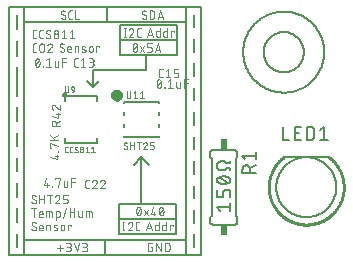
<source format=gbr>
G04 EAGLE Gerber RS-274X export*
G75*
%MOMM*%
%FSLAX34Y34*%
%LPD*%
%INSilkscreen Top*%
%IPPOS*%
%AMOC8*
5,1,8,0,0,1.08239X$1,22.5*%
G01*
%ADD10C,0.152400*%
%ADD11C,0.050800*%
%ADD12C,0.200000*%
%ADD13C,0.508000*%
%ADD14R,0.609600X0.863600*%
%ADD15C,0.127000*%
%ADD16C,0.203200*%
%ADD17C,0.254000*%


D10*
X129616Y57048D02*
X129616Y241198D01*
X265506Y241198D01*
X256616Y57048D02*
X129616Y57048D01*
X116916Y44348D02*
X278206Y44348D01*
X116916Y44348D02*
X116916Y253898D01*
X279476Y253898D01*
D11*
X232881Y245573D02*
X232879Y245495D01*
X232873Y245418D01*
X232864Y245341D01*
X232851Y245265D01*
X232834Y245189D01*
X232813Y245114D01*
X232789Y245041D01*
X232761Y244968D01*
X232729Y244897D01*
X232694Y244828D01*
X232656Y244761D01*
X232615Y244695D01*
X232570Y244632D01*
X232522Y244571D01*
X232472Y244512D01*
X232418Y244456D01*
X232362Y244402D01*
X232303Y244352D01*
X232242Y244304D01*
X232179Y244259D01*
X232113Y244218D01*
X232046Y244180D01*
X231977Y244145D01*
X231906Y244113D01*
X231833Y244085D01*
X231760Y244061D01*
X231685Y244040D01*
X231609Y244023D01*
X231533Y244010D01*
X231456Y244001D01*
X231379Y243995D01*
X231301Y243993D01*
X231301Y243992D02*
X231186Y243994D01*
X231072Y244000D01*
X230958Y244010D01*
X230844Y244023D01*
X230731Y244041D01*
X230618Y244063D01*
X230506Y244088D01*
X230396Y244117D01*
X230286Y244150D01*
X230177Y244187D01*
X230070Y244227D01*
X229964Y244271D01*
X229860Y244319D01*
X229757Y244370D01*
X229657Y244425D01*
X229558Y244483D01*
X229461Y244545D01*
X229367Y244609D01*
X229274Y244677D01*
X229184Y244749D01*
X229097Y244823D01*
X229012Y244900D01*
X228930Y244980D01*
X229128Y249524D02*
X229130Y249602D01*
X229136Y249679D01*
X229145Y249756D01*
X229158Y249832D01*
X229175Y249908D01*
X229196Y249983D01*
X229220Y250056D01*
X229248Y250129D01*
X229280Y250200D01*
X229315Y250269D01*
X229353Y250336D01*
X229394Y250402D01*
X229439Y250465D01*
X229487Y250526D01*
X229537Y250585D01*
X229591Y250641D01*
X229647Y250695D01*
X229706Y250745D01*
X229767Y250793D01*
X229830Y250838D01*
X229896Y250879D01*
X229963Y250917D01*
X230032Y250952D01*
X230103Y250984D01*
X230176Y251012D01*
X230249Y251036D01*
X230324Y251057D01*
X230400Y251074D01*
X230476Y251087D01*
X230553Y251096D01*
X230631Y251102D01*
X230708Y251104D01*
X230814Y251102D01*
X230920Y251096D01*
X231025Y251087D01*
X231130Y251074D01*
X231235Y251057D01*
X231339Y251036D01*
X231442Y251012D01*
X231544Y250984D01*
X231645Y250952D01*
X231745Y250917D01*
X231843Y250878D01*
X231941Y250835D01*
X232036Y250790D01*
X232130Y250741D01*
X232222Y250688D01*
X232312Y250632D01*
X232400Y250573D01*
X232486Y250511D01*
X229918Y248141D02*
X229851Y248183D01*
X229786Y248228D01*
X229723Y248277D01*
X229662Y248328D01*
X229605Y248383D01*
X229550Y248440D01*
X229497Y248500D01*
X229448Y248562D01*
X229402Y248627D01*
X229360Y248693D01*
X229320Y248762D01*
X229284Y248833D01*
X229252Y248906D01*
X229223Y248980D01*
X229198Y249055D01*
X229177Y249131D01*
X229159Y249209D01*
X229146Y249287D01*
X229136Y249366D01*
X229130Y249445D01*
X229128Y249524D01*
X232091Y246956D02*
X232158Y246914D01*
X232223Y246869D01*
X232286Y246820D01*
X232347Y246769D01*
X232404Y246714D01*
X232459Y246657D01*
X232512Y246597D01*
X232561Y246535D01*
X232607Y246470D01*
X232649Y246404D01*
X232689Y246335D01*
X232725Y246264D01*
X232757Y246191D01*
X232786Y246117D01*
X232811Y246042D01*
X232832Y245966D01*
X232850Y245888D01*
X232863Y245810D01*
X232873Y245731D01*
X232879Y245652D01*
X232881Y245573D01*
X232091Y246956D02*
X229918Y248141D01*
X235788Y251104D02*
X235788Y243992D01*
X235788Y251104D02*
X237764Y251104D01*
X237764Y251105D02*
X237850Y251103D01*
X237936Y251097D01*
X238022Y251088D01*
X238107Y251075D01*
X238192Y251058D01*
X238275Y251038D01*
X238358Y251014D01*
X238440Y250986D01*
X238520Y250955D01*
X238599Y250920D01*
X238676Y250882D01*
X238752Y250840D01*
X238826Y250796D01*
X238897Y250748D01*
X238967Y250697D01*
X239034Y250643D01*
X239099Y250586D01*
X239161Y250526D01*
X239221Y250464D01*
X239278Y250399D01*
X239332Y250332D01*
X239383Y250262D01*
X239431Y250191D01*
X239475Y250117D01*
X239517Y250041D01*
X239555Y249964D01*
X239590Y249885D01*
X239621Y249805D01*
X239649Y249723D01*
X239673Y249640D01*
X239693Y249557D01*
X239710Y249472D01*
X239723Y249387D01*
X239732Y249301D01*
X239738Y249215D01*
X239740Y249129D01*
X239739Y249129D02*
X239739Y245968D01*
X239740Y245968D02*
X239738Y245882D01*
X239732Y245796D01*
X239723Y245710D01*
X239710Y245625D01*
X239693Y245540D01*
X239673Y245457D01*
X239649Y245374D01*
X239621Y245292D01*
X239590Y245212D01*
X239555Y245133D01*
X239517Y245056D01*
X239475Y244980D01*
X239431Y244906D01*
X239383Y244835D01*
X239332Y244765D01*
X239278Y244698D01*
X239221Y244633D01*
X239161Y244571D01*
X239099Y244511D01*
X239034Y244454D01*
X238967Y244400D01*
X238897Y244349D01*
X238826Y244301D01*
X238752Y244257D01*
X238676Y244215D01*
X238599Y244177D01*
X238520Y244142D01*
X238440Y244111D01*
X238358Y244083D01*
X238275Y244059D01*
X238192Y244039D01*
X238107Y244022D01*
X238022Y244009D01*
X237936Y244000D01*
X237850Y243994D01*
X237764Y243992D01*
X235788Y243992D01*
X242480Y243992D02*
X244850Y251104D01*
X247221Y243992D01*
X246628Y245770D02*
X243072Y245770D01*
X164301Y245573D02*
X164299Y245495D01*
X164293Y245418D01*
X164284Y245341D01*
X164271Y245265D01*
X164254Y245189D01*
X164233Y245114D01*
X164209Y245041D01*
X164181Y244968D01*
X164149Y244897D01*
X164114Y244828D01*
X164076Y244761D01*
X164035Y244695D01*
X163990Y244632D01*
X163942Y244571D01*
X163892Y244512D01*
X163838Y244456D01*
X163782Y244402D01*
X163723Y244352D01*
X163662Y244304D01*
X163599Y244259D01*
X163533Y244218D01*
X163466Y244180D01*
X163397Y244145D01*
X163326Y244113D01*
X163253Y244085D01*
X163180Y244061D01*
X163105Y244040D01*
X163029Y244023D01*
X162953Y244010D01*
X162876Y244001D01*
X162799Y243995D01*
X162721Y243993D01*
X162721Y243992D02*
X162606Y243994D01*
X162492Y244000D01*
X162378Y244010D01*
X162264Y244023D01*
X162151Y244041D01*
X162038Y244063D01*
X161926Y244088D01*
X161816Y244117D01*
X161706Y244150D01*
X161597Y244187D01*
X161490Y244227D01*
X161384Y244271D01*
X161280Y244319D01*
X161177Y244370D01*
X161077Y244425D01*
X160978Y244483D01*
X160881Y244545D01*
X160787Y244609D01*
X160694Y244677D01*
X160604Y244749D01*
X160517Y244823D01*
X160432Y244900D01*
X160350Y244980D01*
X160548Y249524D02*
X160550Y249602D01*
X160556Y249679D01*
X160565Y249756D01*
X160578Y249832D01*
X160595Y249908D01*
X160616Y249983D01*
X160640Y250056D01*
X160668Y250129D01*
X160700Y250200D01*
X160735Y250269D01*
X160773Y250336D01*
X160814Y250402D01*
X160859Y250465D01*
X160907Y250526D01*
X160957Y250585D01*
X161011Y250641D01*
X161067Y250695D01*
X161126Y250745D01*
X161187Y250793D01*
X161250Y250838D01*
X161316Y250879D01*
X161383Y250917D01*
X161452Y250952D01*
X161523Y250984D01*
X161596Y251012D01*
X161669Y251036D01*
X161744Y251057D01*
X161820Y251074D01*
X161896Y251087D01*
X161973Y251096D01*
X162051Y251102D01*
X162128Y251104D01*
X162234Y251102D01*
X162340Y251096D01*
X162445Y251087D01*
X162550Y251074D01*
X162655Y251057D01*
X162759Y251036D01*
X162862Y251012D01*
X162964Y250984D01*
X163065Y250952D01*
X163165Y250917D01*
X163263Y250878D01*
X163361Y250835D01*
X163456Y250790D01*
X163550Y250741D01*
X163642Y250688D01*
X163732Y250632D01*
X163820Y250573D01*
X163906Y250511D01*
X161338Y248141D02*
X161271Y248183D01*
X161206Y248228D01*
X161143Y248277D01*
X161082Y248328D01*
X161025Y248383D01*
X160970Y248440D01*
X160917Y248500D01*
X160868Y248562D01*
X160822Y248627D01*
X160780Y248693D01*
X160740Y248762D01*
X160704Y248833D01*
X160672Y248906D01*
X160643Y248980D01*
X160618Y249055D01*
X160597Y249131D01*
X160579Y249209D01*
X160566Y249287D01*
X160556Y249366D01*
X160550Y249445D01*
X160548Y249524D01*
X163511Y246956D02*
X163578Y246914D01*
X163643Y246869D01*
X163706Y246820D01*
X163767Y246769D01*
X163824Y246714D01*
X163879Y246657D01*
X163932Y246597D01*
X163981Y246535D01*
X164027Y246470D01*
X164069Y246404D01*
X164109Y246335D01*
X164145Y246264D01*
X164177Y246191D01*
X164206Y246117D01*
X164231Y246042D01*
X164252Y245966D01*
X164270Y245888D01*
X164283Y245810D01*
X164293Y245731D01*
X164299Y245652D01*
X164301Y245573D01*
X163511Y246956D02*
X161338Y248141D01*
X168542Y243992D02*
X170122Y243992D01*
X168542Y243993D02*
X168464Y243995D01*
X168387Y244001D01*
X168310Y244010D01*
X168234Y244023D01*
X168158Y244040D01*
X168083Y244061D01*
X168010Y244085D01*
X167937Y244113D01*
X167866Y244145D01*
X167797Y244180D01*
X167730Y244218D01*
X167664Y244259D01*
X167601Y244304D01*
X167540Y244352D01*
X167481Y244402D01*
X167425Y244456D01*
X167371Y244512D01*
X167321Y244571D01*
X167273Y244632D01*
X167228Y244695D01*
X167187Y244761D01*
X167149Y244828D01*
X167114Y244897D01*
X167082Y244968D01*
X167054Y245041D01*
X167030Y245114D01*
X167009Y245189D01*
X166992Y245265D01*
X166979Y245341D01*
X166970Y245418D01*
X166964Y245495D01*
X166962Y245573D01*
X166961Y245573D02*
X166961Y249524D01*
X166962Y249524D02*
X166964Y249602D01*
X166970Y249679D01*
X166979Y249756D01*
X166992Y249832D01*
X167009Y249908D01*
X167030Y249983D01*
X167054Y250056D01*
X167082Y250129D01*
X167114Y250200D01*
X167149Y250269D01*
X167187Y250336D01*
X167228Y250402D01*
X167273Y250465D01*
X167321Y250526D01*
X167371Y250585D01*
X167425Y250641D01*
X167481Y250695D01*
X167540Y250745D01*
X167601Y250793D01*
X167664Y250838D01*
X167730Y250879D01*
X167797Y250917D01*
X167866Y250952D01*
X167937Y250984D01*
X168010Y251012D01*
X168083Y251036D01*
X168158Y251057D01*
X168234Y251074D01*
X168310Y251087D01*
X168387Y251096D01*
X168464Y251102D01*
X168542Y251104D01*
X170122Y251104D01*
X172936Y251104D02*
X172936Y243992D01*
X176096Y243992D01*
X236737Y51093D02*
X237922Y51093D01*
X237922Y47142D01*
X235551Y47142D01*
X235551Y47143D02*
X235473Y47145D01*
X235396Y47151D01*
X235319Y47160D01*
X235243Y47173D01*
X235167Y47190D01*
X235092Y47211D01*
X235019Y47235D01*
X234946Y47263D01*
X234875Y47295D01*
X234806Y47330D01*
X234739Y47368D01*
X234673Y47409D01*
X234610Y47454D01*
X234549Y47502D01*
X234490Y47552D01*
X234434Y47606D01*
X234380Y47662D01*
X234330Y47721D01*
X234282Y47782D01*
X234237Y47845D01*
X234196Y47911D01*
X234158Y47978D01*
X234123Y48047D01*
X234091Y48118D01*
X234063Y48191D01*
X234039Y48264D01*
X234018Y48339D01*
X234001Y48415D01*
X233988Y48491D01*
X233979Y48568D01*
X233973Y48645D01*
X233971Y48723D01*
X233971Y52674D01*
X233973Y52752D01*
X233979Y52829D01*
X233988Y52906D01*
X234001Y52982D01*
X234018Y53058D01*
X234039Y53133D01*
X234063Y53206D01*
X234091Y53279D01*
X234123Y53350D01*
X234158Y53419D01*
X234196Y53486D01*
X234237Y53552D01*
X234282Y53615D01*
X234330Y53676D01*
X234380Y53735D01*
X234434Y53791D01*
X234490Y53845D01*
X234549Y53895D01*
X234610Y53943D01*
X234673Y53988D01*
X234739Y54029D01*
X234806Y54067D01*
X234875Y54102D01*
X234946Y54134D01*
X235019Y54162D01*
X235092Y54186D01*
X235167Y54207D01*
X235243Y54224D01*
X235319Y54237D01*
X235396Y54246D01*
X235473Y54252D01*
X235551Y54254D01*
X237922Y54254D01*
X241286Y54254D02*
X241286Y47142D01*
X245237Y47142D02*
X241286Y54254D01*
X245237Y54254D02*
X245237Y47142D01*
X248601Y47142D02*
X248601Y54254D01*
X250577Y54254D01*
X250577Y54255D02*
X250663Y54253D01*
X250749Y54247D01*
X250835Y54238D01*
X250920Y54225D01*
X251005Y54208D01*
X251088Y54188D01*
X251171Y54164D01*
X251253Y54136D01*
X251333Y54105D01*
X251412Y54070D01*
X251489Y54032D01*
X251565Y53990D01*
X251639Y53946D01*
X251710Y53898D01*
X251780Y53847D01*
X251847Y53793D01*
X251912Y53736D01*
X251974Y53676D01*
X252034Y53614D01*
X252091Y53549D01*
X252145Y53482D01*
X252196Y53412D01*
X252244Y53341D01*
X252288Y53267D01*
X252330Y53191D01*
X252368Y53114D01*
X252403Y53035D01*
X252434Y52955D01*
X252462Y52873D01*
X252486Y52790D01*
X252506Y52707D01*
X252523Y52622D01*
X252536Y52537D01*
X252545Y52451D01*
X252551Y52365D01*
X252553Y52279D01*
X252552Y52279D02*
X252552Y49118D01*
X252553Y49118D02*
X252551Y49032D01*
X252545Y48946D01*
X252536Y48860D01*
X252523Y48775D01*
X252506Y48690D01*
X252486Y48607D01*
X252462Y48524D01*
X252434Y48442D01*
X252403Y48362D01*
X252368Y48283D01*
X252330Y48206D01*
X252288Y48130D01*
X252244Y48056D01*
X252196Y47985D01*
X252145Y47915D01*
X252091Y47848D01*
X252034Y47783D01*
X251974Y47721D01*
X251912Y47661D01*
X251847Y47604D01*
X251780Y47550D01*
X251710Y47499D01*
X251639Y47451D01*
X251565Y47407D01*
X251489Y47365D01*
X251412Y47327D01*
X251333Y47292D01*
X251253Y47261D01*
X251171Y47233D01*
X251088Y47209D01*
X251005Y47189D01*
X250920Y47172D01*
X250835Y47159D01*
X250749Y47150D01*
X250663Y47144D01*
X250577Y47142D01*
X248601Y47142D01*
D10*
X123266Y50698D02*
X123266Y62084D01*
X123266Y72084D02*
X123266Y83470D01*
X123266Y93470D02*
X123266Y104856D01*
X123266Y114856D02*
X123266Y126241D01*
X123266Y136241D02*
X123266Y147627D01*
X123266Y157627D02*
X123266Y169013D01*
X123266Y179013D02*
X123266Y190398D01*
D11*
X138130Y227482D02*
X139710Y227482D01*
X138130Y227483D02*
X138052Y227485D01*
X137975Y227491D01*
X137898Y227500D01*
X137822Y227513D01*
X137746Y227530D01*
X137671Y227551D01*
X137598Y227575D01*
X137525Y227603D01*
X137454Y227635D01*
X137385Y227670D01*
X137318Y227708D01*
X137252Y227749D01*
X137189Y227794D01*
X137128Y227842D01*
X137069Y227892D01*
X137013Y227946D01*
X136959Y228002D01*
X136909Y228061D01*
X136861Y228122D01*
X136816Y228185D01*
X136775Y228251D01*
X136737Y228318D01*
X136702Y228387D01*
X136670Y228458D01*
X136642Y228531D01*
X136618Y228604D01*
X136597Y228679D01*
X136580Y228755D01*
X136567Y228831D01*
X136558Y228908D01*
X136552Y228985D01*
X136550Y229063D01*
X136550Y233014D01*
X136552Y233092D01*
X136558Y233169D01*
X136567Y233246D01*
X136580Y233322D01*
X136597Y233398D01*
X136618Y233473D01*
X136642Y233546D01*
X136670Y233619D01*
X136702Y233690D01*
X136737Y233759D01*
X136775Y233826D01*
X136816Y233892D01*
X136861Y233955D01*
X136909Y234016D01*
X136959Y234075D01*
X137013Y234131D01*
X137069Y234185D01*
X137128Y234235D01*
X137189Y234283D01*
X137252Y234328D01*
X137318Y234369D01*
X137385Y234407D01*
X137454Y234442D01*
X137525Y234474D01*
X137598Y234502D01*
X137671Y234526D01*
X137746Y234547D01*
X137822Y234564D01*
X137898Y234577D01*
X137975Y234586D01*
X138052Y234592D01*
X138130Y234594D01*
X139710Y234594D01*
X143845Y227482D02*
X145425Y227482D01*
X143845Y227483D02*
X143767Y227485D01*
X143690Y227491D01*
X143613Y227500D01*
X143537Y227513D01*
X143461Y227530D01*
X143386Y227551D01*
X143313Y227575D01*
X143240Y227603D01*
X143169Y227635D01*
X143100Y227670D01*
X143033Y227708D01*
X142967Y227749D01*
X142904Y227794D01*
X142843Y227842D01*
X142784Y227892D01*
X142728Y227946D01*
X142674Y228002D01*
X142624Y228061D01*
X142576Y228122D01*
X142531Y228185D01*
X142490Y228251D01*
X142452Y228318D01*
X142417Y228387D01*
X142385Y228458D01*
X142357Y228531D01*
X142333Y228604D01*
X142312Y228679D01*
X142295Y228755D01*
X142282Y228831D01*
X142273Y228908D01*
X142267Y228985D01*
X142265Y229063D01*
X142265Y233014D01*
X142267Y233092D01*
X142273Y233169D01*
X142282Y233246D01*
X142295Y233322D01*
X142312Y233398D01*
X142333Y233473D01*
X142357Y233546D01*
X142385Y233619D01*
X142417Y233690D01*
X142452Y233759D01*
X142490Y233826D01*
X142531Y233892D01*
X142576Y233955D01*
X142624Y234016D01*
X142674Y234075D01*
X142728Y234131D01*
X142784Y234185D01*
X142843Y234235D01*
X142904Y234283D01*
X142967Y234328D01*
X143033Y234369D01*
X143100Y234407D01*
X143169Y234442D01*
X143240Y234474D01*
X143313Y234502D01*
X143386Y234526D01*
X143461Y234547D01*
X143537Y234564D01*
X143613Y234577D01*
X143690Y234586D01*
X143767Y234592D01*
X143845Y234594D01*
X145425Y234594D01*
X151720Y229063D02*
X151718Y228985D01*
X151712Y228908D01*
X151703Y228831D01*
X151690Y228755D01*
X151673Y228679D01*
X151652Y228604D01*
X151628Y228531D01*
X151600Y228458D01*
X151568Y228387D01*
X151533Y228318D01*
X151495Y228251D01*
X151454Y228185D01*
X151409Y228122D01*
X151361Y228061D01*
X151311Y228002D01*
X151257Y227946D01*
X151201Y227892D01*
X151142Y227842D01*
X151081Y227794D01*
X151018Y227749D01*
X150952Y227708D01*
X150885Y227670D01*
X150816Y227635D01*
X150745Y227603D01*
X150672Y227575D01*
X150599Y227551D01*
X150524Y227530D01*
X150448Y227513D01*
X150372Y227500D01*
X150295Y227491D01*
X150218Y227485D01*
X150140Y227483D01*
X150140Y227482D02*
X150025Y227484D01*
X149911Y227490D01*
X149797Y227500D01*
X149683Y227513D01*
X149570Y227531D01*
X149457Y227553D01*
X149345Y227578D01*
X149235Y227607D01*
X149125Y227640D01*
X149016Y227677D01*
X148909Y227717D01*
X148803Y227761D01*
X148699Y227809D01*
X148596Y227860D01*
X148496Y227915D01*
X148397Y227973D01*
X148300Y228035D01*
X148206Y228099D01*
X148113Y228167D01*
X148023Y228239D01*
X147936Y228313D01*
X147851Y228390D01*
X147769Y228470D01*
X147967Y233014D02*
X147969Y233092D01*
X147975Y233169D01*
X147984Y233246D01*
X147997Y233322D01*
X148014Y233398D01*
X148035Y233473D01*
X148059Y233546D01*
X148087Y233619D01*
X148119Y233690D01*
X148154Y233759D01*
X148192Y233826D01*
X148233Y233892D01*
X148278Y233955D01*
X148326Y234016D01*
X148376Y234075D01*
X148430Y234131D01*
X148486Y234185D01*
X148545Y234235D01*
X148606Y234283D01*
X148669Y234328D01*
X148735Y234369D01*
X148802Y234407D01*
X148871Y234442D01*
X148942Y234474D01*
X149015Y234502D01*
X149088Y234526D01*
X149163Y234547D01*
X149239Y234564D01*
X149315Y234577D01*
X149392Y234586D01*
X149470Y234592D01*
X149547Y234594D01*
X149653Y234592D01*
X149759Y234586D01*
X149864Y234577D01*
X149969Y234564D01*
X150074Y234547D01*
X150178Y234526D01*
X150281Y234502D01*
X150383Y234474D01*
X150484Y234442D01*
X150584Y234407D01*
X150682Y234368D01*
X150780Y234325D01*
X150875Y234280D01*
X150969Y234231D01*
X151061Y234178D01*
X151151Y234122D01*
X151239Y234063D01*
X151325Y234001D01*
X148757Y231631D02*
X148690Y231673D01*
X148625Y231718D01*
X148562Y231767D01*
X148501Y231818D01*
X148444Y231873D01*
X148389Y231930D01*
X148336Y231990D01*
X148287Y232052D01*
X148241Y232117D01*
X148199Y232183D01*
X148159Y232252D01*
X148123Y232323D01*
X148091Y232396D01*
X148062Y232470D01*
X148037Y232545D01*
X148016Y232621D01*
X147998Y232699D01*
X147985Y232777D01*
X147975Y232856D01*
X147969Y232935D01*
X147967Y233014D01*
X150930Y230446D02*
X150997Y230404D01*
X151062Y230359D01*
X151125Y230310D01*
X151186Y230259D01*
X151243Y230204D01*
X151298Y230147D01*
X151351Y230087D01*
X151400Y230025D01*
X151446Y229960D01*
X151488Y229894D01*
X151528Y229825D01*
X151564Y229754D01*
X151596Y229681D01*
X151625Y229607D01*
X151650Y229532D01*
X151671Y229456D01*
X151689Y229378D01*
X151702Y229300D01*
X151712Y229221D01*
X151718Y229142D01*
X151720Y229063D01*
X150930Y230446D02*
X148757Y231631D01*
X154398Y229458D02*
X154400Y229545D01*
X154406Y229633D01*
X154415Y229720D01*
X154429Y229806D01*
X154446Y229892D01*
X154467Y229976D01*
X154492Y230060D01*
X154521Y230143D01*
X154553Y230224D01*
X154588Y230304D01*
X154627Y230382D01*
X154670Y230459D01*
X154716Y230533D01*
X154765Y230605D01*
X154817Y230675D01*
X154873Y230743D01*
X154931Y230808D01*
X154992Y230871D01*
X155056Y230930D01*
X155123Y230987D01*
X155191Y231041D01*
X155263Y231092D01*
X155336Y231139D01*
X155411Y231184D01*
X155489Y231225D01*
X155568Y231262D01*
X155648Y231296D01*
X155730Y231326D01*
X155813Y231353D01*
X155898Y231376D01*
X155983Y231395D01*
X156069Y231410D01*
X156156Y231422D01*
X156243Y231430D01*
X156330Y231434D01*
X156418Y231434D01*
X156505Y231430D01*
X156592Y231422D01*
X156679Y231410D01*
X156765Y231395D01*
X156850Y231376D01*
X156935Y231353D01*
X157018Y231326D01*
X157100Y231296D01*
X157180Y231262D01*
X157259Y231225D01*
X157337Y231184D01*
X157412Y231139D01*
X157485Y231092D01*
X157557Y231041D01*
X157625Y230987D01*
X157692Y230930D01*
X157756Y230871D01*
X157817Y230808D01*
X157875Y230743D01*
X157931Y230675D01*
X157983Y230605D01*
X158032Y230533D01*
X158078Y230459D01*
X158121Y230382D01*
X158160Y230304D01*
X158195Y230224D01*
X158227Y230143D01*
X158256Y230060D01*
X158281Y229976D01*
X158302Y229892D01*
X158319Y229806D01*
X158333Y229720D01*
X158342Y229633D01*
X158348Y229545D01*
X158350Y229458D01*
X158348Y229371D01*
X158342Y229283D01*
X158333Y229196D01*
X158319Y229110D01*
X158302Y229024D01*
X158281Y228940D01*
X158256Y228856D01*
X158227Y228773D01*
X158195Y228692D01*
X158160Y228612D01*
X158121Y228534D01*
X158078Y228457D01*
X158032Y228383D01*
X157983Y228311D01*
X157931Y228241D01*
X157875Y228173D01*
X157817Y228108D01*
X157756Y228045D01*
X157692Y227986D01*
X157625Y227929D01*
X157557Y227875D01*
X157485Y227824D01*
X157412Y227777D01*
X157337Y227732D01*
X157259Y227691D01*
X157180Y227654D01*
X157100Y227620D01*
X157018Y227590D01*
X156935Y227563D01*
X156850Y227540D01*
X156765Y227521D01*
X156679Y227506D01*
X156592Y227494D01*
X156505Y227486D01*
X156418Y227482D01*
X156330Y227482D01*
X156243Y227486D01*
X156156Y227494D01*
X156069Y227506D01*
X155983Y227521D01*
X155898Y227540D01*
X155813Y227563D01*
X155730Y227590D01*
X155648Y227620D01*
X155568Y227654D01*
X155489Y227691D01*
X155411Y227732D01*
X155336Y227777D01*
X155263Y227824D01*
X155191Y227875D01*
X155123Y227929D01*
X155056Y227986D01*
X154992Y228045D01*
X154931Y228108D01*
X154873Y228173D01*
X154817Y228241D01*
X154765Y228311D01*
X154716Y228383D01*
X154670Y228457D01*
X154627Y228534D01*
X154588Y228612D01*
X154553Y228692D01*
X154521Y228773D01*
X154492Y228856D01*
X154467Y228940D01*
X154446Y229024D01*
X154429Y229110D01*
X154415Y229196D01*
X154406Y229283D01*
X154400Y229371D01*
X154398Y229458D01*
X154794Y233014D02*
X154796Y233093D01*
X154802Y233171D01*
X154812Y233249D01*
X154825Y233327D01*
X154843Y233404D01*
X154864Y233480D01*
X154889Y233554D01*
X154918Y233628D01*
X154950Y233700D01*
X154986Y233770D01*
X155026Y233838D01*
X155069Y233904D01*
X155115Y233968D01*
X155164Y234030D01*
X155216Y234089D01*
X155271Y234145D01*
X155329Y234199D01*
X155389Y234249D01*
X155452Y234297D01*
X155517Y234341D01*
X155584Y234382D01*
X155653Y234420D01*
X155724Y234454D01*
X155797Y234485D01*
X155871Y234512D01*
X155946Y234535D01*
X156022Y234554D01*
X156100Y234570D01*
X156178Y234582D01*
X156256Y234590D01*
X156335Y234594D01*
X156413Y234594D01*
X156492Y234590D01*
X156570Y234582D01*
X156648Y234570D01*
X156726Y234554D01*
X156802Y234535D01*
X156877Y234512D01*
X156951Y234485D01*
X157024Y234454D01*
X157095Y234420D01*
X157164Y234382D01*
X157231Y234341D01*
X157296Y234297D01*
X157359Y234249D01*
X157419Y234199D01*
X157477Y234145D01*
X157532Y234089D01*
X157584Y234030D01*
X157633Y233968D01*
X157679Y233904D01*
X157722Y233838D01*
X157762Y233770D01*
X157798Y233700D01*
X157830Y233628D01*
X157859Y233554D01*
X157884Y233480D01*
X157905Y233404D01*
X157923Y233327D01*
X157936Y233249D01*
X157946Y233171D01*
X157952Y233093D01*
X157954Y233014D01*
X157952Y232935D01*
X157946Y232857D01*
X157936Y232779D01*
X157923Y232701D01*
X157905Y232624D01*
X157884Y232548D01*
X157859Y232474D01*
X157830Y232400D01*
X157798Y232328D01*
X157762Y232258D01*
X157722Y232190D01*
X157679Y232124D01*
X157633Y232060D01*
X157584Y231998D01*
X157532Y231939D01*
X157477Y231883D01*
X157419Y231829D01*
X157359Y231779D01*
X157296Y231731D01*
X157231Y231687D01*
X157164Y231646D01*
X157095Y231608D01*
X157024Y231574D01*
X156951Y231543D01*
X156877Y231516D01*
X156802Y231493D01*
X156726Y231474D01*
X156648Y231458D01*
X156570Y231446D01*
X156492Y231438D01*
X156413Y231434D01*
X156335Y231434D01*
X156256Y231438D01*
X156178Y231446D01*
X156100Y231458D01*
X156022Y231474D01*
X155946Y231493D01*
X155871Y231516D01*
X155797Y231543D01*
X155724Y231574D01*
X155653Y231608D01*
X155584Y231646D01*
X155517Y231687D01*
X155452Y231731D01*
X155389Y231779D01*
X155329Y231829D01*
X155271Y231883D01*
X155216Y231939D01*
X155164Y231998D01*
X155115Y232060D01*
X155069Y232124D01*
X155026Y232190D01*
X154986Y232258D01*
X154950Y232328D01*
X154918Y232400D01*
X154889Y232474D01*
X154864Y232548D01*
X154843Y232624D01*
X154825Y232701D01*
X154812Y232779D01*
X154802Y232857D01*
X154796Y232935D01*
X154794Y233014D01*
X161257Y233014D02*
X163232Y234594D01*
X163232Y227482D01*
X161257Y227482D02*
X165208Y227482D01*
X168114Y233014D02*
X170090Y234594D01*
X170090Y227482D01*
X168114Y227482D02*
X172066Y227482D01*
X139710Y216052D02*
X138130Y216052D01*
X138130Y216053D02*
X138052Y216055D01*
X137975Y216061D01*
X137898Y216070D01*
X137822Y216083D01*
X137746Y216100D01*
X137671Y216121D01*
X137598Y216145D01*
X137525Y216173D01*
X137454Y216205D01*
X137385Y216240D01*
X137318Y216278D01*
X137252Y216319D01*
X137189Y216364D01*
X137128Y216412D01*
X137069Y216462D01*
X137013Y216516D01*
X136959Y216572D01*
X136909Y216631D01*
X136861Y216692D01*
X136816Y216755D01*
X136775Y216821D01*
X136737Y216888D01*
X136702Y216957D01*
X136670Y217028D01*
X136642Y217101D01*
X136618Y217174D01*
X136597Y217249D01*
X136580Y217325D01*
X136567Y217401D01*
X136558Y217478D01*
X136552Y217555D01*
X136550Y217633D01*
X136550Y221584D01*
X136552Y221662D01*
X136558Y221739D01*
X136567Y221816D01*
X136580Y221892D01*
X136597Y221968D01*
X136618Y222043D01*
X136642Y222116D01*
X136670Y222189D01*
X136702Y222260D01*
X136737Y222329D01*
X136775Y222396D01*
X136816Y222462D01*
X136861Y222525D01*
X136909Y222586D01*
X136959Y222645D01*
X137013Y222701D01*
X137069Y222755D01*
X137128Y222805D01*
X137189Y222853D01*
X137252Y222898D01*
X137318Y222939D01*
X137385Y222977D01*
X137454Y223012D01*
X137525Y223044D01*
X137598Y223072D01*
X137671Y223096D01*
X137746Y223117D01*
X137822Y223134D01*
X137898Y223147D01*
X137975Y223156D01*
X138052Y223162D01*
X138130Y223164D01*
X139710Y223164D01*
X142283Y221189D02*
X142283Y218028D01*
X142282Y221189D02*
X142284Y221276D01*
X142290Y221364D01*
X142299Y221451D01*
X142313Y221537D01*
X142330Y221623D01*
X142351Y221707D01*
X142376Y221791D01*
X142405Y221874D01*
X142437Y221955D01*
X142472Y222035D01*
X142511Y222113D01*
X142554Y222190D01*
X142600Y222264D01*
X142649Y222336D01*
X142701Y222406D01*
X142757Y222474D01*
X142815Y222539D01*
X142876Y222602D01*
X142940Y222661D01*
X143007Y222718D01*
X143075Y222772D01*
X143147Y222823D01*
X143220Y222870D01*
X143295Y222915D01*
X143373Y222956D01*
X143452Y222993D01*
X143532Y223027D01*
X143614Y223057D01*
X143697Y223084D01*
X143782Y223107D01*
X143867Y223126D01*
X143953Y223141D01*
X144040Y223153D01*
X144127Y223161D01*
X144214Y223165D01*
X144302Y223165D01*
X144389Y223161D01*
X144476Y223153D01*
X144563Y223141D01*
X144649Y223126D01*
X144734Y223107D01*
X144819Y223084D01*
X144902Y223057D01*
X144984Y223027D01*
X145064Y222993D01*
X145143Y222956D01*
X145221Y222915D01*
X145296Y222870D01*
X145369Y222823D01*
X145441Y222772D01*
X145509Y222718D01*
X145576Y222661D01*
X145640Y222602D01*
X145701Y222539D01*
X145759Y222474D01*
X145815Y222406D01*
X145867Y222336D01*
X145916Y222264D01*
X145962Y222190D01*
X146005Y222113D01*
X146044Y222035D01*
X146079Y221955D01*
X146111Y221874D01*
X146140Y221791D01*
X146165Y221707D01*
X146186Y221623D01*
X146203Y221537D01*
X146217Y221451D01*
X146226Y221364D01*
X146232Y221276D01*
X146234Y221189D01*
X146234Y218028D01*
X146232Y217941D01*
X146226Y217853D01*
X146217Y217766D01*
X146203Y217680D01*
X146186Y217594D01*
X146165Y217510D01*
X146140Y217426D01*
X146111Y217343D01*
X146079Y217262D01*
X146044Y217182D01*
X146005Y217104D01*
X145962Y217027D01*
X145916Y216953D01*
X145867Y216881D01*
X145815Y216811D01*
X145759Y216743D01*
X145701Y216678D01*
X145640Y216615D01*
X145576Y216556D01*
X145509Y216499D01*
X145441Y216445D01*
X145369Y216394D01*
X145296Y216347D01*
X145221Y216302D01*
X145143Y216261D01*
X145064Y216224D01*
X144984Y216190D01*
X144902Y216160D01*
X144819Y216133D01*
X144734Y216110D01*
X144649Y216091D01*
X144563Y216076D01*
X144476Y216064D01*
X144389Y216056D01*
X144302Y216052D01*
X144214Y216052D01*
X144127Y216056D01*
X144040Y216064D01*
X143953Y216076D01*
X143867Y216091D01*
X143782Y216110D01*
X143697Y216133D01*
X143614Y216160D01*
X143532Y216190D01*
X143452Y216224D01*
X143373Y216261D01*
X143295Y216302D01*
X143220Y216347D01*
X143147Y216394D01*
X143075Y216445D01*
X143007Y216499D01*
X142940Y216556D01*
X142876Y216615D01*
X142815Y216678D01*
X142757Y216743D01*
X142701Y216811D01*
X142649Y216881D01*
X142600Y216953D01*
X142554Y217027D01*
X142511Y217104D01*
X142472Y217182D01*
X142437Y217262D01*
X142405Y217343D01*
X142376Y217426D01*
X142351Y217510D01*
X142330Y217594D01*
X142313Y217680D01*
X142299Y217766D01*
X142290Y217853D01*
X142284Y217941D01*
X142282Y218028D01*
X151314Y223164D02*
X151396Y223162D01*
X151478Y223156D01*
X151560Y223147D01*
X151641Y223134D01*
X151721Y223117D01*
X151801Y223096D01*
X151879Y223072D01*
X151956Y223044D01*
X152032Y223013D01*
X152107Y222978D01*
X152179Y222939D01*
X152250Y222898D01*
X152319Y222853D01*
X152385Y222805D01*
X152450Y222754D01*
X152512Y222700D01*
X152571Y222643D01*
X152628Y222584D01*
X152682Y222522D01*
X152733Y222457D01*
X152781Y222391D01*
X152826Y222322D01*
X152867Y222251D01*
X152906Y222179D01*
X152941Y222104D01*
X152972Y222028D01*
X153000Y221951D01*
X153024Y221873D01*
X153045Y221793D01*
X153062Y221713D01*
X153075Y221632D01*
X153084Y221550D01*
X153090Y221468D01*
X153092Y221386D01*
X151314Y223164D02*
X151221Y223162D01*
X151129Y223156D01*
X151037Y223147D01*
X150945Y223134D01*
X150854Y223117D01*
X150764Y223097D01*
X150674Y223073D01*
X150586Y223045D01*
X150498Y223013D01*
X150413Y222979D01*
X150328Y222940D01*
X150246Y222899D01*
X150165Y222854D01*
X150085Y222805D01*
X150008Y222754D01*
X149933Y222700D01*
X149861Y222642D01*
X149791Y222582D01*
X149723Y222518D01*
X149658Y222453D01*
X149595Y222384D01*
X149536Y222313D01*
X149479Y222240D01*
X149425Y222164D01*
X149375Y222087D01*
X149327Y222007D01*
X149283Y221926D01*
X149243Y221842D01*
X149205Y221758D01*
X149171Y221671D01*
X149141Y221584D01*
X152499Y220003D02*
X152560Y220064D01*
X152618Y220127D01*
X152673Y220193D01*
X152726Y220261D01*
X152775Y220332D01*
X152820Y220404D01*
X152863Y220479D01*
X152902Y220555D01*
X152938Y220634D01*
X152970Y220713D01*
X152998Y220794D01*
X153023Y220877D01*
X153044Y220960D01*
X153061Y221044D01*
X153075Y221129D01*
X153084Y221214D01*
X153090Y221300D01*
X153092Y221386D01*
X152499Y220003D02*
X149141Y216052D01*
X153092Y216052D01*
X161798Y216053D02*
X161876Y216055D01*
X161953Y216061D01*
X162030Y216070D01*
X162106Y216083D01*
X162182Y216100D01*
X162257Y216121D01*
X162330Y216145D01*
X162403Y216173D01*
X162474Y216205D01*
X162543Y216240D01*
X162610Y216278D01*
X162676Y216319D01*
X162739Y216364D01*
X162800Y216412D01*
X162859Y216462D01*
X162915Y216516D01*
X162969Y216572D01*
X163019Y216631D01*
X163067Y216692D01*
X163112Y216755D01*
X163153Y216821D01*
X163191Y216888D01*
X163226Y216957D01*
X163258Y217028D01*
X163286Y217101D01*
X163310Y217174D01*
X163331Y217249D01*
X163348Y217325D01*
X163361Y217401D01*
X163370Y217478D01*
X163376Y217555D01*
X163378Y217633D01*
X161798Y216052D02*
X161683Y216054D01*
X161569Y216060D01*
X161455Y216070D01*
X161341Y216083D01*
X161228Y216101D01*
X161115Y216123D01*
X161003Y216148D01*
X160893Y216177D01*
X160783Y216210D01*
X160674Y216247D01*
X160567Y216287D01*
X160461Y216331D01*
X160357Y216379D01*
X160254Y216430D01*
X160154Y216485D01*
X160055Y216543D01*
X159958Y216605D01*
X159864Y216669D01*
X159771Y216737D01*
X159681Y216809D01*
X159594Y216883D01*
X159509Y216960D01*
X159427Y217040D01*
X159626Y221584D02*
X159628Y221662D01*
X159634Y221739D01*
X159643Y221816D01*
X159656Y221892D01*
X159673Y221968D01*
X159694Y222043D01*
X159718Y222116D01*
X159746Y222189D01*
X159778Y222260D01*
X159813Y222329D01*
X159851Y222396D01*
X159892Y222462D01*
X159937Y222525D01*
X159985Y222586D01*
X160035Y222645D01*
X160089Y222701D01*
X160145Y222755D01*
X160204Y222805D01*
X160265Y222853D01*
X160328Y222898D01*
X160394Y222939D01*
X160461Y222977D01*
X160530Y223012D01*
X160601Y223044D01*
X160674Y223072D01*
X160747Y223096D01*
X160822Y223117D01*
X160898Y223134D01*
X160974Y223147D01*
X161051Y223156D01*
X161129Y223162D01*
X161206Y223164D01*
X161312Y223162D01*
X161418Y223156D01*
X161523Y223147D01*
X161628Y223134D01*
X161733Y223117D01*
X161837Y223096D01*
X161940Y223072D01*
X162042Y223044D01*
X162143Y223012D01*
X162243Y222977D01*
X162341Y222938D01*
X162439Y222895D01*
X162534Y222850D01*
X162628Y222801D01*
X162720Y222748D01*
X162810Y222692D01*
X162898Y222633D01*
X162984Y222571D01*
X160415Y220201D02*
X160348Y220243D01*
X160283Y220288D01*
X160220Y220337D01*
X160159Y220388D01*
X160102Y220443D01*
X160047Y220500D01*
X159994Y220560D01*
X159945Y220622D01*
X159899Y220687D01*
X159857Y220753D01*
X159817Y220822D01*
X159781Y220893D01*
X159749Y220966D01*
X159720Y221040D01*
X159695Y221115D01*
X159674Y221191D01*
X159656Y221269D01*
X159643Y221347D01*
X159633Y221426D01*
X159627Y221505D01*
X159625Y221584D01*
X162589Y219016D02*
X162656Y218974D01*
X162721Y218929D01*
X162784Y218880D01*
X162845Y218829D01*
X162902Y218774D01*
X162957Y218717D01*
X163010Y218657D01*
X163059Y218595D01*
X163105Y218530D01*
X163147Y218464D01*
X163187Y218395D01*
X163223Y218324D01*
X163255Y218251D01*
X163284Y218177D01*
X163309Y218102D01*
X163330Y218026D01*
X163348Y217948D01*
X163361Y217870D01*
X163371Y217791D01*
X163377Y217712D01*
X163379Y217633D01*
X162589Y219016D02*
X160415Y220201D01*
X167180Y216052D02*
X169156Y216052D01*
X167180Y216053D02*
X167114Y216055D01*
X167047Y216060D01*
X166982Y216070D01*
X166916Y216083D01*
X166852Y216099D01*
X166789Y216119D01*
X166727Y216143D01*
X166666Y216170D01*
X166607Y216201D01*
X166550Y216235D01*
X166494Y216272D01*
X166441Y216312D01*
X166390Y216354D01*
X166342Y216400D01*
X166296Y216448D01*
X166254Y216499D01*
X166214Y216552D01*
X166177Y216608D01*
X166143Y216665D01*
X166112Y216724D01*
X166085Y216785D01*
X166061Y216847D01*
X166041Y216910D01*
X166025Y216974D01*
X166012Y217040D01*
X166002Y217105D01*
X165997Y217172D01*
X165995Y217238D01*
X165995Y219213D01*
X165997Y219292D01*
X166003Y219370D01*
X166013Y219448D01*
X166026Y219526D01*
X166044Y219603D01*
X166065Y219679D01*
X166090Y219753D01*
X166119Y219827D01*
X166151Y219899D01*
X166187Y219969D01*
X166227Y220037D01*
X166270Y220103D01*
X166316Y220167D01*
X166365Y220229D01*
X166417Y220288D01*
X166472Y220344D01*
X166530Y220398D01*
X166590Y220448D01*
X166653Y220496D01*
X166718Y220540D01*
X166785Y220581D01*
X166854Y220619D01*
X166925Y220653D01*
X166998Y220684D01*
X167072Y220711D01*
X167147Y220734D01*
X167223Y220753D01*
X167301Y220769D01*
X167379Y220781D01*
X167457Y220789D01*
X167536Y220793D01*
X167614Y220793D01*
X167693Y220789D01*
X167771Y220781D01*
X167849Y220769D01*
X167927Y220753D01*
X168003Y220734D01*
X168078Y220711D01*
X168152Y220684D01*
X168225Y220653D01*
X168296Y220619D01*
X168365Y220581D01*
X168432Y220540D01*
X168497Y220496D01*
X168560Y220448D01*
X168620Y220398D01*
X168678Y220344D01*
X168733Y220288D01*
X168785Y220229D01*
X168834Y220167D01*
X168880Y220103D01*
X168923Y220037D01*
X168963Y219969D01*
X168999Y219899D01*
X169031Y219827D01*
X169060Y219753D01*
X169085Y219679D01*
X169106Y219603D01*
X169124Y219526D01*
X169137Y219448D01*
X169147Y219370D01*
X169153Y219292D01*
X169155Y219213D01*
X169156Y219213D02*
X169156Y218423D01*
X165995Y218423D01*
X172167Y216052D02*
X172167Y220794D01*
X174143Y220794D01*
X174143Y220793D02*
X174209Y220791D01*
X174276Y220786D01*
X174341Y220776D01*
X174407Y220763D01*
X174471Y220747D01*
X174534Y220727D01*
X174596Y220703D01*
X174657Y220676D01*
X174716Y220645D01*
X174773Y220611D01*
X174829Y220574D01*
X174882Y220534D01*
X174933Y220492D01*
X174981Y220446D01*
X175027Y220398D01*
X175069Y220347D01*
X175109Y220294D01*
X175146Y220238D01*
X175180Y220181D01*
X175211Y220122D01*
X175238Y220062D01*
X175261Y219999D01*
X175282Y219936D01*
X175298Y219872D01*
X175311Y219807D01*
X175321Y219741D01*
X175326Y219674D01*
X175328Y219608D01*
X175328Y216052D01*
X178932Y218818D02*
X180907Y218028D01*
X178932Y218818D02*
X178874Y218843D01*
X178818Y218872D01*
X178763Y218904D01*
X178711Y218940D01*
X178661Y218979D01*
X178614Y219020D01*
X178569Y219065D01*
X178527Y219112D01*
X178488Y219161D01*
X178452Y219213D01*
X178419Y219267D01*
X178390Y219323D01*
X178364Y219381D01*
X178342Y219440D01*
X178324Y219501D01*
X178309Y219562D01*
X178298Y219624D01*
X178291Y219687D01*
X178288Y219750D01*
X178289Y219813D01*
X178294Y219876D01*
X178302Y219939D01*
X178315Y220001D01*
X178331Y220062D01*
X178351Y220122D01*
X178374Y220180D01*
X178401Y220237D01*
X178432Y220292D01*
X178466Y220346D01*
X178503Y220397D01*
X178543Y220445D01*
X178586Y220492D01*
X178632Y220535D01*
X178681Y220575D01*
X178732Y220613D01*
X178785Y220647D01*
X178840Y220678D01*
X178897Y220705D01*
X178955Y220729D01*
X179015Y220749D01*
X179076Y220765D01*
X179138Y220778D01*
X179201Y220787D01*
X179263Y220792D01*
X179327Y220793D01*
X179327Y220794D02*
X179458Y220790D01*
X179589Y220782D01*
X179719Y220771D01*
X179849Y220756D01*
X179979Y220736D01*
X180108Y220714D01*
X180236Y220687D01*
X180364Y220657D01*
X180490Y220623D01*
X180616Y220585D01*
X180740Y220544D01*
X180863Y220499D01*
X180985Y220450D01*
X181105Y220398D01*
X180907Y218028D02*
X180965Y218003D01*
X181021Y217974D01*
X181076Y217942D01*
X181128Y217906D01*
X181178Y217867D01*
X181225Y217826D01*
X181270Y217781D01*
X181312Y217734D01*
X181351Y217685D01*
X181387Y217633D01*
X181420Y217579D01*
X181449Y217523D01*
X181475Y217465D01*
X181497Y217406D01*
X181515Y217345D01*
X181530Y217284D01*
X181541Y217222D01*
X181548Y217159D01*
X181551Y217096D01*
X181550Y217033D01*
X181545Y216970D01*
X181537Y216907D01*
X181524Y216845D01*
X181508Y216784D01*
X181488Y216724D01*
X181465Y216666D01*
X181438Y216609D01*
X181407Y216554D01*
X181373Y216500D01*
X181336Y216449D01*
X181296Y216401D01*
X181253Y216354D01*
X181207Y216311D01*
X181158Y216271D01*
X181107Y216233D01*
X181054Y216199D01*
X180999Y216168D01*
X180942Y216141D01*
X180884Y216117D01*
X180824Y216097D01*
X180763Y216081D01*
X180701Y216068D01*
X180638Y216059D01*
X180576Y216054D01*
X180512Y216053D01*
X180512Y216052D02*
X180354Y216056D01*
X180196Y216064D01*
X180038Y216075D01*
X179880Y216091D01*
X179722Y216110D01*
X179566Y216133D01*
X179409Y216159D01*
X179254Y216189D01*
X179099Y216223D01*
X178945Y216261D01*
X178792Y216302D01*
X178640Y216347D01*
X178489Y216395D01*
X178339Y216447D01*
X184283Y217633D02*
X184283Y219213D01*
X184285Y219292D01*
X184291Y219370D01*
X184301Y219448D01*
X184314Y219526D01*
X184332Y219603D01*
X184353Y219679D01*
X184378Y219753D01*
X184407Y219827D01*
X184439Y219899D01*
X184475Y219969D01*
X184515Y220037D01*
X184558Y220103D01*
X184604Y220167D01*
X184653Y220229D01*
X184705Y220288D01*
X184760Y220344D01*
X184818Y220398D01*
X184878Y220448D01*
X184941Y220496D01*
X185006Y220540D01*
X185073Y220581D01*
X185142Y220619D01*
X185213Y220653D01*
X185286Y220684D01*
X185360Y220711D01*
X185435Y220734D01*
X185511Y220753D01*
X185589Y220769D01*
X185667Y220781D01*
X185745Y220789D01*
X185824Y220793D01*
X185902Y220793D01*
X185981Y220789D01*
X186059Y220781D01*
X186137Y220769D01*
X186215Y220753D01*
X186291Y220734D01*
X186366Y220711D01*
X186440Y220684D01*
X186513Y220653D01*
X186584Y220619D01*
X186653Y220581D01*
X186720Y220540D01*
X186785Y220496D01*
X186848Y220448D01*
X186908Y220398D01*
X186966Y220344D01*
X187021Y220288D01*
X187073Y220229D01*
X187122Y220167D01*
X187168Y220103D01*
X187211Y220037D01*
X187251Y219969D01*
X187287Y219899D01*
X187319Y219827D01*
X187348Y219753D01*
X187373Y219679D01*
X187394Y219603D01*
X187412Y219526D01*
X187425Y219448D01*
X187435Y219370D01*
X187441Y219292D01*
X187443Y219213D01*
X187444Y219213D02*
X187444Y217633D01*
X187443Y217633D02*
X187441Y217554D01*
X187435Y217476D01*
X187425Y217398D01*
X187412Y217320D01*
X187394Y217243D01*
X187373Y217167D01*
X187348Y217093D01*
X187319Y217019D01*
X187287Y216947D01*
X187251Y216877D01*
X187211Y216809D01*
X187168Y216743D01*
X187122Y216679D01*
X187073Y216617D01*
X187021Y216558D01*
X186966Y216502D01*
X186908Y216448D01*
X186848Y216398D01*
X186785Y216350D01*
X186720Y216306D01*
X186653Y216265D01*
X186584Y216227D01*
X186513Y216193D01*
X186440Y216162D01*
X186366Y216135D01*
X186291Y216112D01*
X186215Y216093D01*
X186137Y216077D01*
X186059Y216065D01*
X185981Y216057D01*
X185902Y216053D01*
X185824Y216053D01*
X185745Y216057D01*
X185667Y216065D01*
X185589Y216077D01*
X185511Y216093D01*
X185435Y216112D01*
X185360Y216135D01*
X185286Y216162D01*
X185213Y216193D01*
X185142Y216227D01*
X185073Y216265D01*
X185006Y216306D01*
X184941Y216350D01*
X184878Y216398D01*
X184818Y216448D01*
X184760Y216502D01*
X184705Y216558D01*
X184653Y216617D01*
X184604Y216679D01*
X184558Y216743D01*
X184515Y216809D01*
X184475Y216877D01*
X184439Y216947D01*
X184407Y217019D01*
X184378Y217093D01*
X184353Y217167D01*
X184332Y217243D01*
X184314Y217320D01*
X184301Y217398D01*
X184291Y217476D01*
X184285Y217554D01*
X184283Y217633D01*
X190492Y216052D02*
X190492Y220794D01*
X192862Y220794D01*
X192862Y220003D01*
X214506Y228930D02*
X214506Y236042D01*
X213716Y228930D02*
X215296Y228930D01*
X215296Y236042D02*
X213716Y236042D01*
X220190Y236042D02*
X220272Y236040D01*
X220354Y236034D01*
X220436Y236025D01*
X220517Y236012D01*
X220597Y235995D01*
X220677Y235974D01*
X220755Y235950D01*
X220832Y235922D01*
X220908Y235891D01*
X220983Y235856D01*
X221055Y235817D01*
X221126Y235776D01*
X221195Y235731D01*
X221261Y235683D01*
X221326Y235632D01*
X221388Y235578D01*
X221447Y235521D01*
X221504Y235462D01*
X221558Y235400D01*
X221609Y235335D01*
X221657Y235269D01*
X221702Y235200D01*
X221743Y235129D01*
X221782Y235057D01*
X221817Y234982D01*
X221848Y234906D01*
X221876Y234829D01*
X221900Y234751D01*
X221921Y234671D01*
X221938Y234591D01*
X221951Y234510D01*
X221960Y234428D01*
X221966Y234346D01*
X221968Y234264D01*
X220190Y236042D02*
X220097Y236040D01*
X220005Y236034D01*
X219913Y236025D01*
X219821Y236012D01*
X219730Y235995D01*
X219640Y235975D01*
X219550Y235951D01*
X219462Y235923D01*
X219374Y235891D01*
X219289Y235857D01*
X219204Y235818D01*
X219122Y235777D01*
X219041Y235732D01*
X218961Y235683D01*
X218884Y235632D01*
X218809Y235578D01*
X218737Y235520D01*
X218667Y235460D01*
X218599Y235396D01*
X218534Y235331D01*
X218471Y235262D01*
X218412Y235191D01*
X218355Y235118D01*
X218301Y235042D01*
X218251Y234965D01*
X218203Y234885D01*
X218159Y234804D01*
X218119Y234720D01*
X218081Y234636D01*
X218047Y234549D01*
X218017Y234462D01*
X221375Y232881D02*
X221436Y232942D01*
X221494Y233005D01*
X221549Y233071D01*
X221602Y233139D01*
X221651Y233210D01*
X221696Y233282D01*
X221739Y233357D01*
X221778Y233433D01*
X221814Y233512D01*
X221846Y233591D01*
X221874Y233672D01*
X221899Y233755D01*
X221920Y233838D01*
X221937Y233922D01*
X221951Y234007D01*
X221960Y234092D01*
X221966Y234178D01*
X221968Y234264D01*
X221375Y232881D02*
X218017Y228930D01*
X221968Y228930D01*
X226437Y228930D02*
X228017Y228930D01*
X226437Y228931D02*
X226359Y228933D01*
X226282Y228939D01*
X226205Y228948D01*
X226129Y228961D01*
X226053Y228978D01*
X225978Y228999D01*
X225905Y229023D01*
X225832Y229051D01*
X225761Y229083D01*
X225692Y229118D01*
X225625Y229156D01*
X225559Y229197D01*
X225496Y229242D01*
X225435Y229290D01*
X225376Y229340D01*
X225320Y229394D01*
X225266Y229450D01*
X225216Y229509D01*
X225168Y229570D01*
X225123Y229633D01*
X225082Y229699D01*
X225044Y229766D01*
X225009Y229835D01*
X224977Y229906D01*
X224949Y229979D01*
X224925Y230052D01*
X224904Y230127D01*
X224887Y230203D01*
X224874Y230279D01*
X224865Y230356D01*
X224859Y230433D01*
X224857Y230511D01*
X224856Y230511D02*
X224856Y234462D01*
X224857Y234462D02*
X224859Y234540D01*
X224865Y234617D01*
X224874Y234694D01*
X224887Y234770D01*
X224904Y234846D01*
X224925Y234921D01*
X224949Y234994D01*
X224977Y235067D01*
X225009Y235138D01*
X225044Y235207D01*
X225082Y235274D01*
X225123Y235340D01*
X225168Y235403D01*
X225216Y235464D01*
X225266Y235523D01*
X225320Y235579D01*
X225376Y235633D01*
X225435Y235683D01*
X225496Y235731D01*
X225559Y235776D01*
X225625Y235817D01*
X225692Y235855D01*
X225761Y235890D01*
X225832Y235922D01*
X225905Y235950D01*
X225978Y235974D01*
X226053Y235995D01*
X226129Y236012D01*
X226205Y236025D01*
X226282Y236034D01*
X226359Y236040D01*
X226437Y236042D01*
X228017Y236042D01*
X236223Y236042D02*
X233852Y228930D01*
X238593Y228930D02*
X236223Y236042D01*
X238001Y230708D02*
X234445Y230708D01*
X244171Y228930D02*
X244171Y236042D01*
X244171Y228930D02*
X242196Y228930D01*
X242196Y228931D02*
X242130Y228933D01*
X242063Y228938D01*
X241998Y228948D01*
X241932Y228961D01*
X241868Y228977D01*
X241805Y228997D01*
X241743Y229021D01*
X241682Y229048D01*
X241623Y229079D01*
X241566Y229113D01*
X241510Y229150D01*
X241457Y229190D01*
X241406Y229232D01*
X241358Y229278D01*
X241312Y229326D01*
X241270Y229377D01*
X241230Y229430D01*
X241193Y229486D01*
X241159Y229543D01*
X241128Y229602D01*
X241101Y229663D01*
X241077Y229725D01*
X241057Y229788D01*
X241041Y229852D01*
X241028Y229918D01*
X241018Y229983D01*
X241013Y230050D01*
X241011Y230116D01*
X241011Y232486D01*
X241013Y232552D01*
X241018Y232619D01*
X241028Y232684D01*
X241041Y232750D01*
X241057Y232814D01*
X241077Y232877D01*
X241101Y232939D01*
X241128Y233000D01*
X241159Y233059D01*
X241193Y233116D01*
X241230Y233172D01*
X241270Y233225D01*
X241312Y233276D01*
X241358Y233324D01*
X241406Y233370D01*
X241457Y233412D01*
X241510Y233452D01*
X241566Y233489D01*
X241623Y233523D01*
X241682Y233554D01*
X241743Y233581D01*
X241805Y233605D01*
X241868Y233625D01*
X241932Y233641D01*
X241998Y233654D01*
X242063Y233664D01*
X242130Y233669D01*
X242196Y233671D01*
X242196Y233672D02*
X244171Y233672D01*
X250344Y236042D02*
X250344Y228930D01*
X248368Y228930D01*
X248368Y228931D02*
X248302Y228933D01*
X248235Y228938D01*
X248170Y228948D01*
X248104Y228961D01*
X248040Y228977D01*
X247977Y228997D01*
X247915Y229021D01*
X247854Y229048D01*
X247795Y229079D01*
X247738Y229113D01*
X247682Y229150D01*
X247629Y229190D01*
X247578Y229232D01*
X247530Y229278D01*
X247484Y229326D01*
X247442Y229377D01*
X247402Y229430D01*
X247365Y229486D01*
X247331Y229543D01*
X247300Y229602D01*
X247273Y229663D01*
X247249Y229725D01*
X247229Y229788D01*
X247213Y229852D01*
X247200Y229918D01*
X247190Y229983D01*
X247185Y230050D01*
X247183Y230116D01*
X247183Y232486D01*
X247185Y232552D01*
X247190Y232619D01*
X247200Y232684D01*
X247213Y232750D01*
X247229Y232814D01*
X247249Y232877D01*
X247273Y232939D01*
X247300Y233000D01*
X247331Y233059D01*
X247365Y233116D01*
X247402Y233172D01*
X247442Y233225D01*
X247484Y233276D01*
X247530Y233324D01*
X247578Y233370D01*
X247629Y233412D01*
X247682Y233452D01*
X247738Y233489D01*
X247795Y233523D01*
X247854Y233554D01*
X247915Y233581D01*
X247977Y233605D01*
X248040Y233625D01*
X248104Y233641D01*
X248170Y233654D01*
X248235Y233664D01*
X248302Y233669D01*
X248368Y233671D01*
X248368Y233672D02*
X250344Y233672D01*
X253652Y233672D02*
X253652Y228930D01*
X253652Y233672D02*
X256023Y233672D01*
X256023Y232881D01*
X221928Y222354D02*
X221865Y222221D01*
X221805Y222086D01*
X221749Y221949D01*
X221696Y221811D01*
X221647Y221672D01*
X221601Y221531D01*
X221559Y221390D01*
X221520Y221247D01*
X221485Y221104D01*
X221454Y220960D01*
X221426Y220815D01*
X221402Y220669D01*
X221381Y220523D01*
X221365Y220376D01*
X221352Y220229D01*
X221342Y220081D01*
X221337Y219934D01*
X221335Y219786D01*
X221928Y222354D02*
X221954Y222425D01*
X221984Y222494D01*
X222018Y222562D01*
X222055Y222628D01*
X222095Y222692D01*
X222139Y222754D01*
X222185Y222813D01*
X222235Y222870D01*
X222288Y222924D01*
X222343Y222976D01*
X222401Y223024D01*
X222461Y223070D01*
X222524Y223112D01*
X222589Y223151D01*
X222655Y223187D01*
X222724Y223219D01*
X222793Y223247D01*
X222865Y223272D01*
X222937Y223293D01*
X223011Y223311D01*
X223085Y223324D01*
X223160Y223334D01*
X223235Y223340D01*
X223311Y223342D01*
X223387Y223340D01*
X223462Y223334D01*
X223537Y223324D01*
X223611Y223311D01*
X223685Y223293D01*
X223757Y223272D01*
X223828Y223247D01*
X223898Y223219D01*
X223967Y223187D01*
X224033Y223151D01*
X224098Y223112D01*
X224161Y223070D01*
X224221Y223024D01*
X224279Y222976D01*
X224334Y222924D01*
X224387Y222870D01*
X224437Y222813D01*
X224483Y222754D01*
X224527Y222692D01*
X224567Y222628D01*
X224604Y222562D01*
X224638Y222494D01*
X224668Y222425D01*
X224694Y222354D01*
X224757Y222221D01*
X224817Y222086D01*
X224873Y221949D01*
X224926Y221811D01*
X224975Y221672D01*
X225021Y221531D01*
X225063Y221390D01*
X225102Y221247D01*
X225137Y221104D01*
X225168Y220960D01*
X225196Y220815D01*
X225220Y220669D01*
X225241Y220523D01*
X225257Y220376D01*
X225270Y220229D01*
X225280Y220081D01*
X225285Y219934D01*
X225287Y219786D01*
X221336Y219786D02*
X221338Y219638D01*
X221343Y219491D01*
X221353Y219343D01*
X221366Y219196D01*
X221382Y219049D01*
X221403Y218903D01*
X221427Y218758D01*
X221455Y218612D01*
X221486Y218468D01*
X221521Y218325D01*
X221560Y218182D01*
X221602Y218041D01*
X221648Y217900D01*
X221697Y217761D01*
X221750Y217623D01*
X221806Y217486D01*
X221866Y217351D01*
X221929Y217218D01*
X221928Y217218D02*
X221954Y217147D01*
X221984Y217078D01*
X222018Y217010D01*
X222055Y216944D01*
X222095Y216880D01*
X222139Y216818D01*
X222185Y216759D01*
X222235Y216702D01*
X222288Y216648D01*
X222343Y216596D01*
X222401Y216548D01*
X222461Y216502D01*
X222524Y216460D01*
X222589Y216421D01*
X222655Y216385D01*
X222724Y216353D01*
X222794Y216325D01*
X222865Y216300D01*
X222937Y216279D01*
X223011Y216261D01*
X223085Y216248D01*
X223160Y216238D01*
X223235Y216232D01*
X223311Y216230D01*
X224694Y217218D02*
X224757Y217351D01*
X224817Y217486D01*
X224873Y217623D01*
X224926Y217761D01*
X224975Y217900D01*
X225021Y218041D01*
X225063Y218182D01*
X225102Y218325D01*
X225137Y218468D01*
X225168Y218612D01*
X225196Y218758D01*
X225220Y218903D01*
X225241Y219049D01*
X225257Y219196D01*
X225270Y219343D01*
X225280Y219491D01*
X225285Y219638D01*
X225287Y219786D01*
X224694Y217218D02*
X224668Y217147D01*
X224638Y217078D01*
X224604Y217010D01*
X224567Y216944D01*
X224527Y216880D01*
X224483Y216818D01*
X224437Y216759D01*
X224387Y216702D01*
X224334Y216648D01*
X224279Y216596D01*
X224221Y216548D01*
X224161Y216502D01*
X224098Y216460D01*
X224033Y216421D01*
X223967Y216385D01*
X223898Y216353D01*
X223828Y216325D01*
X223757Y216300D01*
X223685Y216279D01*
X223611Y216261D01*
X223537Y216248D01*
X223462Y216238D01*
X223387Y216232D01*
X223311Y216230D01*
X221731Y217811D02*
X224892Y221762D01*
X231064Y220972D02*
X227903Y216230D01*
X231064Y216230D02*
X227903Y220972D01*
X233680Y216230D02*
X236051Y216230D01*
X236051Y216231D02*
X236129Y216233D01*
X236206Y216239D01*
X236283Y216248D01*
X236359Y216261D01*
X236435Y216278D01*
X236510Y216299D01*
X236583Y216323D01*
X236656Y216351D01*
X236727Y216383D01*
X236796Y216418D01*
X236863Y216456D01*
X236929Y216497D01*
X236992Y216542D01*
X237053Y216590D01*
X237112Y216640D01*
X237168Y216694D01*
X237222Y216750D01*
X237272Y216809D01*
X237320Y216870D01*
X237365Y216933D01*
X237406Y216999D01*
X237444Y217066D01*
X237479Y217135D01*
X237511Y217206D01*
X237539Y217279D01*
X237563Y217352D01*
X237584Y217427D01*
X237601Y217503D01*
X237614Y217579D01*
X237623Y217656D01*
X237629Y217733D01*
X237631Y217811D01*
X237631Y218601D01*
X237629Y218679D01*
X237623Y218756D01*
X237614Y218833D01*
X237601Y218909D01*
X237584Y218985D01*
X237563Y219060D01*
X237539Y219133D01*
X237511Y219206D01*
X237479Y219277D01*
X237444Y219346D01*
X237406Y219413D01*
X237365Y219479D01*
X237320Y219542D01*
X237272Y219603D01*
X237222Y219662D01*
X237168Y219718D01*
X237112Y219772D01*
X237053Y219822D01*
X236992Y219870D01*
X236929Y219915D01*
X236863Y219956D01*
X236796Y219994D01*
X236727Y220029D01*
X236656Y220061D01*
X236583Y220089D01*
X236510Y220113D01*
X236435Y220134D01*
X236359Y220151D01*
X236283Y220164D01*
X236206Y220173D01*
X236129Y220179D01*
X236051Y220181D01*
X233680Y220181D01*
X233680Y223342D01*
X237631Y223342D01*
X242513Y223342D02*
X240143Y216230D01*
X244884Y216230D02*
X242513Y223342D01*
X244291Y218008D02*
X240735Y218008D01*
D10*
X259182Y238836D02*
X210922Y238836D01*
X259182Y238836D02*
X259182Y226136D01*
X210922Y226136D01*
X210922Y238836D01*
X210922Y226136D02*
X210922Y213436D01*
X259182Y213436D01*
X259182Y226136D01*
D11*
X139483Y89363D02*
X139481Y89285D01*
X139475Y89208D01*
X139466Y89131D01*
X139453Y89055D01*
X139436Y88979D01*
X139415Y88904D01*
X139391Y88831D01*
X139363Y88758D01*
X139331Y88687D01*
X139296Y88618D01*
X139258Y88551D01*
X139217Y88485D01*
X139172Y88422D01*
X139124Y88361D01*
X139074Y88302D01*
X139020Y88246D01*
X138964Y88192D01*
X138905Y88142D01*
X138844Y88094D01*
X138781Y88049D01*
X138715Y88008D01*
X138648Y87970D01*
X138579Y87935D01*
X138508Y87903D01*
X138435Y87875D01*
X138362Y87851D01*
X138287Y87830D01*
X138211Y87813D01*
X138135Y87800D01*
X138058Y87791D01*
X137981Y87785D01*
X137903Y87783D01*
X137903Y87782D02*
X137788Y87784D01*
X137674Y87790D01*
X137560Y87800D01*
X137446Y87813D01*
X137333Y87831D01*
X137220Y87853D01*
X137108Y87878D01*
X136998Y87907D01*
X136888Y87940D01*
X136779Y87977D01*
X136672Y88017D01*
X136566Y88061D01*
X136462Y88109D01*
X136359Y88160D01*
X136259Y88215D01*
X136160Y88273D01*
X136063Y88335D01*
X135969Y88399D01*
X135876Y88467D01*
X135786Y88539D01*
X135699Y88613D01*
X135614Y88690D01*
X135532Y88770D01*
X135730Y93314D02*
X135732Y93392D01*
X135738Y93469D01*
X135747Y93546D01*
X135760Y93622D01*
X135777Y93698D01*
X135798Y93773D01*
X135822Y93846D01*
X135850Y93919D01*
X135882Y93990D01*
X135917Y94059D01*
X135955Y94126D01*
X135996Y94192D01*
X136041Y94255D01*
X136089Y94316D01*
X136139Y94375D01*
X136193Y94431D01*
X136249Y94485D01*
X136308Y94535D01*
X136369Y94583D01*
X136432Y94628D01*
X136498Y94669D01*
X136565Y94707D01*
X136634Y94742D01*
X136705Y94774D01*
X136778Y94802D01*
X136851Y94826D01*
X136926Y94847D01*
X137002Y94864D01*
X137078Y94877D01*
X137155Y94886D01*
X137233Y94892D01*
X137310Y94894D01*
X137416Y94892D01*
X137522Y94886D01*
X137627Y94877D01*
X137732Y94864D01*
X137837Y94847D01*
X137941Y94826D01*
X138044Y94802D01*
X138146Y94774D01*
X138247Y94742D01*
X138347Y94707D01*
X138445Y94668D01*
X138543Y94625D01*
X138638Y94580D01*
X138732Y94531D01*
X138824Y94478D01*
X138914Y94422D01*
X139002Y94363D01*
X139088Y94301D01*
X136519Y91931D02*
X136452Y91973D01*
X136387Y92018D01*
X136324Y92067D01*
X136263Y92118D01*
X136206Y92173D01*
X136151Y92230D01*
X136098Y92290D01*
X136049Y92352D01*
X136003Y92417D01*
X135961Y92483D01*
X135921Y92552D01*
X135885Y92623D01*
X135853Y92696D01*
X135824Y92770D01*
X135799Y92845D01*
X135778Y92921D01*
X135760Y92999D01*
X135747Y93077D01*
X135737Y93156D01*
X135731Y93235D01*
X135729Y93314D01*
X138693Y90746D02*
X138760Y90704D01*
X138825Y90659D01*
X138888Y90610D01*
X138949Y90559D01*
X139006Y90504D01*
X139061Y90447D01*
X139114Y90387D01*
X139163Y90325D01*
X139209Y90260D01*
X139251Y90194D01*
X139291Y90125D01*
X139327Y90054D01*
X139359Y89981D01*
X139388Y89907D01*
X139413Y89832D01*
X139434Y89756D01*
X139452Y89678D01*
X139465Y89600D01*
X139475Y89521D01*
X139481Y89442D01*
X139483Y89363D01*
X138693Y90746D02*
X136520Y91931D01*
X142390Y94894D02*
X142390Y87782D01*
X142390Y91733D02*
X146341Y91733D01*
X146341Y94894D02*
X146341Y87782D01*
X150995Y87782D02*
X150995Y94894D01*
X152970Y94894D02*
X149019Y94894D01*
X157593Y94894D02*
X157675Y94892D01*
X157757Y94886D01*
X157839Y94877D01*
X157920Y94864D01*
X158000Y94847D01*
X158080Y94826D01*
X158158Y94802D01*
X158235Y94774D01*
X158311Y94743D01*
X158386Y94708D01*
X158458Y94669D01*
X158529Y94628D01*
X158598Y94583D01*
X158664Y94535D01*
X158729Y94484D01*
X158791Y94430D01*
X158850Y94373D01*
X158907Y94314D01*
X158961Y94252D01*
X159012Y94187D01*
X159060Y94121D01*
X159105Y94052D01*
X159146Y93981D01*
X159185Y93909D01*
X159220Y93834D01*
X159251Y93758D01*
X159279Y93681D01*
X159303Y93603D01*
X159324Y93523D01*
X159341Y93443D01*
X159354Y93362D01*
X159363Y93280D01*
X159369Y93198D01*
X159371Y93116D01*
X157593Y94894D02*
X157500Y94892D01*
X157408Y94886D01*
X157316Y94877D01*
X157224Y94864D01*
X157133Y94847D01*
X157043Y94827D01*
X156953Y94803D01*
X156865Y94775D01*
X156777Y94743D01*
X156692Y94709D01*
X156607Y94670D01*
X156525Y94629D01*
X156444Y94584D01*
X156364Y94535D01*
X156287Y94484D01*
X156212Y94430D01*
X156140Y94372D01*
X156070Y94312D01*
X156002Y94248D01*
X155937Y94183D01*
X155874Y94114D01*
X155815Y94043D01*
X155758Y93970D01*
X155704Y93894D01*
X155654Y93817D01*
X155606Y93737D01*
X155562Y93656D01*
X155522Y93572D01*
X155484Y93488D01*
X155450Y93401D01*
X155420Y93314D01*
X158778Y91733D02*
X158839Y91794D01*
X158897Y91857D01*
X158952Y91923D01*
X159005Y91991D01*
X159054Y92062D01*
X159099Y92134D01*
X159142Y92209D01*
X159181Y92285D01*
X159217Y92364D01*
X159249Y92443D01*
X159277Y92524D01*
X159302Y92607D01*
X159323Y92690D01*
X159340Y92774D01*
X159354Y92859D01*
X159363Y92944D01*
X159369Y93030D01*
X159371Y93116D01*
X158778Y91733D02*
X155420Y87782D01*
X159371Y87782D01*
X162278Y87782D02*
X164649Y87782D01*
X164649Y87783D02*
X164727Y87785D01*
X164804Y87791D01*
X164881Y87800D01*
X164957Y87813D01*
X165033Y87830D01*
X165108Y87851D01*
X165181Y87875D01*
X165254Y87903D01*
X165325Y87935D01*
X165394Y87970D01*
X165461Y88008D01*
X165527Y88049D01*
X165590Y88094D01*
X165651Y88142D01*
X165710Y88192D01*
X165766Y88246D01*
X165820Y88302D01*
X165870Y88361D01*
X165918Y88422D01*
X165963Y88485D01*
X166004Y88551D01*
X166042Y88618D01*
X166077Y88687D01*
X166109Y88758D01*
X166137Y88831D01*
X166161Y88904D01*
X166182Y88979D01*
X166199Y89055D01*
X166212Y89131D01*
X166221Y89208D01*
X166227Y89285D01*
X166229Y89363D01*
X166229Y90153D01*
X166227Y90231D01*
X166221Y90308D01*
X166212Y90385D01*
X166199Y90461D01*
X166182Y90537D01*
X166161Y90612D01*
X166137Y90685D01*
X166109Y90758D01*
X166077Y90829D01*
X166042Y90898D01*
X166004Y90965D01*
X165963Y91031D01*
X165918Y91094D01*
X165870Y91155D01*
X165820Y91214D01*
X165766Y91270D01*
X165710Y91324D01*
X165651Y91374D01*
X165590Y91422D01*
X165527Y91467D01*
X165461Y91508D01*
X165394Y91546D01*
X165325Y91581D01*
X165254Y91613D01*
X165181Y91641D01*
X165108Y91665D01*
X165033Y91686D01*
X164957Y91703D01*
X164881Y91716D01*
X164804Y91725D01*
X164727Y91731D01*
X164649Y91733D01*
X162278Y91733D01*
X162278Y94894D01*
X166229Y94894D01*
X137507Y83464D02*
X137507Y76352D01*
X135532Y83464D02*
X139483Y83464D01*
X143056Y76352D02*
X145031Y76352D01*
X143056Y76353D02*
X142990Y76355D01*
X142923Y76360D01*
X142858Y76370D01*
X142792Y76383D01*
X142728Y76399D01*
X142665Y76419D01*
X142603Y76443D01*
X142542Y76470D01*
X142483Y76501D01*
X142426Y76535D01*
X142370Y76572D01*
X142317Y76612D01*
X142266Y76654D01*
X142218Y76700D01*
X142172Y76748D01*
X142130Y76799D01*
X142090Y76852D01*
X142053Y76908D01*
X142019Y76965D01*
X141988Y77024D01*
X141961Y77085D01*
X141937Y77147D01*
X141917Y77210D01*
X141901Y77274D01*
X141888Y77340D01*
X141878Y77405D01*
X141873Y77472D01*
X141871Y77538D01*
X141871Y79513D01*
X141873Y79592D01*
X141879Y79670D01*
X141889Y79748D01*
X141902Y79826D01*
X141920Y79903D01*
X141941Y79979D01*
X141966Y80053D01*
X141995Y80127D01*
X142027Y80199D01*
X142063Y80269D01*
X142103Y80337D01*
X142146Y80403D01*
X142192Y80467D01*
X142241Y80529D01*
X142293Y80588D01*
X142348Y80644D01*
X142406Y80698D01*
X142466Y80748D01*
X142529Y80796D01*
X142594Y80840D01*
X142661Y80881D01*
X142730Y80919D01*
X142801Y80953D01*
X142874Y80984D01*
X142948Y81011D01*
X143023Y81034D01*
X143099Y81053D01*
X143177Y81069D01*
X143255Y81081D01*
X143333Y81089D01*
X143412Y81093D01*
X143490Y81093D01*
X143569Y81089D01*
X143647Y81081D01*
X143725Y81069D01*
X143803Y81053D01*
X143879Y81034D01*
X143954Y81011D01*
X144028Y80984D01*
X144101Y80953D01*
X144172Y80919D01*
X144241Y80881D01*
X144308Y80840D01*
X144373Y80796D01*
X144436Y80748D01*
X144496Y80698D01*
X144554Y80644D01*
X144609Y80588D01*
X144661Y80529D01*
X144710Y80467D01*
X144756Y80403D01*
X144799Y80337D01*
X144839Y80269D01*
X144875Y80199D01*
X144907Y80127D01*
X144936Y80053D01*
X144961Y79979D01*
X144982Y79903D01*
X145000Y79826D01*
X145013Y79748D01*
X145023Y79670D01*
X145029Y79592D01*
X145031Y79513D01*
X145031Y78723D01*
X141871Y78723D01*
X148167Y76352D02*
X148167Y81094D01*
X151723Y81094D01*
X151723Y81093D02*
X151789Y81091D01*
X151856Y81086D01*
X151921Y81076D01*
X151987Y81063D01*
X152051Y81047D01*
X152114Y81027D01*
X152176Y81003D01*
X152237Y80976D01*
X152296Y80945D01*
X152353Y80911D01*
X152409Y80874D01*
X152462Y80834D01*
X152513Y80792D01*
X152561Y80746D01*
X152607Y80698D01*
X152649Y80647D01*
X152689Y80594D01*
X152726Y80538D01*
X152760Y80481D01*
X152791Y80422D01*
X152818Y80361D01*
X152842Y80299D01*
X152862Y80236D01*
X152878Y80172D01*
X152891Y80106D01*
X152901Y80041D01*
X152906Y79974D01*
X152908Y79908D01*
X152908Y76352D01*
X150538Y76352D02*
X150538Y81094D01*
X156305Y81094D02*
X156305Y73982D01*
X156305Y81094D02*
X158280Y81094D01*
X158280Y81093D02*
X158346Y81091D01*
X158413Y81086D01*
X158478Y81076D01*
X158544Y81063D01*
X158608Y81047D01*
X158671Y81027D01*
X158733Y81003D01*
X158794Y80976D01*
X158853Y80945D01*
X158910Y80911D01*
X158966Y80874D01*
X159019Y80834D01*
X159070Y80792D01*
X159118Y80746D01*
X159164Y80698D01*
X159206Y80647D01*
X159246Y80594D01*
X159283Y80538D01*
X159317Y80481D01*
X159348Y80422D01*
X159375Y80362D01*
X159398Y80299D01*
X159419Y80236D01*
X159435Y80172D01*
X159448Y80107D01*
X159458Y80041D01*
X159463Y79974D01*
X159465Y79908D01*
X159466Y79908D02*
X159466Y77538D01*
X159465Y77538D02*
X159463Y77472D01*
X159458Y77405D01*
X159448Y77340D01*
X159435Y77274D01*
X159419Y77210D01*
X159399Y77147D01*
X159375Y77085D01*
X159348Y77024D01*
X159317Y76965D01*
X159283Y76908D01*
X159246Y76852D01*
X159206Y76799D01*
X159164Y76748D01*
X159118Y76700D01*
X159070Y76654D01*
X159019Y76612D01*
X158966Y76572D01*
X158910Y76535D01*
X158853Y76501D01*
X158794Y76470D01*
X158733Y76443D01*
X158671Y76419D01*
X158608Y76399D01*
X158544Y76383D01*
X158478Y76370D01*
X158413Y76360D01*
X158346Y76355D01*
X158280Y76353D01*
X158280Y76352D02*
X156305Y76352D01*
X161987Y75562D02*
X165148Y84255D01*
X167993Y83464D02*
X167993Y76352D01*
X167993Y80303D02*
X171944Y80303D01*
X171944Y83464D02*
X171944Y76352D01*
X175246Y77538D02*
X175246Y81094D01*
X175246Y77538D02*
X175248Y77472D01*
X175253Y77405D01*
X175263Y77340D01*
X175276Y77274D01*
X175292Y77210D01*
X175312Y77147D01*
X175336Y77085D01*
X175363Y77024D01*
X175394Y76965D01*
X175428Y76908D01*
X175465Y76852D01*
X175505Y76799D01*
X175547Y76748D01*
X175593Y76700D01*
X175641Y76654D01*
X175692Y76612D01*
X175745Y76572D01*
X175801Y76535D01*
X175858Y76501D01*
X175917Y76470D01*
X175978Y76443D01*
X176040Y76419D01*
X176103Y76399D01*
X176167Y76383D01*
X176233Y76370D01*
X176298Y76360D01*
X176365Y76355D01*
X176431Y76353D01*
X176431Y76352D02*
X178407Y76352D01*
X178407Y81094D01*
X181771Y81094D02*
X181771Y76352D01*
X181771Y81094D02*
X185327Y81094D01*
X185327Y81093D02*
X185393Y81091D01*
X185460Y81086D01*
X185525Y81076D01*
X185591Y81063D01*
X185655Y81047D01*
X185718Y81027D01*
X185780Y81003D01*
X185841Y80976D01*
X185900Y80945D01*
X185957Y80911D01*
X186013Y80874D01*
X186066Y80834D01*
X186117Y80792D01*
X186165Y80746D01*
X186211Y80698D01*
X186253Y80647D01*
X186293Y80594D01*
X186330Y80538D01*
X186364Y80481D01*
X186395Y80422D01*
X186422Y80361D01*
X186446Y80299D01*
X186466Y80236D01*
X186482Y80172D01*
X186495Y80106D01*
X186505Y80041D01*
X186510Y79974D01*
X186512Y79908D01*
X186512Y76352D01*
X184142Y76352D02*
X184142Y81094D01*
X139483Y66503D02*
X139481Y66425D01*
X139475Y66348D01*
X139466Y66271D01*
X139453Y66195D01*
X139436Y66119D01*
X139415Y66044D01*
X139391Y65971D01*
X139363Y65898D01*
X139331Y65827D01*
X139296Y65758D01*
X139258Y65691D01*
X139217Y65625D01*
X139172Y65562D01*
X139124Y65501D01*
X139074Y65442D01*
X139020Y65386D01*
X138964Y65332D01*
X138905Y65282D01*
X138844Y65234D01*
X138781Y65189D01*
X138715Y65148D01*
X138648Y65110D01*
X138579Y65075D01*
X138508Y65043D01*
X138435Y65015D01*
X138362Y64991D01*
X138287Y64970D01*
X138211Y64953D01*
X138135Y64940D01*
X138058Y64931D01*
X137981Y64925D01*
X137903Y64923D01*
X137903Y64922D02*
X137788Y64924D01*
X137674Y64930D01*
X137560Y64940D01*
X137446Y64953D01*
X137333Y64971D01*
X137220Y64993D01*
X137108Y65018D01*
X136998Y65047D01*
X136888Y65080D01*
X136779Y65117D01*
X136672Y65157D01*
X136566Y65201D01*
X136462Y65249D01*
X136359Y65300D01*
X136259Y65355D01*
X136160Y65413D01*
X136063Y65475D01*
X135969Y65539D01*
X135876Y65607D01*
X135786Y65679D01*
X135699Y65753D01*
X135614Y65830D01*
X135532Y65910D01*
X135730Y70454D02*
X135732Y70532D01*
X135738Y70609D01*
X135747Y70686D01*
X135760Y70762D01*
X135777Y70838D01*
X135798Y70913D01*
X135822Y70986D01*
X135850Y71059D01*
X135882Y71130D01*
X135917Y71199D01*
X135955Y71266D01*
X135996Y71332D01*
X136041Y71395D01*
X136089Y71456D01*
X136139Y71515D01*
X136193Y71571D01*
X136249Y71625D01*
X136308Y71675D01*
X136369Y71723D01*
X136432Y71768D01*
X136498Y71809D01*
X136565Y71847D01*
X136634Y71882D01*
X136705Y71914D01*
X136778Y71942D01*
X136851Y71966D01*
X136926Y71987D01*
X137002Y72004D01*
X137078Y72017D01*
X137155Y72026D01*
X137233Y72032D01*
X137310Y72034D01*
X137416Y72032D01*
X137522Y72026D01*
X137627Y72017D01*
X137732Y72004D01*
X137837Y71987D01*
X137941Y71966D01*
X138044Y71942D01*
X138146Y71914D01*
X138247Y71882D01*
X138347Y71847D01*
X138445Y71808D01*
X138543Y71765D01*
X138638Y71720D01*
X138732Y71671D01*
X138824Y71618D01*
X138914Y71562D01*
X139002Y71503D01*
X139088Y71441D01*
X136519Y69071D02*
X136452Y69113D01*
X136387Y69158D01*
X136324Y69207D01*
X136263Y69258D01*
X136206Y69313D01*
X136151Y69370D01*
X136098Y69430D01*
X136049Y69492D01*
X136003Y69557D01*
X135961Y69623D01*
X135921Y69692D01*
X135885Y69763D01*
X135853Y69836D01*
X135824Y69910D01*
X135799Y69985D01*
X135778Y70061D01*
X135760Y70139D01*
X135747Y70217D01*
X135737Y70296D01*
X135731Y70375D01*
X135729Y70454D01*
X138693Y67886D02*
X138760Y67844D01*
X138825Y67799D01*
X138888Y67750D01*
X138949Y67699D01*
X139006Y67644D01*
X139061Y67587D01*
X139114Y67527D01*
X139163Y67465D01*
X139209Y67400D01*
X139251Y67334D01*
X139291Y67265D01*
X139327Y67194D01*
X139359Y67121D01*
X139388Y67047D01*
X139413Y66972D01*
X139434Y66896D01*
X139452Y66818D01*
X139465Y66740D01*
X139475Y66661D01*
X139481Y66582D01*
X139483Y66503D01*
X138693Y67886D02*
X136520Y69071D01*
X143284Y64922D02*
X145260Y64922D01*
X143284Y64923D02*
X143218Y64925D01*
X143151Y64930D01*
X143086Y64940D01*
X143020Y64953D01*
X142956Y64969D01*
X142893Y64989D01*
X142831Y65013D01*
X142770Y65040D01*
X142711Y65071D01*
X142654Y65105D01*
X142598Y65142D01*
X142545Y65182D01*
X142494Y65224D01*
X142446Y65270D01*
X142400Y65318D01*
X142358Y65369D01*
X142318Y65422D01*
X142281Y65478D01*
X142247Y65535D01*
X142216Y65594D01*
X142189Y65655D01*
X142165Y65717D01*
X142145Y65780D01*
X142129Y65844D01*
X142116Y65910D01*
X142106Y65975D01*
X142101Y66042D01*
X142099Y66108D01*
X142099Y68083D01*
X142100Y68083D02*
X142102Y68162D01*
X142108Y68240D01*
X142118Y68318D01*
X142131Y68396D01*
X142149Y68473D01*
X142170Y68549D01*
X142195Y68623D01*
X142224Y68697D01*
X142256Y68769D01*
X142292Y68839D01*
X142332Y68907D01*
X142375Y68973D01*
X142421Y69037D01*
X142470Y69099D01*
X142522Y69158D01*
X142577Y69214D01*
X142635Y69268D01*
X142695Y69318D01*
X142758Y69366D01*
X142823Y69410D01*
X142890Y69451D01*
X142959Y69489D01*
X143030Y69523D01*
X143103Y69554D01*
X143177Y69581D01*
X143252Y69604D01*
X143328Y69623D01*
X143406Y69639D01*
X143484Y69651D01*
X143562Y69659D01*
X143641Y69663D01*
X143719Y69663D01*
X143798Y69659D01*
X143876Y69651D01*
X143954Y69639D01*
X144032Y69623D01*
X144108Y69604D01*
X144183Y69581D01*
X144257Y69554D01*
X144330Y69523D01*
X144401Y69489D01*
X144470Y69451D01*
X144537Y69410D01*
X144602Y69366D01*
X144665Y69318D01*
X144725Y69268D01*
X144783Y69214D01*
X144838Y69158D01*
X144890Y69099D01*
X144939Y69037D01*
X144985Y68973D01*
X145028Y68907D01*
X145068Y68839D01*
X145104Y68769D01*
X145136Y68697D01*
X145165Y68623D01*
X145190Y68549D01*
X145211Y68473D01*
X145229Y68396D01*
X145242Y68318D01*
X145252Y68240D01*
X145258Y68162D01*
X145260Y68083D01*
X145260Y67293D01*
X142099Y67293D01*
X148271Y64922D02*
X148271Y69664D01*
X150247Y69664D01*
X150247Y69663D02*
X150313Y69661D01*
X150380Y69656D01*
X150445Y69646D01*
X150511Y69633D01*
X150575Y69617D01*
X150638Y69597D01*
X150700Y69573D01*
X150761Y69546D01*
X150820Y69515D01*
X150877Y69481D01*
X150933Y69444D01*
X150986Y69404D01*
X151037Y69362D01*
X151085Y69316D01*
X151131Y69268D01*
X151173Y69217D01*
X151213Y69164D01*
X151250Y69108D01*
X151284Y69051D01*
X151315Y68992D01*
X151342Y68932D01*
X151365Y68869D01*
X151386Y68806D01*
X151402Y68742D01*
X151415Y68677D01*
X151425Y68611D01*
X151430Y68544D01*
X151432Y68478D01*
X151432Y64922D01*
X155036Y67688D02*
X157012Y66898D01*
X155037Y67688D02*
X154979Y67713D01*
X154923Y67742D01*
X154868Y67774D01*
X154816Y67810D01*
X154766Y67849D01*
X154719Y67890D01*
X154674Y67935D01*
X154632Y67982D01*
X154593Y68031D01*
X154557Y68083D01*
X154524Y68137D01*
X154495Y68193D01*
X154469Y68251D01*
X154447Y68310D01*
X154429Y68371D01*
X154414Y68432D01*
X154403Y68494D01*
X154396Y68557D01*
X154393Y68620D01*
X154394Y68683D01*
X154399Y68746D01*
X154407Y68809D01*
X154420Y68871D01*
X154436Y68932D01*
X154456Y68992D01*
X154479Y69050D01*
X154506Y69107D01*
X154537Y69162D01*
X154571Y69216D01*
X154608Y69267D01*
X154648Y69315D01*
X154691Y69362D01*
X154737Y69405D01*
X154786Y69445D01*
X154837Y69483D01*
X154890Y69517D01*
X154945Y69548D01*
X155002Y69575D01*
X155060Y69599D01*
X155120Y69619D01*
X155181Y69635D01*
X155243Y69648D01*
X155306Y69657D01*
X155368Y69662D01*
X155432Y69663D01*
X155431Y69664D02*
X155562Y69660D01*
X155693Y69652D01*
X155823Y69641D01*
X155953Y69626D01*
X156083Y69606D01*
X156212Y69584D01*
X156340Y69557D01*
X156468Y69527D01*
X156594Y69493D01*
X156720Y69455D01*
X156844Y69414D01*
X156967Y69369D01*
X157089Y69320D01*
X157209Y69268D01*
X157011Y66898D02*
X157069Y66873D01*
X157125Y66844D01*
X157180Y66812D01*
X157232Y66776D01*
X157282Y66737D01*
X157329Y66696D01*
X157374Y66651D01*
X157416Y66604D01*
X157455Y66555D01*
X157491Y66503D01*
X157524Y66449D01*
X157553Y66393D01*
X157579Y66335D01*
X157601Y66276D01*
X157619Y66215D01*
X157634Y66154D01*
X157645Y66092D01*
X157652Y66029D01*
X157655Y65966D01*
X157654Y65903D01*
X157649Y65840D01*
X157641Y65777D01*
X157628Y65715D01*
X157612Y65654D01*
X157592Y65594D01*
X157569Y65536D01*
X157542Y65479D01*
X157511Y65424D01*
X157477Y65370D01*
X157440Y65319D01*
X157400Y65271D01*
X157357Y65224D01*
X157311Y65181D01*
X157262Y65141D01*
X157211Y65103D01*
X157158Y65069D01*
X157103Y65038D01*
X157046Y65011D01*
X156988Y64987D01*
X156928Y64967D01*
X156867Y64951D01*
X156805Y64938D01*
X156742Y64929D01*
X156680Y64924D01*
X156616Y64923D01*
X156616Y64922D02*
X156458Y64926D01*
X156300Y64934D01*
X156142Y64945D01*
X155984Y64961D01*
X155826Y64980D01*
X155670Y65003D01*
X155513Y65029D01*
X155358Y65059D01*
X155203Y65093D01*
X155049Y65131D01*
X154896Y65172D01*
X154744Y65217D01*
X154593Y65265D01*
X154443Y65317D01*
X160387Y66503D02*
X160387Y68083D01*
X160389Y68162D01*
X160395Y68240D01*
X160405Y68318D01*
X160418Y68396D01*
X160436Y68473D01*
X160457Y68549D01*
X160482Y68623D01*
X160511Y68697D01*
X160543Y68769D01*
X160579Y68839D01*
X160619Y68907D01*
X160662Y68973D01*
X160708Y69037D01*
X160757Y69099D01*
X160809Y69158D01*
X160864Y69214D01*
X160922Y69268D01*
X160982Y69318D01*
X161045Y69366D01*
X161110Y69410D01*
X161177Y69451D01*
X161246Y69489D01*
X161317Y69523D01*
X161390Y69554D01*
X161464Y69581D01*
X161539Y69604D01*
X161615Y69623D01*
X161693Y69639D01*
X161771Y69651D01*
X161849Y69659D01*
X161928Y69663D01*
X162006Y69663D01*
X162085Y69659D01*
X162163Y69651D01*
X162241Y69639D01*
X162319Y69623D01*
X162395Y69604D01*
X162470Y69581D01*
X162544Y69554D01*
X162617Y69523D01*
X162688Y69489D01*
X162757Y69451D01*
X162824Y69410D01*
X162889Y69366D01*
X162952Y69318D01*
X163012Y69268D01*
X163070Y69214D01*
X163125Y69158D01*
X163177Y69099D01*
X163226Y69037D01*
X163272Y68973D01*
X163315Y68907D01*
X163355Y68839D01*
X163391Y68769D01*
X163423Y68697D01*
X163452Y68623D01*
X163477Y68549D01*
X163498Y68473D01*
X163516Y68396D01*
X163529Y68318D01*
X163539Y68240D01*
X163545Y68162D01*
X163547Y68083D01*
X163548Y68083D02*
X163548Y66503D01*
X163547Y66503D02*
X163545Y66424D01*
X163539Y66346D01*
X163529Y66268D01*
X163516Y66190D01*
X163498Y66113D01*
X163477Y66037D01*
X163452Y65963D01*
X163423Y65889D01*
X163391Y65817D01*
X163355Y65747D01*
X163315Y65679D01*
X163272Y65613D01*
X163226Y65549D01*
X163177Y65487D01*
X163125Y65428D01*
X163070Y65372D01*
X163012Y65318D01*
X162952Y65268D01*
X162889Y65220D01*
X162824Y65176D01*
X162757Y65135D01*
X162688Y65097D01*
X162617Y65063D01*
X162544Y65032D01*
X162470Y65005D01*
X162395Y64982D01*
X162319Y64963D01*
X162241Y64947D01*
X162163Y64935D01*
X162085Y64927D01*
X162006Y64923D01*
X161928Y64923D01*
X161849Y64927D01*
X161771Y64935D01*
X161693Y64947D01*
X161615Y64963D01*
X161539Y64982D01*
X161464Y65005D01*
X161390Y65032D01*
X161317Y65063D01*
X161246Y65097D01*
X161177Y65135D01*
X161110Y65176D01*
X161045Y65220D01*
X160982Y65268D01*
X160922Y65318D01*
X160864Y65372D01*
X160809Y65428D01*
X160757Y65487D01*
X160708Y65549D01*
X160662Y65613D01*
X160619Y65679D01*
X160579Y65747D01*
X160543Y65817D01*
X160511Y65889D01*
X160482Y65963D01*
X160457Y66037D01*
X160436Y66113D01*
X160418Y66190D01*
X160405Y66268D01*
X160395Y66346D01*
X160389Y66424D01*
X160387Y66503D01*
X166596Y64922D02*
X166596Y69664D01*
X168966Y69664D01*
X168966Y68873D01*
X213575Y72034D02*
X213575Y64922D01*
X212785Y64922D02*
X214365Y64922D01*
X214365Y72034D02*
X212785Y72034D01*
X219259Y72034D02*
X219341Y72032D01*
X219423Y72026D01*
X219505Y72017D01*
X219586Y72004D01*
X219666Y71987D01*
X219746Y71966D01*
X219824Y71942D01*
X219901Y71914D01*
X219977Y71883D01*
X220052Y71848D01*
X220124Y71809D01*
X220195Y71768D01*
X220264Y71723D01*
X220330Y71675D01*
X220395Y71624D01*
X220457Y71570D01*
X220516Y71513D01*
X220573Y71454D01*
X220627Y71392D01*
X220678Y71327D01*
X220726Y71261D01*
X220771Y71192D01*
X220812Y71121D01*
X220851Y71049D01*
X220886Y70974D01*
X220917Y70898D01*
X220945Y70821D01*
X220969Y70743D01*
X220990Y70663D01*
X221007Y70583D01*
X221020Y70502D01*
X221029Y70420D01*
X221035Y70338D01*
X221037Y70256D01*
X219259Y72034D02*
X219166Y72032D01*
X219074Y72026D01*
X218982Y72017D01*
X218890Y72004D01*
X218799Y71987D01*
X218709Y71967D01*
X218619Y71943D01*
X218531Y71915D01*
X218443Y71883D01*
X218358Y71849D01*
X218273Y71810D01*
X218191Y71769D01*
X218110Y71724D01*
X218030Y71675D01*
X217953Y71624D01*
X217878Y71570D01*
X217806Y71512D01*
X217736Y71452D01*
X217668Y71388D01*
X217603Y71323D01*
X217540Y71254D01*
X217481Y71183D01*
X217424Y71110D01*
X217370Y71034D01*
X217320Y70957D01*
X217272Y70877D01*
X217228Y70796D01*
X217188Y70712D01*
X217150Y70628D01*
X217116Y70541D01*
X217086Y70454D01*
X220444Y68873D02*
X220505Y68934D01*
X220563Y68997D01*
X220618Y69063D01*
X220671Y69131D01*
X220720Y69202D01*
X220765Y69274D01*
X220808Y69349D01*
X220847Y69425D01*
X220883Y69504D01*
X220915Y69583D01*
X220943Y69664D01*
X220968Y69747D01*
X220989Y69830D01*
X221006Y69914D01*
X221020Y69999D01*
X221029Y70084D01*
X221035Y70170D01*
X221037Y70256D01*
X220444Y68873D02*
X217086Y64922D01*
X221037Y64922D01*
X225506Y64922D02*
X227086Y64922D01*
X225506Y64923D02*
X225428Y64925D01*
X225351Y64931D01*
X225274Y64940D01*
X225198Y64953D01*
X225122Y64970D01*
X225047Y64991D01*
X224974Y65015D01*
X224901Y65043D01*
X224830Y65075D01*
X224761Y65110D01*
X224694Y65148D01*
X224628Y65189D01*
X224565Y65234D01*
X224504Y65282D01*
X224445Y65332D01*
X224389Y65386D01*
X224335Y65442D01*
X224285Y65501D01*
X224237Y65562D01*
X224192Y65625D01*
X224151Y65691D01*
X224113Y65758D01*
X224078Y65827D01*
X224046Y65898D01*
X224018Y65971D01*
X223994Y66044D01*
X223973Y66119D01*
X223956Y66195D01*
X223943Y66271D01*
X223934Y66348D01*
X223928Y66425D01*
X223926Y66503D01*
X223925Y66503D02*
X223925Y70454D01*
X223926Y70454D02*
X223928Y70532D01*
X223934Y70609D01*
X223943Y70686D01*
X223956Y70762D01*
X223973Y70838D01*
X223994Y70913D01*
X224018Y70986D01*
X224046Y71059D01*
X224078Y71130D01*
X224113Y71199D01*
X224151Y71266D01*
X224192Y71332D01*
X224237Y71395D01*
X224285Y71456D01*
X224335Y71515D01*
X224389Y71571D01*
X224445Y71625D01*
X224504Y71675D01*
X224565Y71723D01*
X224628Y71768D01*
X224694Y71809D01*
X224761Y71847D01*
X224830Y71882D01*
X224901Y71914D01*
X224974Y71942D01*
X225047Y71966D01*
X225122Y71987D01*
X225198Y72004D01*
X225274Y72017D01*
X225351Y72026D01*
X225428Y72032D01*
X225506Y72034D01*
X227086Y72034D01*
X235292Y72034D02*
X232921Y64922D01*
X237662Y64922D02*
X235292Y72034D01*
X237070Y66700D02*
X233514Y66700D01*
X243241Y64922D02*
X243241Y72034D01*
X243241Y64922D02*
X241265Y64922D01*
X241265Y64923D02*
X241199Y64925D01*
X241132Y64930D01*
X241067Y64940D01*
X241001Y64953D01*
X240937Y64969D01*
X240874Y64989D01*
X240812Y65013D01*
X240751Y65040D01*
X240692Y65071D01*
X240635Y65105D01*
X240579Y65142D01*
X240526Y65182D01*
X240475Y65224D01*
X240427Y65270D01*
X240381Y65318D01*
X240339Y65369D01*
X240299Y65422D01*
X240262Y65478D01*
X240228Y65535D01*
X240197Y65594D01*
X240170Y65655D01*
X240146Y65717D01*
X240126Y65780D01*
X240110Y65844D01*
X240097Y65910D01*
X240087Y65975D01*
X240082Y66042D01*
X240080Y66108D01*
X240080Y68478D01*
X240082Y68544D01*
X240087Y68611D01*
X240097Y68676D01*
X240110Y68742D01*
X240126Y68806D01*
X240146Y68869D01*
X240170Y68931D01*
X240197Y68992D01*
X240228Y69051D01*
X240262Y69108D01*
X240299Y69164D01*
X240339Y69217D01*
X240381Y69268D01*
X240427Y69316D01*
X240475Y69362D01*
X240526Y69404D01*
X240579Y69444D01*
X240635Y69481D01*
X240692Y69515D01*
X240751Y69546D01*
X240812Y69573D01*
X240874Y69597D01*
X240937Y69617D01*
X241001Y69633D01*
X241067Y69646D01*
X241132Y69656D01*
X241199Y69661D01*
X241265Y69663D01*
X241265Y69664D02*
X243241Y69664D01*
X249413Y72034D02*
X249413Y64922D01*
X247437Y64922D01*
X247437Y64923D02*
X247371Y64925D01*
X247304Y64930D01*
X247239Y64940D01*
X247173Y64953D01*
X247109Y64969D01*
X247046Y64989D01*
X246984Y65013D01*
X246923Y65040D01*
X246864Y65071D01*
X246807Y65105D01*
X246751Y65142D01*
X246698Y65182D01*
X246647Y65224D01*
X246599Y65270D01*
X246553Y65318D01*
X246511Y65369D01*
X246471Y65422D01*
X246434Y65478D01*
X246400Y65535D01*
X246369Y65594D01*
X246342Y65655D01*
X246318Y65717D01*
X246298Y65780D01*
X246282Y65844D01*
X246269Y65910D01*
X246259Y65975D01*
X246254Y66042D01*
X246252Y66108D01*
X246252Y68478D01*
X246254Y68544D01*
X246259Y68611D01*
X246269Y68676D01*
X246282Y68742D01*
X246298Y68806D01*
X246318Y68869D01*
X246342Y68931D01*
X246369Y68992D01*
X246400Y69051D01*
X246434Y69108D01*
X246471Y69164D01*
X246511Y69217D01*
X246553Y69268D01*
X246599Y69316D01*
X246647Y69362D01*
X246698Y69404D01*
X246751Y69444D01*
X246807Y69481D01*
X246864Y69515D01*
X246923Y69546D01*
X246984Y69573D01*
X247046Y69597D01*
X247109Y69617D01*
X247173Y69633D01*
X247239Y69646D01*
X247304Y69656D01*
X247371Y69661D01*
X247437Y69663D01*
X247437Y69664D02*
X249413Y69664D01*
X252722Y69664D02*
X252722Y64922D01*
X252722Y69664D02*
X255092Y69664D01*
X255092Y68873D01*
X224319Y81178D02*
X224321Y81326D01*
X224326Y81473D01*
X224336Y81621D01*
X224349Y81768D01*
X224365Y81915D01*
X224386Y82061D01*
X224410Y82207D01*
X224438Y82352D01*
X224469Y82496D01*
X224504Y82639D01*
X224543Y82782D01*
X224585Y82923D01*
X224631Y83064D01*
X224680Y83203D01*
X224733Y83341D01*
X224789Y83478D01*
X224849Y83613D01*
X224912Y83746D01*
X224911Y83746D02*
X224937Y83817D01*
X224967Y83886D01*
X225001Y83954D01*
X225038Y84020D01*
X225078Y84084D01*
X225122Y84146D01*
X225168Y84205D01*
X225218Y84262D01*
X225271Y84316D01*
X225326Y84368D01*
X225384Y84416D01*
X225444Y84462D01*
X225507Y84504D01*
X225572Y84543D01*
X225638Y84579D01*
X225707Y84611D01*
X225776Y84639D01*
X225848Y84664D01*
X225920Y84685D01*
X225994Y84703D01*
X226068Y84716D01*
X226143Y84726D01*
X226218Y84732D01*
X226294Y84734D01*
X226370Y84732D01*
X226445Y84726D01*
X226520Y84716D01*
X226594Y84703D01*
X226668Y84685D01*
X226740Y84664D01*
X226811Y84639D01*
X226881Y84611D01*
X226950Y84579D01*
X227016Y84543D01*
X227081Y84504D01*
X227144Y84462D01*
X227204Y84416D01*
X227262Y84368D01*
X227317Y84316D01*
X227370Y84262D01*
X227420Y84205D01*
X227466Y84146D01*
X227510Y84084D01*
X227550Y84020D01*
X227587Y83954D01*
X227621Y83886D01*
X227651Y83817D01*
X227677Y83746D01*
X227740Y83613D01*
X227800Y83478D01*
X227856Y83341D01*
X227909Y83203D01*
X227958Y83064D01*
X228004Y82923D01*
X228046Y82782D01*
X228085Y82639D01*
X228120Y82496D01*
X228151Y82352D01*
X228179Y82207D01*
X228203Y82061D01*
X228224Y81915D01*
X228240Y81768D01*
X228253Y81621D01*
X228263Y81473D01*
X228268Y81326D01*
X228270Y81178D01*
X224319Y81178D02*
X224321Y81030D01*
X224326Y80883D01*
X224336Y80735D01*
X224349Y80588D01*
X224365Y80441D01*
X224386Y80295D01*
X224410Y80150D01*
X224438Y80004D01*
X224469Y79860D01*
X224504Y79717D01*
X224543Y79574D01*
X224585Y79433D01*
X224631Y79292D01*
X224680Y79153D01*
X224733Y79015D01*
X224789Y78878D01*
X224849Y78743D01*
X224912Y78610D01*
X224911Y78610D02*
X224937Y78539D01*
X224967Y78470D01*
X225001Y78402D01*
X225038Y78336D01*
X225078Y78272D01*
X225122Y78210D01*
X225168Y78151D01*
X225218Y78094D01*
X225271Y78040D01*
X225326Y77988D01*
X225384Y77940D01*
X225444Y77894D01*
X225507Y77852D01*
X225572Y77813D01*
X225638Y77777D01*
X225707Y77745D01*
X225777Y77717D01*
X225848Y77692D01*
X225920Y77671D01*
X225994Y77653D01*
X226068Y77640D01*
X226143Y77630D01*
X226218Y77624D01*
X226294Y77622D01*
X227677Y78610D02*
X227740Y78743D01*
X227800Y78878D01*
X227856Y79015D01*
X227909Y79153D01*
X227958Y79292D01*
X228004Y79433D01*
X228046Y79574D01*
X228085Y79717D01*
X228120Y79860D01*
X228151Y80004D01*
X228179Y80150D01*
X228203Y80295D01*
X228224Y80441D01*
X228240Y80588D01*
X228253Y80735D01*
X228263Y80883D01*
X228268Y81030D01*
X228270Y81178D01*
X227677Y78610D02*
X227651Y78539D01*
X227621Y78470D01*
X227587Y78402D01*
X227550Y78336D01*
X227510Y78272D01*
X227466Y78210D01*
X227420Y78151D01*
X227370Y78094D01*
X227317Y78040D01*
X227262Y77988D01*
X227204Y77940D01*
X227144Y77894D01*
X227081Y77852D01*
X227016Y77813D01*
X226950Y77777D01*
X226881Y77745D01*
X226811Y77717D01*
X226740Y77692D01*
X226668Y77671D01*
X226594Y77653D01*
X226520Y77640D01*
X226445Y77630D01*
X226370Y77624D01*
X226294Y77622D01*
X224714Y79203D02*
X227875Y83154D01*
X234047Y82364D02*
X230886Y77622D01*
X234047Y77622D02*
X230886Y82364D01*
X236663Y79203D02*
X238244Y84734D01*
X236663Y79203D02*
X240614Y79203D01*
X239429Y80783D02*
X239429Y77622D01*
X243521Y81178D02*
X243523Y81326D01*
X243528Y81473D01*
X243538Y81621D01*
X243551Y81768D01*
X243567Y81915D01*
X243588Y82061D01*
X243612Y82207D01*
X243640Y82352D01*
X243671Y82496D01*
X243706Y82639D01*
X243745Y82782D01*
X243787Y82923D01*
X243833Y83064D01*
X243882Y83203D01*
X243935Y83341D01*
X243991Y83478D01*
X244051Y83613D01*
X244114Y83746D01*
X244140Y83817D01*
X244170Y83886D01*
X244204Y83954D01*
X244241Y84020D01*
X244281Y84084D01*
X244325Y84146D01*
X244371Y84205D01*
X244421Y84262D01*
X244474Y84316D01*
X244529Y84368D01*
X244587Y84416D01*
X244647Y84462D01*
X244710Y84504D01*
X244775Y84543D01*
X244841Y84579D01*
X244910Y84611D01*
X244979Y84639D01*
X245051Y84664D01*
X245123Y84685D01*
X245197Y84703D01*
X245271Y84716D01*
X245346Y84726D01*
X245421Y84732D01*
X245497Y84734D01*
X245573Y84732D01*
X245648Y84726D01*
X245723Y84716D01*
X245797Y84703D01*
X245871Y84685D01*
X245943Y84664D01*
X246014Y84639D01*
X246084Y84611D01*
X246153Y84579D01*
X246219Y84543D01*
X246284Y84504D01*
X246347Y84462D01*
X246407Y84416D01*
X246465Y84368D01*
X246520Y84316D01*
X246573Y84262D01*
X246623Y84205D01*
X246669Y84146D01*
X246713Y84084D01*
X246753Y84020D01*
X246790Y83954D01*
X246824Y83886D01*
X246854Y83817D01*
X246880Y83746D01*
X246879Y83746D02*
X246942Y83613D01*
X247002Y83478D01*
X247058Y83341D01*
X247111Y83203D01*
X247160Y83064D01*
X247206Y82923D01*
X247248Y82782D01*
X247287Y82639D01*
X247322Y82496D01*
X247353Y82352D01*
X247381Y82207D01*
X247405Y82061D01*
X247426Y81915D01*
X247442Y81768D01*
X247455Y81621D01*
X247465Y81473D01*
X247470Y81326D01*
X247472Y81178D01*
X243521Y81178D02*
X243523Y81030D01*
X243528Y80883D01*
X243538Y80735D01*
X243551Y80588D01*
X243567Y80441D01*
X243588Y80295D01*
X243612Y80150D01*
X243640Y80004D01*
X243671Y79860D01*
X243706Y79717D01*
X243745Y79574D01*
X243787Y79433D01*
X243833Y79292D01*
X243882Y79153D01*
X243935Y79015D01*
X243991Y78878D01*
X244051Y78743D01*
X244114Y78610D01*
X244140Y78539D01*
X244170Y78470D01*
X244204Y78402D01*
X244241Y78336D01*
X244281Y78272D01*
X244325Y78210D01*
X244371Y78151D01*
X244421Y78094D01*
X244474Y78040D01*
X244529Y77988D01*
X244587Y77940D01*
X244647Y77894D01*
X244710Y77852D01*
X244775Y77813D01*
X244841Y77777D01*
X244910Y77745D01*
X244980Y77717D01*
X245051Y77692D01*
X245123Y77671D01*
X245197Y77653D01*
X245271Y77640D01*
X245346Y77630D01*
X245421Y77624D01*
X245497Y77622D01*
X246879Y78610D02*
X246942Y78743D01*
X247002Y78878D01*
X247058Y79015D01*
X247111Y79153D01*
X247160Y79292D01*
X247206Y79433D01*
X247248Y79574D01*
X247287Y79717D01*
X247322Y79860D01*
X247353Y80004D01*
X247381Y80150D01*
X247405Y80295D01*
X247426Y80441D01*
X247442Y80588D01*
X247455Y80735D01*
X247465Y80883D01*
X247470Y81030D01*
X247472Y81178D01*
X246880Y78610D02*
X246854Y78539D01*
X246824Y78470D01*
X246790Y78402D01*
X246753Y78336D01*
X246713Y78272D01*
X246669Y78210D01*
X246623Y78151D01*
X246573Y78094D01*
X246520Y78040D01*
X246465Y77988D01*
X246407Y77940D01*
X246347Y77894D01*
X246284Y77852D01*
X246219Y77813D01*
X246153Y77777D01*
X246084Y77745D01*
X246014Y77717D01*
X245943Y77692D01*
X245871Y77671D01*
X245797Y77653D01*
X245723Y77640D01*
X245648Y77630D01*
X245573Y77624D01*
X245497Y77622D01*
X243916Y79203D02*
X247077Y83154D01*
D10*
X257886Y62128D02*
X209626Y62128D01*
X209626Y74828D01*
X257886Y74828D01*
X257886Y62128D01*
X257886Y74828D02*
X257886Y87528D01*
X209626Y87528D01*
X209626Y74828D01*
D12*
X279400Y44450D02*
X279400Y254000D01*
X266700Y241300D02*
X266700Y57150D01*
X254000Y57150D01*
X123190Y190500D02*
X123190Y202883D01*
X123190Y212883D02*
X123190Y225267D01*
X123190Y235267D02*
X123190Y247650D01*
X273050Y61485D02*
X273050Y50800D01*
X273050Y71485D02*
X273050Y82170D01*
X273050Y92170D02*
X273050Y102855D01*
X273050Y112855D02*
X273050Y123540D01*
X273050Y133540D02*
X273050Y144225D01*
X273050Y154225D02*
X273050Y164910D01*
X273050Y174910D02*
X273050Y185595D01*
X273050Y195595D02*
X273050Y206280D01*
X273050Y216280D02*
X273050Y226965D01*
X273050Y236965D02*
X273050Y247650D01*
X232410Y213360D02*
X232410Y200660D01*
X187960Y200660D01*
X187960Y186690D01*
X182880Y191770D01*
X187960Y186690D02*
X193040Y191770D01*
X228600Y127000D02*
X228600Y88900D01*
X222250Y120650D02*
X228600Y127000D01*
X234950Y120650D01*
D11*
X162066Y49908D02*
X157325Y49908D01*
X159696Y47537D02*
X159696Y52279D01*
X165035Y47142D02*
X167011Y47142D01*
X167098Y47144D01*
X167186Y47150D01*
X167273Y47159D01*
X167359Y47173D01*
X167445Y47190D01*
X167529Y47211D01*
X167613Y47236D01*
X167696Y47265D01*
X167777Y47297D01*
X167857Y47332D01*
X167935Y47371D01*
X168012Y47414D01*
X168086Y47460D01*
X168158Y47509D01*
X168228Y47561D01*
X168296Y47617D01*
X168361Y47675D01*
X168424Y47736D01*
X168483Y47800D01*
X168540Y47867D01*
X168594Y47935D01*
X168645Y48007D01*
X168692Y48080D01*
X168737Y48155D01*
X168778Y48233D01*
X168815Y48312D01*
X168849Y48392D01*
X168879Y48474D01*
X168906Y48557D01*
X168929Y48642D01*
X168948Y48727D01*
X168963Y48813D01*
X168975Y48900D01*
X168983Y48987D01*
X168987Y49074D01*
X168987Y49162D01*
X168983Y49249D01*
X168975Y49336D01*
X168963Y49423D01*
X168948Y49509D01*
X168929Y49594D01*
X168906Y49679D01*
X168879Y49762D01*
X168849Y49844D01*
X168815Y49924D01*
X168778Y50003D01*
X168737Y50081D01*
X168692Y50156D01*
X168645Y50229D01*
X168594Y50301D01*
X168540Y50369D01*
X168483Y50436D01*
X168424Y50500D01*
X168361Y50561D01*
X168296Y50619D01*
X168228Y50675D01*
X168158Y50727D01*
X168086Y50776D01*
X168012Y50822D01*
X167935Y50865D01*
X167857Y50904D01*
X167777Y50939D01*
X167696Y50971D01*
X167613Y51000D01*
X167529Y51025D01*
X167445Y51046D01*
X167359Y51063D01*
X167273Y51077D01*
X167186Y51086D01*
X167098Y51092D01*
X167011Y51094D01*
X167406Y54254D02*
X165035Y54254D01*
X167406Y54254D02*
X167485Y54252D01*
X167563Y54246D01*
X167641Y54236D01*
X167719Y54223D01*
X167796Y54205D01*
X167872Y54184D01*
X167946Y54159D01*
X168020Y54130D01*
X168092Y54098D01*
X168162Y54062D01*
X168230Y54022D01*
X168296Y53979D01*
X168360Y53933D01*
X168422Y53884D01*
X168481Y53832D01*
X168537Y53777D01*
X168591Y53719D01*
X168641Y53659D01*
X168689Y53596D01*
X168733Y53531D01*
X168774Y53464D01*
X168812Y53395D01*
X168846Y53324D01*
X168877Y53251D01*
X168904Y53177D01*
X168927Y53102D01*
X168946Y53026D01*
X168962Y52948D01*
X168974Y52870D01*
X168982Y52792D01*
X168986Y52713D01*
X168986Y52635D01*
X168982Y52556D01*
X168974Y52478D01*
X168962Y52400D01*
X168946Y52322D01*
X168927Y52246D01*
X168904Y52171D01*
X168877Y52097D01*
X168846Y52024D01*
X168812Y51953D01*
X168774Y51884D01*
X168733Y51817D01*
X168689Y51752D01*
X168641Y51689D01*
X168591Y51629D01*
X168537Y51571D01*
X168481Y51516D01*
X168422Y51464D01*
X168360Y51415D01*
X168296Y51369D01*
X168230Y51326D01*
X168162Y51286D01*
X168092Y51250D01*
X168020Y51218D01*
X167946Y51189D01*
X167872Y51164D01*
X167796Y51143D01*
X167719Y51125D01*
X167641Y51112D01*
X167563Y51102D01*
X167485Y51096D01*
X167406Y51094D01*
X167406Y51093D02*
X165825Y51093D01*
X171498Y54254D02*
X173869Y47142D01*
X176239Y54254D01*
X178751Y47142D02*
X180727Y47142D01*
X180814Y47144D01*
X180902Y47150D01*
X180989Y47159D01*
X181075Y47173D01*
X181161Y47190D01*
X181245Y47211D01*
X181329Y47236D01*
X181412Y47265D01*
X181493Y47297D01*
X181573Y47332D01*
X181651Y47371D01*
X181728Y47414D01*
X181802Y47460D01*
X181874Y47509D01*
X181944Y47561D01*
X182012Y47617D01*
X182077Y47675D01*
X182140Y47736D01*
X182199Y47800D01*
X182256Y47867D01*
X182310Y47935D01*
X182361Y48007D01*
X182408Y48080D01*
X182453Y48155D01*
X182494Y48233D01*
X182531Y48312D01*
X182565Y48392D01*
X182595Y48474D01*
X182622Y48557D01*
X182645Y48642D01*
X182664Y48727D01*
X182679Y48813D01*
X182691Y48900D01*
X182699Y48987D01*
X182703Y49074D01*
X182703Y49162D01*
X182699Y49249D01*
X182691Y49336D01*
X182679Y49423D01*
X182664Y49509D01*
X182645Y49594D01*
X182622Y49679D01*
X182595Y49762D01*
X182565Y49844D01*
X182531Y49924D01*
X182494Y50003D01*
X182453Y50081D01*
X182408Y50156D01*
X182361Y50229D01*
X182310Y50301D01*
X182256Y50369D01*
X182199Y50436D01*
X182140Y50500D01*
X182077Y50561D01*
X182012Y50619D01*
X181944Y50675D01*
X181874Y50727D01*
X181802Y50776D01*
X181728Y50822D01*
X181651Y50865D01*
X181573Y50904D01*
X181493Y50939D01*
X181412Y50971D01*
X181329Y51000D01*
X181245Y51025D01*
X181161Y51046D01*
X181075Y51063D01*
X180989Y51077D01*
X180902Y51086D01*
X180814Y51092D01*
X180727Y51094D01*
X181122Y54254D02*
X178751Y54254D01*
X181122Y54254D02*
X181201Y54252D01*
X181279Y54246D01*
X181357Y54236D01*
X181435Y54223D01*
X181512Y54205D01*
X181588Y54184D01*
X181662Y54159D01*
X181736Y54130D01*
X181808Y54098D01*
X181878Y54062D01*
X181946Y54022D01*
X182012Y53979D01*
X182076Y53933D01*
X182138Y53884D01*
X182197Y53832D01*
X182253Y53777D01*
X182307Y53719D01*
X182357Y53659D01*
X182405Y53596D01*
X182449Y53531D01*
X182490Y53464D01*
X182528Y53395D01*
X182562Y53324D01*
X182593Y53251D01*
X182620Y53177D01*
X182643Y53102D01*
X182662Y53026D01*
X182678Y52948D01*
X182690Y52870D01*
X182698Y52792D01*
X182702Y52713D01*
X182702Y52635D01*
X182698Y52556D01*
X182690Y52478D01*
X182678Y52400D01*
X182662Y52322D01*
X182643Y52246D01*
X182620Y52171D01*
X182593Y52097D01*
X182562Y52024D01*
X182528Y51953D01*
X182490Y51884D01*
X182449Y51817D01*
X182405Y51752D01*
X182357Y51689D01*
X182307Y51629D01*
X182253Y51571D01*
X182197Y51516D01*
X182138Y51464D01*
X182076Y51415D01*
X182012Y51369D01*
X181946Y51326D01*
X181878Y51286D01*
X181808Y51250D01*
X181736Y51218D01*
X181662Y51189D01*
X181588Y51164D01*
X181512Y51143D01*
X181435Y51125D01*
X181357Y51112D01*
X181279Y51102D01*
X181201Y51096D01*
X181122Y51094D01*
X181122Y51093D02*
X179541Y51093D01*
D12*
X129540Y57150D02*
X129540Y44450D01*
X198120Y44450D02*
X198120Y57150D01*
X266700Y57150D02*
X266700Y44450D01*
X129540Y241300D02*
X129540Y254000D01*
X266700Y254000D02*
X266700Y241300D01*
X199390Y241300D02*
X199390Y254000D01*
D11*
X174865Y203454D02*
X173284Y203454D01*
X173206Y203456D01*
X173129Y203462D01*
X173052Y203471D01*
X172976Y203484D01*
X172900Y203501D01*
X172825Y203522D01*
X172752Y203546D01*
X172679Y203574D01*
X172608Y203606D01*
X172539Y203641D01*
X172472Y203679D01*
X172406Y203720D01*
X172343Y203765D01*
X172282Y203813D01*
X172223Y203863D01*
X172167Y203917D01*
X172113Y203973D01*
X172063Y204032D01*
X172015Y204093D01*
X171970Y204156D01*
X171929Y204222D01*
X171891Y204289D01*
X171856Y204358D01*
X171824Y204429D01*
X171796Y204502D01*
X171772Y204575D01*
X171751Y204650D01*
X171734Y204726D01*
X171721Y204802D01*
X171712Y204879D01*
X171706Y204956D01*
X171704Y205034D01*
X171704Y208986D01*
X171706Y209064D01*
X171712Y209141D01*
X171721Y209218D01*
X171734Y209294D01*
X171751Y209370D01*
X171772Y209445D01*
X171796Y209518D01*
X171824Y209591D01*
X171856Y209662D01*
X171891Y209731D01*
X171929Y209798D01*
X171970Y209864D01*
X172015Y209927D01*
X172063Y209988D01*
X172113Y210047D01*
X172167Y210103D01*
X172223Y210157D01*
X172282Y210207D01*
X172343Y210255D01*
X172406Y210300D01*
X172472Y210341D01*
X172539Y210379D01*
X172608Y210414D01*
X172679Y210446D01*
X172752Y210474D01*
X172825Y210498D01*
X172900Y210519D01*
X172976Y210536D01*
X173052Y210549D01*
X173129Y210558D01*
X173206Y210564D01*
X173284Y210566D01*
X174865Y210566D01*
X177437Y208986D02*
X179413Y210566D01*
X179413Y203454D01*
X181388Y203454D02*
X177437Y203454D01*
X184295Y203454D02*
X186271Y203454D01*
X186358Y203456D01*
X186446Y203462D01*
X186533Y203471D01*
X186619Y203485D01*
X186705Y203502D01*
X186789Y203523D01*
X186873Y203548D01*
X186956Y203577D01*
X187037Y203609D01*
X187117Y203644D01*
X187195Y203683D01*
X187272Y203726D01*
X187346Y203772D01*
X187418Y203821D01*
X187488Y203873D01*
X187556Y203929D01*
X187621Y203987D01*
X187684Y204048D01*
X187743Y204112D01*
X187800Y204179D01*
X187854Y204247D01*
X187905Y204319D01*
X187952Y204392D01*
X187997Y204467D01*
X188038Y204545D01*
X188075Y204624D01*
X188109Y204704D01*
X188139Y204786D01*
X188166Y204869D01*
X188189Y204954D01*
X188208Y205039D01*
X188223Y205125D01*
X188235Y205212D01*
X188243Y205299D01*
X188247Y205386D01*
X188247Y205474D01*
X188243Y205561D01*
X188235Y205648D01*
X188223Y205735D01*
X188208Y205821D01*
X188189Y205906D01*
X188166Y205991D01*
X188139Y206074D01*
X188109Y206156D01*
X188075Y206236D01*
X188038Y206315D01*
X187997Y206393D01*
X187952Y206468D01*
X187905Y206541D01*
X187854Y206613D01*
X187800Y206681D01*
X187743Y206748D01*
X187684Y206812D01*
X187621Y206873D01*
X187556Y206931D01*
X187488Y206987D01*
X187418Y207039D01*
X187346Y207088D01*
X187272Y207134D01*
X187195Y207177D01*
X187117Y207216D01*
X187037Y207251D01*
X186956Y207283D01*
X186873Y207312D01*
X186789Y207337D01*
X186705Y207358D01*
X186619Y207375D01*
X186533Y207389D01*
X186446Y207398D01*
X186358Y207404D01*
X186271Y207406D01*
X186666Y210566D02*
X184295Y210566D01*
X186666Y210566D02*
X186745Y210564D01*
X186823Y210558D01*
X186901Y210548D01*
X186979Y210535D01*
X187056Y210517D01*
X187132Y210496D01*
X187206Y210471D01*
X187280Y210442D01*
X187352Y210410D01*
X187422Y210374D01*
X187490Y210334D01*
X187556Y210291D01*
X187620Y210245D01*
X187682Y210196D01*
X187741Y210144D01*
X187797Y210089D01*
X187851Y210031D01*
X187901Y209971D01*
X187949Y209908D01*
X187993Y209843D01*
X188034Y209776D01*
X188072Y209707D01*
X188106Y209636D01*
X188137Y209563D01*
X188164Y209489D01*
X188187Y209414D01*
X188206Y209338D01*
X188222Y209260D01*
X188234Y209182D01*
X188242Y209104D01*
X188246Y209025D01*
X188246Y208947D01*
X188242Y208868D01*
X188234Y208790D01*
X188222Y208712D01*
X188206Y208634D01*
X188187Y208558D01*
X188164Y208483D01*
X188137Y208409D01*
X188106Y208336D01*
X188072Y208265D01*
X188034Y208196D01*
X187993Y208129D01*
X187949Y208064D01*
X187901Y208001D01*
X187851Y207941D01*
X187797Y207883D01*
X187741Y207828D01*
X187682Y207776D01*
X187620Y207727D01*
X187556Y207681D01*
X187490Y207638D01*
X187422Y207598D01*
X187352Y207562D01*
X187280Y207530D01*
X187206Y207501D01*
X187132Y207476D01*
X187056Y207455D01*
X186979Y207437D01*
X186901Y207424D01*
X186823Y207414D01*
X186745Y207408D01*
X186666Y207406D01*
X186666Y207405D02*
X185085Y207405D01*
X139177Y209578D02*
X139114Y209445D01*
X139054Y209310D01*
X138998Y209173D01*
X138945Y209035D01*
X138896Y208896D01*
X138850Y208755D01*
X138808Y208614D01*
X138769Y208471D01*
X138734Y208328D01*
X138703Y208184D01*
X138675Y208039D01*
X138651Y207893D01*
X138630Y207747D01*
X138614Y207600D01*
X138601Y207453D01*
X138591Y207305D01*
X138586Y207158D01*
X138584Y207010D01*
X139177Y209578D02*
X139203Y209649D01*
X139233Y209718D01*
X139267Y209786D01*
X139304Y209852D01*
X139344Y209916D01*
X139388Y209978D01*
X139434Y210037D01*
X139484Y210094D01*
X139537Y210148D01*
X139592Y210200D01*
X139650Y210248D01*
X139710Y210294D01*
X139773Y210336D01*
X139838Y210375D01*
X139904Y210411D01*
X139973Y210443D01*
X140042Y210471D01*
X140114Y210496D01*
X140186Y210517D01*
X140260Y210535D01*
X140334Y210548D01*
X140409Y210558D01*
X140484Y210564D01*
X140560Y210566D01*
X140636Y210564D01*
X140711Y210558D01*
X140786Y210548D01*
X140860Y210535D01*
X140934Y210517D01*
X141006Y210496D01*
X141077Y210471D01*
X141147Y210443D01*
X141216Y210411D01*
X141282Y210375D01*
X141347Y210336D01*
X141410Y210294D01*
X141470Y210248D01*
X141528Y210200D01*
X141583Y210148D01*
X141636Y210094D01*
X141686Y210037D01*
X141732Y209978D01*
X141776Y209916D01*
X141816Y209852D01*
X141853Y209786D01*
X141887Y209718D01*
X141917Y209649D01*
X141943Y209578D01*
X142006Y209445D01*
X142066Y209310D01*
X142122Y209173D01*
X142175Y209035D01*
X142224Y208896D01*
X142270Y208755D01*
X142312Y208614D01*
X142351Y208471D01*
X142386Y208328D01*
X142417Y208184D01*
X142445Y208039D01*
X142469Y207893D01*
X142490Y207747D01*
X142506Y207600D01*
X142519Y207453D01*
X142529Y207305D01*
X142534Y207158D01*
X142536Y207010D01*
X138584Y207010D02*
X138586Y206862D01*
X138591Y206715D01*
X138601Y206567D01*
X138614Y206420D01*
X138630Y206273D01*
X138651Y206127D01*
X138675Y205982D01*
X138703Y205836D01*
X138734Y205692D01*
X138769Y205549D01*
X138808Y205406D01*
X138850Y205265D01*
X138896Y205124D01*
X138945Y204985D01*
X138998Y204847D01*
X139054Y204710D01*
X139114Y204575D01*
X139177Y204442D01*
X139203Y204371D01*
X139233Y204302D01*
X139267Y204234D01*
X139304Y204168D01*
X139344Y204104D01*
X139388Y204042D01*
X139434Y203983D01*
X139484Y203926D01*
X139537Y203872D01*
X139592Y203820D01*
X139650Y203772D01*
X139710Y203726D01*
X139773Y203684D01*
X139838Y203645D01*
X139904Y203609D01*
X139973Y203577D01*
X140043Y203549D01*
X140114Y203524D01*
X140186Y203503D01*
X140260Y203485D01*
X140334Y203472D01*
X140409Y203462D01*
X140484Y203456D01*
X140560Y203454D01*
X141942Y204442D02*
X142005Y204575D01*
X142065Y204710D01*
X142121Y204847D01*
X142174Y204985D01*
X142223Y205124D01*
X142269Y205265D01*
X142311Y205406D01*
X142350Y205549D01*
X142385Y205692D01*
X142416Y205836D01*
X142444Y205982D01*
X142468Y206127D01*
X142489Y206273D01*
X142505Y206420D01*
X142518Y206567D01*
X142528Y206715D01*
X142533Y206862D01*
X142535Y207010D01*
X141943Y204442D02*
X141917Y204371D01*
X141887Y204302D01*
X141853Y204234D01*
X141816Y204168D01*
X141776Y204104D01*
X141732Y204042D01*
X141686Y203983D01*
X141636Y203926D01*
X141583Y203872D01*
X141528Y203820D01*
X141470Y203772D01*
X141410Y203726D01*
X141347Y203684D01*
X141282Y203645D01*
X141216Y203609D01*
X141147Y203577D01*
X141077Y203549D01*
X141006Y203524D01*
X140934Y203503D01*
X140860Y203485D01*
X140786Y203472D01*
X140711Y203462D01*
X140636Y203456D01*
X140560Y203454D01*
X138979Y205034D02*
X142140Y208986D01*
X145163Y203849D02*
X145163Y203454D01*
X145163Y203849D02*
X145558Y203849D01*
X145558Y203454D01*
X145163Y203454D01*
X148185Y208986D02*
X150161Y210566D01*
X150161Y203454D01*
X152136Y203454D02*
X148185Y203454D01*
X155210Y204639D02*
X155210Y208195D01*
X155210Y204639D02*
X155212Y204573D01*
X155217Y204506D01*
X155227Y204441D01*
X155240Y204375D01*
X155256Y204311D01*
X155276Y204248D01*
X155300Y204186D01*
X155327Y204125D01*
X155358Y204066D01*
X155392Y204009D01*
X155429Y203953D01*
X155469Y203900D01*
X155511Y203849D01*
X155557Y203801D01*
X155605Y203755D01*
X155656Y203713D01*
X155709Y203673D01*
X155765Y203636D01*
X155822Y203602D01*
X155881Y203571D01*
X155942Y203544D01*
X156004Y203520D01*
X156067Y203500D01*
X156131Y203484D01*
X156197Y203471D01*
X156262Y203461D01*
X156329Y203456D01*
X156395Y203454D01*
X158371Y203454D01*
X158371Y208195D01*
X161685Y210566D02*
X161685Y203454D01*
X161685Y210566D02*
X164846Y210566D01*
X164846Y207405D02*
X161685Y207405D01*
X245134Y194564D02*
X246715Y194564D01*
X245134Y194564D02*
X245056Y194566D01*
X244979Y194572D01*
X244902Y194581D01*
X244826Y194594D01*
X244750Y194611D01*
X244675Y194632D01*
X244602Y194656D01*
X244529Y194684D01*
X244458Y194716D01*
X244389Y194751D01*
X244322Y194789D01*
X244256Y194830D01*
X244193Y194875D01*
X244132Y194923D01*
X244073Y194973D01*
X244017Y195027D01*
X243963Y195083D01*
X243913Y195142D01*
X243865Y195203D01*
X243820Y195266D01*
X243779Y195332D01*
X243741Y195399D01*
X243706Y195468D01*
X243674Y195539D01*
X243646Y195612D01*
X243622Y195685D01*
X243601Y195760D01*
X243584Y195836D01*
X243571Y195912D01*
X243562Y195989D01*
X243556Y196066D01*
X243554Y196144D01*
X243554Y200096D01*
X243556Y200174D01*
X243562Y200251D01*
X243571Y200328D01*
X243584Y200404D01*
X243601Y200480D01*
X243622Y200555D01*
X243646Y200628D01*
X243674Y200701D01*
X243706Y200772D01*
X243741Y200841D01*
X243779Y200908D01*
X243820Y200974D01*
X243865Y201037D01*
X243913Y201098D01*
X243963Y201157D01*
X244017Y201213D01*
X244073Y201267D01*
X244132Y201317D01*
X244193Y201365D01*
X244256Y201410D01*
X244322Y201451D01*
X244389Y201489D01*
X244458Y201524D01*
X244529Y201556D01*
X244602Y201584D01*
X244675Y201608D01*
X244750Y201629D01*
X244826Y201646D01*
X244902Y201659D01*
X244979Y201668D01*
X245056Y201674D01*
X245134Y201676D01*
X246715Y201676D01*
X249287Y200096D02*
X251262Y201676D01*
X251262Y194564D01*
X249287Y194564D02*
X253238Y194564D01*
X256145Y194564D02*
X258516Y194564D01*
X258594Y194566D01*
X258671Y194572D01*
X258748Y194581D01*
X258824Y194594D01*
X258900Y194611D01*
X258975Y194632D01*
X259048Y194656D01*
X259121Y194684D01*
X259192Y194716D01*
X259261Y194751D01*
X259328Y194789D01*
X259394Y194830D01*
X259457Y194875D01*
X259518Y194923D01*
X259577Y194973D01*
X259633Y195027D01*
X259687Y195083D01*
X259737Y195142D01*
X259785Y195203D01*
X259830Y195266D01*
X259871Y195332D01*
X259909Y195399D01*
X259944Y195468D01*
X259976Y195539D01*
X260004Y195612D01*
X260028Y195685D01*
X260049Y195760D01*
X260066Y195836D01*
X260079Y195912D01*
X260088Y195989D01*
X260094Y196066D01*
X260096Y196144D01*
X260096Y196935D01*
X260094Y197013D01*
X260088Y197090D01*
X260079Y197167D01*
X260066Y197243D01*
X260049Y197319D01*
X260028Y197394D01*
X260004Y197467D01*
X259976Y197540D01*
X259944Y197611D01*
X259909Y197680D01*
X259871Y197747D01*
X259830Y197813D01*
X259785Y197876D01*
X259737Y197937D01*
X259687Y197996D01*
X259633Y198052D01*
X259577Y198106D01*
X259518Y198156D01*
X259457Y198204D01*
X259394Y198249D01*
X259328Y198290D01*
X259261Y198328D01*
X259192Y198363D01*
X259121Y198395D01*
X259048Y198423D01*
X258975Y198447D01*
X258900Y198468D01*
X258824Y198485D01*
X258748Y198498D01*
X258671Y198507D01*
X258594Y198513D01*
X258516Y198515D01*
X256145Y198515D01*
X256145Y201676D01*
X260096Y201676D01*
X242147Y191798D02*
X242084Y191665D01*
X242024Y191530D01*
X241968Y191393D01*
X241915Y191255D01*
X241866Y191116D01*
X241820Y190975D01*
X241778Y190834D01*
X241739Y190691D01*
X241704Y190548D01*
X241673Y190404D01*
X241645Y190259D01*
X241621Y190113D01*
X241600Y189967D01*
X241584Y189820D01*
X241571Y189673D01*
X241561Y189525D01*
X241556Y189378D01*
X241554Y189230D01*
X242147Y191798D02*
X242173Y191869D01*
X242203Y191938D01*
X242237Y192006D01*
X242274Y192072D01*
X242314Y192136D01*
X242358Y192198D01*
X242404Y192257D01*
X242454Y192314D01*
X242507Y192368D01*
X242562Y192420D01*
X242620Y192468D01*
X242680Y192514D01*
X242743Y192556D01*
X242808Y192595D01*
X242874Y192631D01*
X242943Y192663D01*
X243012Y192691D01*
X243084Y192716D01*
X243156Y192737D01*
X243230Y192755D01*
X243304Y192768D01*
X243379Y192778D01*
X243454Y192784D01*
X243530Y192786D01*
X243606Y192784D01*
X243681Y192778D01*
X243756Y192768D01*
X243830Y192755D01*
X243904Y192737D01*
X243976Y192716D01*
X244047Y192691D01*
X244117Y192663D01*
X244186Y192631D01*
X244252Y192595D01*
X244317Y192556D01*
X244380Y192514D01*
X244440Y192468D01*
X244498Y192420D01*
X244553Y192368D01*
X244606Y192314D01*
X244656Y192257D01*
X244702Y192198D01*
X244746Y192136D01*
X244786Y192072D01*
X244823Y192006D01*
X244857Y191938D01*
X244887Y191869D01*
X244913Y191798D01*
X244912Y191798D02*
X244975Y191665D01*
X245035Y191530D01*
X245091Y191393D01*
X245144Y191255D01*
X245193Y191116D01*
X245239Y190975D01*
X245281Y190834D01*
X245320Y190691D01*
X245355Y190548D01*
X245386Y190404D01*
X245414Y190259D01*
X245438Y190113D01*
X245459Y189967D01*
X245475Y189820D01*
X245488Y189673D01*
X245498Y189525D01*
X245503Y189378D01*
X245505Y189230D01*
X241554Y189230D02*
X241556Y189082D01*
X241561Y188935D01*
X241571Y188787D01*
X241584Y188640D01*
X241600Y188493D01*
X241621Y188347D01*
X241645Y188202D01*
X241673Y188056D01*
X241704Y187912D01*
X241739Y187769D01*
X241778Y187626D01*
X241820Y187485D01*
X241866Y187344D01*
X241915Y187205D01*
X241968Y187067D01*
X242024Y186930D01*
X242084Y186795D01*
X242147Y186662D01*
X242173Y186591D01*
X242203Y186522D01*
X242237Y186454D01*
X242274Y186388D01*
X242314Y186324D01*
X242358Y186262D01*
X242404Y186203D01*
X242454Y186146D01*
X242507Y186092D01*
X242562Y186040D01*
X242620Y185992D01*
X242680Y185946D01*
X242743Y185904D01*
X242808Y185865D01*
X242874Y185829D01*
X242943Y185797D01*
X243013Y185769D01*
X243084Y185744D01*
X243156Y185723D01*
X243230Y185705D01*
X243304Y185692D01*
X243379Y185682D01*
X243454Y185676D01*
X243530Y185674D01*
X244912Y186662D02*
X244975Y186795D01*
X245035Y186930D01*
X245091Y187067D01*
X245144Y187205D01*
X245193Y187344D01*
X245239Y187485D01*
X245281Y187626D01*
X245320Y187769D01*
X245355Y187912D01*
X245386Y188056D01*
X245414Y188202D01*
X245438Y188347D01*
X245459Y188493D01*
X245475Y188640D01*
X245488Y188787D01*
X245498Y188935D01*
X245503Y189082D01*
X245505Y189230D01*
X244913Y186662D02*
X244887Y186591D01*
X244857Y186522D01*
X244823Y186454D01*
X244786Y186388D01*
X244746Y186324D01*
X244702Y186262D01*
X244656Y186203D01*
X244606Y186146D01*
X244553Y186092D01*
X244498Y186040D01*
X244440Y185992D01*
X244380Y185946D01*
X244317Y185904D01*
X244252Y185865D01*
X244186Y185829D01*
X244117Y185797D01*
X244047Y185769D01*
X243976Y185744D01*
X243904Y185723D01*
X243830Y185705D01*
X243756Y185692D01*
X243681Y185682D01*
X243606Y185676D01*
X243530Y185674D01*
X241949Y187254D02*
X245110Y191206D01*
X248133Y186069D02*
X248133Y185674D01*
X248133Y186069D02*
X248528Y186069D01*
X248528Y185674D01*
X248133Y185674D01*
X251155Y191206D02*
X253131Y192786D01*
X253131Y185674D01*
X255106Y185674D02*
X251155Y185674D01*
X258180Y186859D02*
X258180Y190415D01*
X258180Y186859D02*
X258182Y186793D01*
X258187Y186726D01*
X258197Y186661D01*
X258210Y186595D01*
X258226Y186531D01*
X258246Y186468D01*
X258270Y186406D01*
X258297Y186345D01*
X258328Y186286D01*
X258362Y186229D01*
X258399Y186173D01*
X258439Y186120D01*
X258481Y186069D01*
X258527Y186021D01*
X258575Y185975D01*
X258626Y185933D01*
X258679Y185893D01*
X258735Y185856D01*
X258792Y185822D01*
X258851Y185791D01*
X258912Y185764D01*
X258974Y185740D01*
X259037Y185720D01*
X259101Y185704D01*
X259167Y185691D01*
X259232Y185681D01*
X259299Y185676D01*
X259365Y185674D01*
X261340Y185674D01*
X261340Y190415D01*
X264655Y192786D02*
X264655Y185674D01*
X264655Y192786D02*
X267816Y192786D01*
X267816Y189625D02*
X264655Y189625D01*
X184485Y100584D02*
X182904Y100584D01*
X182826Y100586D01*
X182749Y100592D01*
X182672Y100601D01*
X182596Y100614D01*
X182520Y100631D01*
X182445Y100652D01*
X182372Y100676D01*
X182299Y100704D01*
X182228Y100736D01*
X182159Y100771D01*
X182092Y100809D01*
X182026Y100850D01*
X181963Y100895D01*
X181902Y100943D01*
X181843Y100993D01*
X181787Y101047D01*
X181733Y101103D01*
X181683Y101162D01*
X181635Y101223D01*
X181590Y101286D01*
X181549Y101352D01*
X181511Y101419D01*
X181476Y101488D01*
X181444Y101559D01*
X181416Y101632D01*
X181392Y101705D01*
X181371Y101780D01*
X181354Y101856D01*
X181341Y101932D01*
X181332Y102009D01*
X181326Y102086D01*
X181324Y102164D01*
X181324Y106116D01*
X181326Y106194D01*
X181332Y106271D01*
X181341Y106348D01*
X181354Y106424D01*
X181371Y106500D01*
X181392Y106575D01*
X181416Y106648D01*
X181444Y106721D01*
X181476Y106792D01*
X181511Y106861D01*
X181549Y106928D01*
X181590Y106994D01*
X181635Y107057D01*
X181683Y107118D01*
X181733Y107177D01*
X181787Y107233D01*
X181843Y107287D01*
X181902Y107337D01*
X181963Y107385D01*
X182026Y107430D01*
X182092Y107471D01*
X182159Y107509D01*
X182228Y107544D01*
X182299Y107576D01*
X182372Y107604D01*
X182445Y107628D01*
X182520Y107649D01*
X182596Y107666D01*
X182672Y107679D01*
X182749Y107688D01*
X182826Y107694D01*
X182904Y107696D01*
X184485Y107696D01*
X189230Y107696D02*
X189312Y107694D01*
X189394Y107688D01*
X189476Y107679D01*
X189557Y107666D01*
X189637Y107649D01*
X189717Y107628D01*
X189795Y107604D01*
X189872Y107576D01*
X189948Y107545D01*
X190023Y107510D01*
X190095Y107471D01*
X190166Y107430D01*
X190235Y107385D01*
X190301Y107337D01*
X190366Y107286D01*
X190428Y107232D01*
X190487Y107175D01*
X190544Y107116D01*
X190598Y107054D01*
X190649Y106989D01*
X190697Y106923D01*
X190742Y106854D01*
X190783Y106783D01*
X190822Y106711D01*
X190857Y106636D01*
X190888Y106560D01*
X190916Y106483D01*
X190940Y106405D01*
X190961Y106325D01*
X190978Y106245D01*
X190991Y106164D01*
X191000Y106082D01*
X191006Y106000D01*
X191008Y105918D01*
X189230Y107696D02*
X189137Y107694D01*
X189045Y107688D01*
X188953Y107679D01*
X188861Y107666D01*
X188770Y107649D01*
X188680Y107629D01*
X188590Y107605D01*
X188502Y107577D01*
X188414Y107545D01*
X188329Y107511D01*
X188244Y107472D01*
X188162Y107431D01*
X188081Y107386D01*
X188001Y107337D01*
X187924Y107286D01*
X187849Y107232D01*
X187777Y107174D01*
X187707Y107114D01*
X187639Y107050D01*
X187574Y106985D01*
X187511Y106916D01*
X187452Y106845D01*
X187395Y106772D01*
X187341Y106696D01*
X187291Y106619D01*
X187243Y106539D01*
X187199Y106458D01*
X187159Y106374D01*
X187121Y106290D01*
X187087Y106203D01*
X187057Y106116D01*
X190415Y104535D02*
X190476Y104596D01*
X190534Y104659D01*
X190589Y104725D01*
X190642Y104793D01*
X190691Y104864D01*
X190736Y104936D01*
X190779Y105011D01*
X190818Y105087D01*
X190854Y105166D01*
X190886Y105245D01*
X190914Y105326D01*
X190939Y105409D01*
X190960Y105492D01*
X190977Y105576D01*
X190991Y105661D01*
X191000Y105746D01*
X191006Y105832D01*
X191008Y105918D01*
X190415Y104535D02*
X187057Y100584D01*
X191008Y100584D01*
X197866Y105918D02*
X197864Y106000D01*
X197858Y106082D01*
X197849Y106164D01*
X197836Y106245D01*
X197819Y106325D01*
X197798Y106405D01*
X197774Y106483D01*
X197746Y106560D01*
X197715Y106636D01*
X197680Y106711D01*
X197641Y106783D01*
X197600Y106854D01*
X197555Y106923D01*
X197507Y106989D01*
X197456Y107054D01*
X197402Y107116D01*
X197345Y107175D01*
X197286Y107232D01*
X197224Y107286D01*
X197159Y107337D01*
X197093Y107385D01*
X197024Y107430D01*
X196953Y107471D01*
X196881Y107510D01*
X196806Y107545D01*
X196730Y107576D01*
X196653Y107604D01*
X196575Y107628D01*
X196495Y107649D01*
X196415Y107666D01*
X196334Y107679D01*
X196252Y107688D01*
X196170Y107694D01*
X196088Y107696D01*
X195995Y107694D01*
X195903Y107688D01*
X195811Y107679D01*
X195719Y107666D01*
X195628Y107649D01*
X195538Y107629D01*
X195448Y107605D01*
X195360Y107577D01*
X195272Y107545D01*
X195187Y107511D01*
X195102Y107472D01*
X195020Y107431D01*
X194939Y107386D01*
X194859Y107337D01*
X194782Y107286D01*
X194707Y107232D01*
X194635Y107174D01*
X194565Y107114D01*
X194497Y107050D01*
X194432Y106985D01*
X194369Y106916D01*
X194310Y106845D01*
X194253Y106772D01*
X194199Y106696D01*
X194149Y106619D01*
X194101Y106539D01*
X194057Y106458D01*
X194017Y106374D01*
X193979Y106290D01*
X193945Y106203D01*
X193915Y106116D01*
X197273Y104535D02*
X197334Y104596D01*
X197392Y104659D01*
X197447Y104725D01*
X197500Y104793D01*
X197549Y104864D01*
X197594Y104936D01*
X197637Y105011D01*
X197676Y105087D01*
X197712Y105166D01*
X197744Y105245D01*
X197772Y105326D01*
X197797Y105409D01*
X197818Y105492D01*
X197835Y105576D01*
X197849Y105661D01*
X197858Y105746D01*
X197864Y105832D01*
X197866Y105918D01*
X197273Y104535D02*
X193915Y100584D01*
X197866Y100584D01*
X147785Y108966D02*
X146204Y103434D01*
X150155Y103434D01*
X148970Y105015D02*
X148970Y101854D01*
X152783Y101854D02*
X152783Y102249D01*
X153178Y102249D01*
X153178Y101854D01*
X152783Y101854D01*
X155805Y108176D02*
X155805Y108966D01*
X159756Y108966D01*
X157781Y101854D01*
X162830Y103039D02*
X162830Y106595D01*
X162830Y103039D02*
X162832Y102973D01*
X162837Y102906D01*
X162847Y102841D01*
X162860Y102775D01*
X162876Y102711D01*
X162896Y102648D01*
X162920Y102586D01*
X162947Y102525D01*
X162978Y102466D01*
X163012Y102409D01*
X163049Y102353D01*
X163089Y102300D01*
X163131Y102249D01*
X163177Y102201D01*
X163225Y102155D01*
X163276Y102113D01*
X163329Y102073D01*
X163385Y102036D01*
X163442Y102002D01*
X163501Y101971D01*
X163562Y101944D01*
X163624Y101920D01*
X163687Y101900D01*
X163751Y101884D01*
X163817Y101871D01*
X163882Y101861D01*
X163949Y101856D01*
X164015Y101854D01*
X165991Y101854D01*
X165991Y106595D01*
X169305Y108966D02*
X169305Y101854D01*
X169305Y108966D02*
X172466Y108966D01*
X172466Y105805D02*
X169305Y105805D01*
X159766Y153569D02*
X152654Y153569D01*
X152654Y155545D01*
X152656Y155632D01*
X152662Y155720D01*
X152671Y155807D01*
X152685Y155893D01*
X152702Y155979D01*
X152723Y156063D01*
X152748Y156147D01*
X152777Y156230D01*
X152809Y156311D01*
X152844Y156391D01*
X152883Y156469D01*
X152926Y156546D01*
X152972Y156620D01*
X153021Y156692D01*
X153073Y156762D01*
X153129Y156830D01*
X153187Y156895D01*
X153248Y156958D01*
X153312Y157017D01*
X153379Y157074D01*
X153447Y157128D01*
X153519Y157179D01*
X153592Y157226D01*
X153667Y157271D01*
X153745Y157312D01*
X153824Y157349D01*
X153904Y157383D01*
X153986Y157413D01*
X154069Y157440D01*
X154154Y157463D01*
X154239Y157482D01*
X154325Y157497D01*
X154412Y157509D01*
X154499Y157517D01*
X154586Y157521D01*
X154674Y157521D01*
X154761Y157517D01*
X154848Y157509D01*
X154935Y157497D01*
X155021Y157482D01*
X155106Y157463D01*
X155191Y157440D01*
X155274Y157413D01*
X155356Y157383D01*
X155436Y157349D01*
X155515Y157312D01*
X155593Y157271D01*
X155668Y157226D01*
X155741Y157179D01*
X155813Y157128D01*
X155881Y157074D01*
X155948Y157017D01*
X156012Y156958D01*
X156073Y156895D01*
X156131Y156830D01*
X156187Y156762D01*
X156239Y156692D01*
X156288Y156620D01*
X156334Y156546D01*
X156377Y156469D01*
X156416Y156391D01*
X156451Y156311D01*
X156483Y156230D01*
X156512Y156147D01*
X156537Y156063D01*
X156558Y155979D01*
X156575Y155893D01*
X156589Y155807D01*
X156598Y155720D01*
X156604Y155632D01*
X156606Y155545D01*
X156605Y155545D02*
X156605Y153569D01*
X156605Y155940D02*
X159766Y157521D01*
X158186Y160387D02*
X152654Y161967D01*
X158186Y160387D02*
X158186Y164338D01*
X156605Y163153D02*
X159766Y163153D01*
X152654Y169418D02*
X152656Y169500D01*
X152662Y169582D01*
X152671Y169664D01*
X152684Y169745D01*
X152701Y169825D01*
X152722Y169905D01*
X152746Y169983D01*
X152774Y170060D01*
X152805Y170136D01*
X152840Y170211D01*
X152879Y170283D01*
X152920Y170354D01*
X152965Y170423D01*
X153013Y170489D01*
X153064Y170554D01*
X153118Y170616D01*
X153175Y170675D01*
X153234Y170732D01*
X153296Y170786D01*
X153361Y170837D01*
X153427Y170885D01*
X153496Y170930D01*
X153567Y170971D01*
X153639Y171010D01*
X153714Y171045D01*
X153790Y171076D01*
X153867Y171104D01*
X153945Y171128D01*
X154025Y171149D01*
X154105Y171166D01*
X154186Y171179D01*
X154268Y171188D01*
X154350Y171194D01*
X154432Y171196D01*
X152654Y169418D02*
X152656Y169325D01*
X152662Y169233D01*
X152671Y169141D01*
X152684Y169049D01*
X152701Y168958D01*
X152721Y168868D01*
X152745Y168778D01*
X152773Y168690D01*
X152805Y168602D01*
X152839Y168517D01*
X152878Y168432D01*
X152919Y168350D01*
X152964Y168269D01*
X153013Y168189D01*
X153064Y168112D01*
X153118Y168037D01*
X153176Y167965D01*
X153236Y167894D01*
X153300Y167827D01*
X153365Y167762D01*
X153434Y167699D01*
X153505Y167640D01*
X153578Y167583D01*
X153654Y167529D01*
X153731Y167479D01*
X153811Y167431D01*
X153893Y167387D01*
X153976Y167347D01*
X154061Y167309D01*
X154147Y167275D01*
X154234Y167245D01*
X155815Y170603D02*
X155754Y170664D01*
X155691Y170722D01*
X155625Y170777D01*
X155557Y170830D01*
X155486Y170879D01*
X155414Y170924D01*
X155339Y170967D01*
X155263Y171006D01*
X155184Y171042D01*
X155105Y171074D01*
X155024Y171102D01*
X154941Y171127D01*
X154858Y171148D01*
X154774Y171165D01*
X154689Y171179D01*
X154604Y171188D01*
X154518Y171194D01*
X154432Y171196D01*
X155815Y170603D02*
X159766Y167245D01*
X159766Y171196D01*
X151384Y126645D02*
X156916Y125064D01*
X156916Y129015D01*
X155335Y127830D02*
X158496Y127830D01*
X158496Y131643D02*
X158101Y131643D01*
X158101Y132038D01*
X158496Y132038D01*
X158496Y131643D01*
X152174Y134665D02*
X151384Y134665D01*
X151384Y138616D01*
X158496Y136641D01*
X158496Y141845D02*
X151384Y141845D01*
X151384Y145796D02*
X155730Y141845D01*
X154150Y143425D02*
X158496Y145796D01*
D10*
X213600Y172750D02*
X213600Y173750D01*
X243600Y173750D01*
X243600Y172750D01*
X243600Y164750D02*
X243600Y162750D01*
X243600Y154750D02*
X243600Y152750D01*
X213600Y162750D02*
X213600Y164750D01*
X213600Y154750D02*
X213600Y152750D01*
X243600Y144750D02*
X243600Y143750D01*
X213600Y143750D01*
X213600Y144750D01*
D13*
X205740Y179070D02*
X205742Y179170D01*
X205748Y179271D01*
X205758Y179370D01*
X205772Y179470D01*
X205789Y179569D01*
X205811Y179667D01*
X205837Y179764D01*
X205866Y179860D01*
X205899Y179954D01*
X205936Y180048D01*
X205976Y180140D01*
X206020Y180230D01*
X206068Y180318D01*
X206119Y180405D01*
X206173Y180489D01*
X206231Y180571D01*
X206292Y180651D01*
X206356Y180728D01*
X206423Y180803D01*
X206493Y180875D01*
X206566Y180944D01*
X206641Y181010D01*
X206719Y181074D01*
X206799Y181134D01*
X206882Y181191D01*
X206967Y181244D01*
X207054Y181294D01*
X207143Y181341D01*
X207233Y181384D01*
X207325Y181424D01*
X207419Y181460D01*
X207514Y181492D01*
X207610Y181520D01*
X207708Y181545D01*
X207806Y181565D01*
X207905Y181582D01*
X208005Y181595D01*
X208104Y181604D01*
X208205Y181609D01*
X208305Y181610D01*
X208405Y181607D01*
X208506Y181600D01*
X208605Y181589D01*
X208705Y181574D01*
X208803Y181556D01*
X208901Y181533D01*
X208998Y181506D01*
X209093Y181476D01*
X209188Y181442D01*
X209281Y181404D01*
X209372Y181363D01*
X209462Y181318D01*
X209550Y181270D01*
X209636Y181218D01*
X209720Y181163D01*
X209801Y181104D01*
X209880Y181042D01*
X209957Y180978D01*
X210031Y180910D01*
X210102Y180839D01*
X210171Y180766D01*
X210236Y180690D01*
X210299Y180611D01*
X210358Y180530D01*
X210414Y180447D01*
X210467Y180362D01*
X210516Y180274D01*
X210562Y180185D01*
X210604Y180094D01*
X210643Y180001D01*
X210678Y179907D01*
X210709Y179812D01*
X210737Y179715D01*
X210760Y179618D01*
X210780Y179519D01*
X210796Y179420D01*
X210808Y179321D01*
X210816Y179220D01*
X210820Y179120D01*
X210820Y179020D01*
X210816Y178920D01*
X210808Y178819D01*
X210796Y178720D01*
X210780Y178621D01*
X210760Y178522D01*
X210737Y178425D01*
X210709Y178328D01*
X210678Y178233D01*
X210643Y178139D01*
X210604Y178046D01*
X210562Y177955D01*
X210516Y177866D01*
X210467Y177778D01*
X210414Y177693D01*
X210358Y177610D01*
X210299Y177529D01*
X210236Y177450D01*
X210171Y177374D01*
X210102Y177301D01*
X210031Y177230D01*
X209957Y177162D01*
X209880Y177098D01*
X209801Y177036D01*
X209720Y176977D01*
X209636Y176922D01*
X209550Y176870D01*
X209462Y176822D01*
X209372Y176777D01*
X209281Y176736D01*
X209188Y176698D01*
X209093Y176664D01*
X208998Y176634D01*
X208901Y176607D01*
X208803Y176584D01*
X208705Y176566D01*
X208605Y176551D01*
X208506Y176540D01*
X208405Y176533D01*
X208305Y176530D01*
X208205Y176531D01*
X208104Y176536D01*
X208005Y176545D01*
X207905Y176558D01*
X207806Y176575D01*
X207708Y176595D01*
X207610Y176620D01*
X207514Y176648D01*
X207419Y176680D01*
X207325Y176716D01*
X207233Y176756D01*
X207143Y176799D01*
X207054Y176846D01*
X206967Y176896D01*
X206882Y176949D01*
X206799Y177006D01*
X206719Y177066D01*
X206641Y177130D01*
X206566Y177196D01*
X206493Y177265D01*
X206423Y177337D01*
X206356Y177412D01*
X206292Y177489D01*
X206231Y177569D01*
X206173Y177651D01*
X206119Y177735D01*
X206068Y177822D01*
X206020Y177910D01*
X205976Y178000D01*
X205936Y178092D01*
X205899Y178186D01*
X205866Y178280D01*
X205837Y178376D01*
X205811Y178473D01*
X205789Y178571D01*
X205772Y178670D01*
X205758Y178770D01*
X205748Y178869D01*
X205742Y178970D01*
X205740Y179070D01*
D11*
X216154Y178407D02*
X216154Y182626D01*
X216154Y178407D02*
X216156Y178327D01*
X216162Y178248D01*
X216172Y178169D01*
X216185Y178090D01*
X216203Y178013D01*
X216224Y177936D01*
X216249Y177860D01*
X216278Y177786D01*
X216310Y177713D01*
X216346Y177642D01*
X216385Y177573D01*
X216428Y177505D01*
X216473Y177440D01*
X216522Y177377D01*
X216574Y177317D01*
X216629Y177259D01*
X216687Y177204D01*
X216747Y177152D01*
X216810Y177103D01*
X216875Y177058D01*
X216943Y177015D01*
X217012Y176976D01*
X217083Y176940D01*
X217156Y176908D01*
X217230Y176879D01*
X217306Y176854D01*
X217383Y176833D01*
X217460Y176815D01*
X217539Y176802D01*
X217618Y176792D01*
X217697Y176786D01*
X217777Y176784D01*
X217857Y176786D01*
X217936Y176792D01*
X218015Y176802D01*
X218094Y176815D01*
X218171Y176833D01*
X218248Y176854D01*
X218324Y176879D01*
X218398Y176908D01*
X218471Y176940D01*
X218542Y176976D01*
X218611Y177015D01*
X218679Y177058D01*
X218744Y177103D01*
X218807Y177152D01*
X218867Y177204D01*
X218925Y177259D01*
X218980Y177317D01*
X219032Y177377D01*
X219081Y177440D01*
X219126Y177505D01*
X219169Y177573D01*
X219208Y177642D01*
X219244Y177713D01*
X219276Y177786D01*
X219305Y177860D01*
X219330Y177936D01*
X219351Y178013D01*
X219369Y178090D01*
X219382Y178169D01*
X219392Y178248D01*
X219398Y178327D01*
X219400Y178407D01*
X219400Y182626D01*
X222059Y181328D02*
X223682Y182626D01*
X223682Y176784D01*
X222059Y176784D02*
X225305Y176784D01*
X227774Y181328D02*
X229397Y182626D01*
X229397Y176784D01*
X227774Y176784D02*
X231020Y176784D01*
X216859Y134902D02*
X216857Y134832D01*
X216851Y134762D01*
X216842Y134692D01*
X216829Y134623D01*
X216812Y134555D01*
X216791Y134488D01*
X216767Y134422D01*
X216739Y134357D01*
X216708Y134294D01*
X216673Y134233D01*
X216635Y134174D01*
X216594Y134116D01*
X216550Y134062D01*
X216503Y134009D01*
X216454Y133960D01*
X216401Y133913D01*
X216347Y133869D01*
X216289Y133828D01*
X216230Y133790D01*
X216169Y133755D01*
X216106Y133724D01*
X216041Y133696D01*
X215975Y133672D01*
X215908Y133651D01*
X215840Y133634D01*
X215771Y133621D01*
X215701Y133612D01*
X215631Y133606D01*
X215561Y133604D01*
X215458Y133606D01*
X215355Y133612D01*
X215252Y133621D01*
X215150Y133635D01*
X215049Y133652D01*
X214948Y133673D01*
X214848Y133698D01*
X214749Y133727D01*
X214651Y133759D01*
X214554Y133796D01*
X214459Y133835D01*
X214365Y133878D01*
X214273Y133925D01*
X214183Y133975D01*
X214095Y134029D01*
X214009Y134085D01*
X213925Y134145D01*
X213844Y134208D01*
X213765Y134274D01*
X213688Y134343D01*
X213614Y134415D01*
X213777Y138148D02*
X213779Y138218D01*
X213785Y138288D01*
X213794Y138358D01*
X213807Y138427D01*
X213824Y138495D01*
X213845Y138562D01*
X213869Y138628D01*
X213897Y138693D01*
X213928Y138756D01*
X213963Y138817D01*
X214001Y138876D01*
X214042Y138934D01*
X214086Y138988D01*
X214133Y139041D01*
X214182Y139090D01*
X214235Y139137D01*
X214289Y139181D01*
X214347Y139222D01*
X214406Y139260D01*
X214467Y139295D01*
X214530Y139326D01*
X214595Y139354D01*
X214661Y139378D01*
X214728Y139399D01*
X214796Y139416D01*
X214865Y139429D01*
X214935Y139438D01*
X215005Y139444D01*
X215075Y139446D01*
X215173Y139444D01*
X215271Y139438D01*
X215368Y139428D01*
X215465Y139415D01*
X215561Y139397D01*
X215657Y139375D01*
X215751Y139350D01*
X215845Y139321D01*
X215937Y139288D01*
X216028Y139252D01*
X216117Y139212D01*
X216205Y139168D01*
X216290Y139121D01*
X216374Y139070D01*
X216456Y139016D01*
X216535Y138959D01*
X214426Y137012D02*
X214368Y137049D01*
X214312Y137088D01*
X214258Y137130D01*
X214206Y137175D01*
X214157Y137222D01*
X214110Y137272D01*
X214066Y137324D01*
X214025Y137379D01*
X213986Y137436D01*
X213951Y137494D01*
X213918Y137554D01*
X213889Y137616D01*
X213863Y137679D01*
X213840Y137744D01*
X213821Y137810D01*
X213805Y137876D01*
X213793Y137944D01*
X213784Y138011D01*
X213779Y138080D01*
X213777Y138148D01*
X216211Y136038D02*
X216269Y136002D01*
X216325Y135963D01*
X216379Y135921D01*
X216431Y135876D01*
X216480Y135828D01*
X216527Y135778D01*
X216571Y135726D01*
X216612Y135672D01*
X216651Y135615D01*
X216686Y135556D01*
X216719Y135496D01*
X216748Y135434D01*
X216774Y135371D01*
X216797Y135306D01*
X216816Y135241D01*
X216832Y135174D01*
X216844Y135107D01*
X216853Y135039D01*
X216858Y134970D01*
X216860Y134902D01*
X216210Y136038D02*
X214425Y137012D01*
X219329Y139446D02*
X219329Y133604D01*
X219329Y136850D02*
X222575Y136850D01*
X222575Y139446D02*
X222575Y133604D01*
X226476Y133604D02*
X226476Y139446D01*
X224853Y139446D02*
X228099Y139446D01*
X231972Y139447D02*
X232046Y139445D01*
X232120Y139440D01*
X232193Y139430D01*
X232266Y139417D01*
X232338Y139400D01*
X232409Y139380D01*
X232479Y139356D01*
X232548Y139329D01*
X232615Y139298D01*
X232681Y139263D01*
X232745Y139226D01*
X232807Y139185D01*
X232866Y139141D01*
X232924Y139095D01*
X232979Y139045D01*
X233031Y138993D01*
X233081Y138938D01*
X233127Y138880D01*
X233171Y138821D01*
X233212Y138759D01*
X233249Y138695D01*
X233284Y138629D01*
X233315Y138562D01*
X233342Y138493D01*
X233366Y138423D01*
X233386Y138352D01*
X233403Y138280D01*
X233416Y138207D01*
X233426Y138134D01*
X233431Y138060D01*
X233433Y137986D01*
X231972Y139446D02*
X231888Y139444D01*
X231804Y139438D01*
X231720Y139429D01*
X231637Y139416D01*
X231554Y139399D01*
X231473Y139378D01*
X231392Y139354D01*
X231312Y139326D01*
X231234Y139295D01*
X231157Y139260D01*
X231082Y139222D01*
X231009Y139180D01*
X230938Y139135D01*
X230869Y139087D01*
X230802Y139036D01*
X230737Y138982D01*
X230675Y138925D01*
X230615Y138866D01*
X230558Y138803D01*
X230504Y138739D01*
X230453Y138672D01*
X230406Y138602D01*
X230361Y138531D01*
X230319Y138458D01*
X230281Y138382D01*
X230246Y138306D01*
X230215Y138228D01*
X230187Y138148D01*
X232946Y136850D02*
X232999Y136903D01*
X233049Y136958D01*
X233097Y137016D01*
X233142Y137075D01*
X233184Y137137D01*
X233223Y137201D01*
X233258Y137267D01*
X233291Y137334D01*
X233320Y137402D01*
X233347Y137473D01*
X233369Y137544D01*
X233389Y137616D01*
X233405Y137689D01*
X233417Y137763D01*
X233426Y137837D01*
X233431Y137911D01*
X233433Y137986D01*
X232946Y136850D02*
X230187Y133604D01*
X233433Y133604D01*
X235902Y133604D02*
X237850Y133604D01*
X237920Y133606D01*
X237990Y133612D01*
X238060Y133621D01*
X238129Y133634D01*
X238197Y133651D01*
X238264Y133672D01*
X238330Y133696D01*
X238395Y133724D01*
X238458Y133755D01*
X238519Y133790D01*
X238578Y133828D01*
X238636Y133869D01*
X238690Y133913D01*
X238743Y133960D01*
X238792Y134009D01*
X238839Y134062D01*
X238883Y134116D01*
X238924Y134174D01*
X238962Y134233D01*
X238997Y134294D01*
X239028Y134357D01*
X239056Y134422D01*
X239080Y134488D01*
X239101Y134555D01*
X239118Y134623D01*
X239131Y134692D01*
X239140Y134762D01*
X239146Y134832D01*
X239148Y134902D01*
X239148Y135551D01*
X239146Y135621D01*
X239140Y135691D01*
X239131Y135761D01*
X239118Y135830D01*
X239101Y135898D01*
X239080Y135965D01*
X239056Y136031D01*
X239028Y136096D01*
X238997Y136159D01*
X238962Y136220D01*
X238924Y136279D01*
X238883Y136337D01*
X238839Y136391D01*
X238792Y136444D01*
X238743Y136493D01*
X238690Y136540D01*
X238636Y136584D01*
X238578Y136625D01*
X238519Y136663D01*
X238458Y136698D01*
X238395Y136729D01*
X238330Y136757D01*
X238264Y136781D01*
X238197Y136802D01*
X238129Y136819D01*
X238060Y136832D01*
X237990Y136841D01*
X237920Y136847D01*
X237850Y136849D01*
X237850Y136850D02*
X235902Y136850D01*
X235902Y139446D01*
X239148Y139446D01*
D10*
X164300Y138750D02*
X164300Y143250D01*
X164300Y138750D02*
X191300Y138750D01*
X191300Y143250D01*
X191300Y178750D02*
X164300Y178750D01*
X191300Y178750D02*
X191300Y174250D01*
X164300Y174250D02*
X164300Y178750D01*
X162386Y179750D02*
X162388Y179825D01*
X162394Y179899D01*
X162404Y179973D01*
X162417Y180046D01*
X162435Y180119D01*
X162456Y180190D01*
X162481Y180261D01*
X162510Y180330D01*
X162543Y180397D01*
X162579Y180462D01*
X162618Y180526D01*
X162660Y180587D01*
X162706Y180646D01*
X162755Y180703D01*
X162807Y180756D01*
X162861Y180807D01*
X162918Y180856D01*
X162978Y180900D01*
X163040Y180942D01*
X163104Y180981D01*
X163170Y181016D01*
X163237Y181047D01*
X163307Y181075D01*
X163377Y181099D01*
X163449Y181120D01*
X163522Y181136D01*
X163595Y181149D01*
X163670Y181158D01*
X163744Y181163D01*
X163819Y181164D01*
X163893Y181161D01*
X163968Y181154D01*
X164041Y181143D01*
X164115Y181129D01*
X164187Y181110D01*
X164258Y181088D01*
X164328Y181062D01*
X164397Y181032D01*
X164463Y180999D01*
X164528Y180962D01*
X164591Y180922D01*
X164652Y180878D01*
X164710Y180832D01*
X164766Y180782D01*
X164819Y180730D01*
X164870Y180675D01*
X164917Y180617D01*
X164961Y180557D01*
X165002Y180494D01*
X165040Y180430D01*
X165074Y180364D01*
X165105Y180295D01*
X165132Y180226D01*
X165155Y180155D01*
X165174Y180083D01*
X165190Y180010D01*
X165202Y179936D01*
X165210Y179862D01*
X165214Y179787D01*
X165214Y179713D01*
X165210Y179638D01*
X165202Y179564D01*
X165190Y179490D01*
X165174Y179417D01*
X165155Y179345D01*
X165132Y179274D01*
X165105Y179205D01*
X165074Y179136D01*
X165040Y179070D01*
X165002Y179006D01*
X164961Y178943D01*
X164917Y178883D01*
X164870Y178825D01*
X164819Y178770D01*
X164766Y178718D01*
X164710Y178668D01*
X164652Y178622D01*
X164591Y178578D01*
X164528Y178538D01*
X164463Y178501D01*
X164397Y178468D01*
X164328Y178438D01*
X164258Y178412D01*
X164187Y178390D01*
X164115Y178371D01*
X164041Y178357D01*
X163968Y178346D01*
X163893Y178339D01*
X163819Y178336D01*
X163744Y178337D01*
X163670Y178342D01*
X163595Y178351D01*
X163522Y178364D01*
X163449Y178380D01*
X163377Y178401D01*
X163307Y178425D01*
X163237Y178453D01*
X163170Y178484D01*
X163104Y178519D01*
X163040Y178558D01*
X162978Y178600D01*
X162918Y178644D01*
X162861Y178693D01*
X162807Y178744D01*
X162755Y178797D01*
X162706Y178854D01*
X162660Y178913D01*
X162618Y178974D01*
X162579Y179038D01*
X162543Y179103D01*
X162510Y179170D01*
X162481Y179239D01*
X162456Y179310D01*
X162435Y179381D01*
X162417Y179454D01*
X162404Y179527D01*
X162394Y179601D01*
X162388Y179675D01*
X162386Y179750D01*
X162800Y179750D02*
X162802Y179813D01*
X162808Y179875D01*
X162818Y179937D01*
X162831Y179999D01*
X162849Y180059D01*
X162870Y180118D01*
X162895Y180176D01*
X162924Y180232D01*
X162956Y180286D01*
X162991Y180338D01*
X163029Y180387D01*
X163071Y180435D01*
X163115Y180479D01*
X163163Y180521D01*
X163212Y180559D01*
X163264Y180594D01*
X163318Y180626D01*
X163374Y180655D01*
X163432Y180680D01*
X163491Y180701D01*
X163551Y180719D01*
X163613Y180732D01*
X163675Y180742D01*
X163737Y180748D01*
X163800Y180750D01*
X163863Y180748D01*
X163925Y180742D01*
X163987Y180732D01*
X164049Y180719D01*
X164109Y180701D01*
X164168Y180680D01*
X164226Y180655D01*
X164282Y180626D01*
X164336Y180594D01*
X164388Y180559D01*
X164437Y180521D01*
X164485Y180479D01*
X164529Y180435D01*
X164571Y180387D01*
X164609Y180338D01*
X164644Y180286D01*
X164676Y180232D01*
X164705Y180176D01*
X164730Y180118D01*
X164751Y180059D01*
X164769Y179999D01*
X164782Y179937D01*
X164792Y179875D01*
X164798Y179813D01*
X164800Y179750D01*
X164798Y179687D01*
X164792Y179625D01*
X164782Y179563D01*
X164769Y179501D01*
X164751Y179441D01*
X164730Y179382D01*
X164705Y179324D01*
X164676Y179268D01*
X164644Y179214D01*
X164609Y179162D01*
X164571Y179113D01*
X164529Y179065D01*
X164485Y179021D01*
X164437Y178979D01*
X164388Y178941D01*
X164336Y178906D01*
X164282Y178874D01*
X164226Y178845D01*
X164168Y178820D01*
X164109Y178799D01*
X164049Y178781D01*
X163987Y178768D01*
X163925Y178758D01*
X163863Y178752D01*
X163800Y178750D01*
X163737Y178752D01*
X163675Y178758D01*
X163613Y178768D01*
X163551Y178781D01*
X163491Y178799D01*
X163432Y178820D01*
X163374Y178845D01*
X163318Y178874D01*
X163264Y178906D01*
X163212Y178941D01*
X163163Y178979D01*
X163115Y179021D01*
X163071Y179065D01*
X163029Y179113D01*
X162991Y179162D01*
X162956Y179214D01*
X162924Y179268D01*
X162895Y179324D01*
X162870Y179382D01*
X162849Y179441D01*
X162831Y179501D01*
X162818Y179563D01*
X162808Y179625D01*
X162802Y179687D01*
X162800Y179750D01*
D11*
X164054Y183363D02*
X164054Y186896D01*
X164054Y183363D02*
X164056Y183291D01*
X164062Y183219D01*
X164071Y183147D01*
X164085Y183076D01*
X164102Y183005D01*
X164123Y182936D01*
X164147Y182868D01*
X164175Y182801D01*
X164207Y182736D01*
X164242Y182673D01*
X164281Y182612D01*
X164322Y182553D01*
X164367Y182496D01*
X164414Y182441D01*
X164465Y182389D01*
X164518Y182340D01*
X164574Y182294D01*
X164632Y182251D01*
X164692Y182211D01*
X164754Y182174D01*
X164819Y182141D01*
X164885Y182111D01*
X164952Y182085D01*
X165021Y182062D01*
X165090Y182043D01*
X165161Y182028D01*
X165233Y182016D01*
X165305Y182008D01*
X165377Y182004D01*
X165449Y182004D01*
X165521Y182008D01*
X165593Y182016D01*
X165665Y182028D01*
X165736Y182043D01*
X165805Y182062D01*
X165874Y182085D01*
X165941Y182111D01*
X166007Y182141D01*
X166072Y182174D01*
X166134Y182211D01*
X166194Y182251D01*
X166252Y182294D01*
X166308Y182340D01*
X166361Y182389D01*
X166412Y182441D01*
X166459Y182496D01*
X166504Y182553D01*
X166545Y182612D01*
X166584Y182673D01*
X166619Y182736D01*
X166651Y182801D01*
X166679Y182868D01*
X166703Y182936D01*
X166724Y183005D01*
X166741Y183076D01*
X166755Y183147D01*
X166764Y183219D01*
X166770Y183291D01*
X166772Y183363D01*
X166772Y186896D01*
X170163Y184178D02*
X171794Y184178D01*
X170163Y184178D02*
X170100Y184180D01*
X170037Y184185D01*
X169974Y184195D01*
X169912Y184207D01*
X169851Y184224D01*
X169791Y184244D01*
X169732Y184267D01*
X169675Y184294D01*
X169620Y184324D01*
X169566Y184357D01*
X169514Y184393D01*
X169464Y184432D01*
X169417Y184474D01*
X169372Y184519D01*
X169330Y184566D01*
X169291Y184616D01*
X169255Y184668D01*
X169222Y184722D01*
X169192Y184777D01*
X169165Y184834D01*
X169142Y184893D01*
X169122Y184953D01*
X169105Y185014D01*
X169093Y185076D01*
X169083Y185139D01*
X169078Y185202D01*
X169076Y185265D01*
X169076Y185537D01*
X169078Y185609D01*
X169084Y185681D01*
X169093Y185753D01*
X169107Y185824D01*
X169124Y185895D01*
X169145Y185964D01*
X169169Y186032D01*
X169197Y186099D01*
X169229Y186164D01*
X169264Y186227D01*
X169303Y186288D01*
X169344Y186347D01*
X169389Y186404D01*
X169436Y186459D01*
X169487Y186511D01*
X169540Y186560D01*
X169596Y186606D01*
X169654Y186649D01*
X169714Y186689D01*
X169776Y186726D01*
X169841Y186759D01*
X169907Y186789D01*
X169974Y186815D01*
X170043Y186838D01*
X170112Y186857D01*
X170183Y186872D01*
X170255Y186884D01*
X170327Y186892D01*
X170399Y186896D01*
X170471Y186896D01*
X170543Y186892D01*
X170615Y186884D01*
X170687Y186872D01*
X170758Y186857D01*
X170827Y186838D01*
X170896Y186815D01*
X170963Y186789D01*
X171029Y186759D01*
X171094Y186726D01*
X171156Y186689D01*
X171216Y186649D01*
X171274Y186606D01*
X171330Y186560D01*
X171383Y186511D01*
X171434Y186459D01*
X171481Y186404D01*
X171526Y186347D01*
X171567Y186288D01*
X171606Y186227D01*
X171641Y186164D01*
X171673Y186099D01*
X171701Y186032D01*
X171725Y185964D01*
X171746Y185895D01*
X171763Y185824D01*
X171777Y185753D01*
X171786Y185681D01*
X171792Y185609D01*
X171794Y185537D01*
X171794Y184178D01*
X171792Y184086D01*
X171786Y183994D01*
X171776Y183902D01*
X171763Y183811D01*
X171745Y183720D01*
X171724Y183630D01*
X171699Y183541D01*
X171670Y183454D01*
X171637Y183367D01*
X171601Y183283D01*
X171561Y183199D01*
X171518Y183118D01*
X171471Y183038D01*
X171421Y182961D01*
X171368Y182885D01*
X171311Y182812D01*
X171252Y182742D01*
X171190Y182674D01*
X171124Y182608D01*
X171056Y182546D01*
X170986Y182487D01*
X170913Y182430D01*
X170837Y182377D01*
X170760Y182327D01*
X170680Y182280D01*
X170599Y182237D01*
X170515Y182197D01*
X170431Y182161D01*
X170344Y182128D01*
X170257Y182099D01*
X170168Y182074D01*
X170078Y182053D01*
X169987Y182035D01*
X169896Y182022D01*
X169804Y182012D01*
X169712Y182006D01*
X169620Y182004D01*
X166228Y131004D02*
X165141Y131004D01*
X165078Y131006D01*
X165015Y131011D01*
X164952Y131021D01*
X164890Y131033D01*
X164829Y131050D01*
X164769Y131070D01*
X164710Y131093D01*
X164653Y131120D01*
X164598Y131150D01*
X164544Y131183D01*
X164492Y131219D01*
X164442Y131258D01*
X164395Y131300D01*
X164350Y131345D01*
X164308Y131392D01*
X164269Y131442D01*
X164233Y131494D01*
X164200Y131548D01*
X164170Y131603D01*
X164143Y131660D01*
X164120Y131719D01*
X164100Y131779D01*
X164083Y131840D01*
X164071Y131902D01*
X164061Y131965D01*
X164056Y132028D01*
X164054Y132091D01*
X164054Y134809D01*
X164056Y134875D01*
X164062Y134940D01*
X164072Y135005D01*
X164086Y135069D01*
X164103Y135132D01*
X164125Y135194D01*
X164150Y135255D01*
X164179Y135314D01*
X164211Y135371D01*
X164246Y135426D01*
X164285Y135479D01*
X164327Y135530D01*
X164372Y135578D01*
X164420Y135623D01*
X164471Y135665D01*
X164523Y135704D01*
X164579Y135739D01*
X164636Y135771D01*
X164695Y135800D01*
X164756Y135825D01*
X164818Y135847D01*
X164881Y135864D01*
X164945Y135878D01*
X165010Y135888D01*
X165075Y135894D01*
X165141Y135896D01*
X166228Y135896D01*
X169191Y131004D02*
X170278Y131004D01*
X169191Y131004D02*
X169128Y131006D01*
X169065Y131011D01*
X169002Y131021D01*
X168940Y131033D01*
X168879Y131050D01*
X168819Y131070D01*
X168760Y131093D01*
X168703Y131120D01*
X168648Y131150D01*
X168594Y131183D01*
X168542Y131219D01*
X168492Y131258D01*
X168445Y131300D01*
X168400Y131345D01*
X168358Y131392D01*
X168319Y131442D01*
X168283Y131494D01*
X168250Y131548D01*
X168220Y131603D01*
X168193Y131660D01*
X168170Y131719D01*
X168150Y131779D01*
X168133Y131840D01*
X168121Y131902D01*
X168111Y131965D01*
X168106Y132028D01*
X168104Y132091D01*
X168104Y134809D01*
X168106Y134875D01*
X168112Y134940D01*
X168122Y135005D01*
X168136Y135069D01*
X168153Y135132D01*
X168175Y135194D01*
X168200Y135255D01*
X168229Y135314D01*
X168261Y135371D01*
X168296Y135426D01*
X168335Y135479D01*
X168377Y135530D01*
X168422Y135578D01*
X168470Y135623D01*
X168521Y135665D01*
X168573Y135704D01*
X168629Y135739D01*
X168686Y135771D01*
X168745Y135800D01*
X168806Y135825D01*
X168868Y135847D01*
X168931Y135864D01*
X168995Y135878D01*
X169060Y135888D01*
X169125Y135894D01*
X169191Y135896D01*
X170278Y135896D01*
X174725Y132091D02*
X174723Y132025D01*
X174717Y131960D01*
X174707Y131895D01*
X174693Y131831D01*
X174676Y131768D01*
X174654Y131706D01*
X174629Y131645D01*
X174600Y131586D01*
X174568Y131529D01*
X174533Y131474D01*
X174494Y131421D01*
X174452Y131370D01*
X174407Y131322D01*
X174359Y131277D01*
X174308Y131235D01*
X174256Y131196D01*
X174200Y131161D01*
X174143Y131129D01*
X174084Y131100D01*
X174023Y131075D01*
X173961Y131053D01*
X173898Y131036D01*
X173834Y131022D01*
X173769Y131012D01*
X173704Y131006D01*
X173638Y131004D01*
X173543Y131006D01*
X173447Y131012D01*
X173353Y131022D01*
X173258Y131036D01*
X173164Y131053D01*
X173071Y131075D01*
X172980Y131100D01*
X172889Y131130D01*
X172799Y131163D01*
X172711Y131199D01*
X172625Y131240D01*
X172540Y131284D01*
X172457Y131331D01*
X172376Y131382D01*
X172298Y131436D01*
X172221Y131493D01*
X172148Y131554D01*
X172076Y131617D01*
X172008Y131683D01*
X172143Y134809D02*
X172145Y134872D01*
X172150Y134935D01*
X172160Y134998D01*
X172172Y135060D01*
X172189Y135121D01*
X172209Y135181D01*
X172232Y135240D01*
X172259Y135297D01*
X172289Y135353D01*
X172322Y135406D01*
X172358Y135458D01*
X172397Y135508D01*
X172439Y135555D01*
X172484Y135600D01*
X172531Y135642D01*
X172581Y135681D01*
X172633Y135717D01*
X172687Y135750D01*
X172742Y135780D01*
X172799Y135807D01*
X172858Y135830D01*
X172918Y135850D01*
X172979Y135867D01*
X173041Y135879D01*
X173104Y135889D01*
X173167Y135894D01*
X173230Y135896D01*
X173317Y135894D01*
X173405Y135889D01*
X173492Y135879D01*
X173578Y135866D01*
X173664Y135849D01*
X173749Y135829D01*
X173833Y135805D01*
X173916Y135777D01*
X173998Y135746D01*
X174078Y135711D01*
X174156Y135673D01*
X174233Y135632D01*
X174309Y135587D01*
X174382Y135539D01*
X174453Y135488D01*
X172686Y133858D02*
X172633Y133892D01*
X172581Y133929D01*
X172531Y133969D01*
X172484Y134011D01*
X172439Y134057D01*
X172397Y134104D01*
X172358Y134155D01*
X172322Y134207D01*
X172288Y134261D01*
X172258Y134317D01*
X172232Y134375D01*
X172208Y134434D01*
X172189Y134495D01*
X172172Y134557D01*
X172159Y134619D01*
X172150Y134682D01*
X172145Y134745D01*
X172143Y134809D01*
X174182Y133042D02*
X174235Y133008D01*
X174287Y132971D01*
X174337Y132931D01*
X174384Y132889D01*
X174429Y132843D01*
X174471Y132796D01*
X174510Y132745D01*
X174546Y132693D01*
X174580Y132639D01*
X174610Y132583D01*
X174636Y132525D01*
X174660Y132466D01*
X174679Y132405D01*
X174696Y132343D01*
X174709Y132281D01*
X174718Y132218D01*
X174723Y132155D01*
X174725Y132091D01*
X174182Y133042D02*
X172687Y133858D01*
X176705Y132363D02*
X176707Y132435D01*
X176713Y132507D01*
X176722Y132579D01*
X176736Y132650D01*
X176753Y132721D01*
X176774Y132790D01*
X176798Y132858D01*
X176826Y132925D01*
X176858Y132990D01*
X176893Y133053D01*
X176932Y133114D01*
X176973Y133173D01*
X177018Y133230D01*
X177065Y133285D01*
X177116Y133337D01*
X177169Y133386D01*
X177225Y133432D01*
X177283Y133475D01*
X177343Y133515D01*
X177405Y133552D01*
X177470Y133585D01*
X177536Y133615D01*
X177603Y133641D01*
X177672Y133664D01*
X177741Y133683D01*
X177812Y133698D01*
X177884Y133710D01*
X177956Y133718D01*
X178028Y133722D01*
X178100Y133722D01*
X178172Y133718D01*
X178244Y133710D01*
X178316Y133698D01*
X178387Y133683D01*
X178456Y133664D01*
X178525Y133641D01*
X178592Y133615D01*
X178658Y133585D01*
X178723Y133552D01*
X178785Y133515D01*
X178845Y133475D01*
X178903Y133432D01*
X178959Y133386D01*
X179012Y133337D01*
X179063Y133285D01*
X179110Y133230D01*
X179155Y133173D01*
X179196Y133114D01*
X179235Y133053D01*
X179270Y132990D01*
X179302Y132925D01*
X179330Y132858D01*
X179354Y132790D01*
X179375Y132721D01*
X179392Y132650D01*
X179406Y132579D01*
X179415Y132507D01*
X179421Y132435D01*
X179423Y132363D01*
X179421Y132291D01*
X179415Y132219D01*
X179406Y132147D01*
X179392Y132076D01*
X179375Y132005D01*
X179354Y131936D01*
X179330Y131868D01*
X179302Y131801D01*
X179270Y131736D01*
X179235Y131673D01*
X179196Y131612D01*
X179155Y131553D01*
X179110Y131496D01*
X179063Y131441D01*
X179012Y131389D01*
X178959Y131340D01*
X178903Y131294D01*
X178845Y131251D01*
X178785Y131211D01*
X178723Y131174D01*
X178658Y131141D01*
X178592Y131111D01*
X178525Y131085D01*
X178456Y131062D01*
X178387Y131043D01*
X178316Y131028D01*
X178244Y131016D01*
X178172Y131008D01*
X178100Y131004D01*
X178028Y131004D01*
X177956Y131008D01*
X177884Y131016D01*
X177812Y131028D01*
X177741Y131043D01*
X177672Y131062D01*
X177603Y131085D01*
X177536Y131111D01*
X177470Y131141D01*
X177405Y131174D01*
X177343Y131211D01*
X177283Y131251D01*
X177225Y131294D01*
X177169Y131340D01*
X177116Y131389D01*
X177065Y131441D01*
X177018Y131496D01*
X176973Y131553D01*
X176932Y131612D01*
X176893Y131673D01*
X176858Y131736D01*
X176826Y131801D01*
X176798Y131868D01*
X176774Y131936D01*
X176753Y132005D01*
X176736Y132076D01*
X176722Y132147D01*
X176713Y132219D01*
X176707Y132291D01*
X176705Y132363D01*
X176977Y134809D02*
X176979Y134873D01*
X176985Y134938D01*
X176994Y135001D01*
X177007Y135064D01*
X177024Y135126D01*
X177045Y135187D01*
X177069Y135247D01*
X177097Y135305D01*
X177128Y135362D01*
X177162Y135416D01*
X177200Y135469D01*
X177241Y135519D01*
X177284Y135566D01*
X177330Y135611D01*
X177379Y135653D01*
X177430Y135692D01*
X177484Y135728D01*
X177539Y135761D01*
X177597Y135790D01*
X177655Y135816D01*
X177716Y135839D01*
X177777Y135858D01*
X177840Y135873D01*
X177904Y135884D01*
X177967Y135892D01*
X178032Y135896D01*
X178096Y135896D01*
X178161Y135892D01*
X178224Y135884D01*
X178288Y135873D01*
X178351Y135858D01*
X178412Y135839D01*
X178473Y135816D01*
X178531Y135790D01*
X178589Y135761D01*
X178644Y135728D01*
X178698Y135692D01*
X178749Y135653D01*
X178798Y135611D01*
X178844Y135566D01*
X178887Y135519D01*
X178928Y135469D01*
X178966Y135416D01*
X179000Y135362D01*
X179031Y135305D01*
X179059Y135247D01*
X179083Y135187D01*
X179104Y135126D01*
X179121Y135064D01*
X179134Y135001D01*
X179143Y134938D01*
X179149Y134873D01*
X179151Y134809D01*
X179149Y134745D01*
X179143Y134680D01*
X179134Y134617D01*
X179121Y134554D01*
X179104Y134492D01*
X179083Y134431D01*
X179059Y134371D01*
X179031Y134313D01*
X179000Y134256D01*
X178966Y134202D01*
X178928Y134149D01*
X178887Y134099D01*
X178844Y134052D01*
X178798Y134007D01*
X178749Y133965D01*
X178698Y133926D01*
X178644Y133890D01*
X178589Y133857D01*
X178531Y133828D01*
X178473Y133802D01*
X178412Y133779D01*
X178351Y133760D01*
X178288Y133745D01*
X178224Y133734D01*
X178161Y133726D01*
X178096Y133722D01*
X178032Y133722D01*
X177967Y133726D01*
X177904Y133734D01*
X177840Y133745D01*
X177777Y133760D01*
X177716Y133779D01*
X177655Y133802D01*
X177597Y133828D01*
X177539Y133857D01*
X177484Y133890D01*
X177430Y133926D01*
X177379Y133965D01*
X177330Y134007D01*
X177284Y134052D01*
X177241Y134099D01*
X177200Y134149D01*
X177162Y134202D01*
X177128Y134256D01*
X177097Y134313D01*
X177069Y134371D01*
X177045Y134431D01*
X177024Y134492D01*
X177007Y134554D01*
X176994Y134617D01*
X176985Y134680D01*
X176979Y134745D01*
X176977Y134809D01*
X181565Y134809D02*
X182924Y135896D01*
X182924Y131004D01*
X181565Y131004D02*
X184283Y131004D01*
X186425Y134809D02*
X187784Y135896D01*
X187784Y131004D01*
X186425Y131004D02*
X189143Y131004D01*
D10*
X307340Y133350D02*
X307440Y133348D01*
X307539Y133342D01*
X307639Y133332D01*
X307737Y133319D01*
X307836Y133301D01*
X307933Y133280D01*
X308029Y133255D01*
X308125Y133226D01*
X308219Y133193D01*
X308312Y133157D01*
X308403Y133117D01*
X308493Y133073D01*
X308581Y133026D01*
X308667Y132976D01*
X308751Y132922D01*
X308833Y132865D01*
X308912Y132805D01*
X308990Y132741D01*
X309064Y132675D01*
X309136Y132606D01*
X309205Y132534D01*
X309271Y132460D01*
X309335Y132382D01*
X309395Y132303D01*
X309452Y132221D01*
X309506Y132137D01*
X309556Y132051D01*
X309603Y131963D01*
X309647Y131873D01*
X309687Y131782D01*
X309723Y131689D01*
X309756Y131595D01*
X309785Y131499D01*
X309810Y131403D01*
X309831Y131306D01*
X309849Y131207D01*
X309862Y131109D01*
X309872Y131009D01*
X309878Y130910D01*
X309880Y130810D01*
X289560Y133350D02*
X289460Y133348D01*
X289361Y133342D01*
X289261Y133332D01*
X289163Y133319D01*
X289064Y133301D01*
X288967Y133280D01*
X288871Y133255D01*
X288775Y133226D01*
X288681Y133193D01*
X288588Y133157D01*
X288497Y133117D01*
X288407Y133073D01*
X288319Y133026D01*
X288233Y132976D01*
X288149Y132922D01*
X288067Y132865D01*
X287988Y132805D01*
X287910Y132741D01*
X287836Y132675D01*
X287764Y132606D01*
X287695Y132534D01*
X287629Y132460D01*
X287565Y132382D01*
X287505Y132303D01*
X287448Y132221D01*
X287394Y132137D01*
X287344Y132051D01*
X287297Y131963D01*
X287253Y131873D01*
X287213Y131782D01*
X287177Y131689D01*
X287144Y131595D01*
X287115Y131499D01*
X287090Y131403D01*
X287069Y131306D01*
X287051Y131207D01*
X287038Y131109D01*
X287028Y131009D01*
X287022Y130910D01*
X287020Y130810D01*
X287020Y72390D02*
X287022Y72290D01*
X287028Y72191D01*
X287038Y72091D01*
X287051Y71993D01*
X287069Y71894D01*
X287090Y71797D01*
X287115Y71701D01*
X287144Y71605D01*
X287177Y71511D01*
X287213Y71418D01*
X287253Y71327D01*
X287297Y71237D01*
X287344Y71149D01*
X287394Y71063D01*
X287448Y70979D01*
X287505Y70897D01*
X287565Y70818D01*
X287629Y70740D01*
X287695Y70666D01*
X287764Y70594D01*
X287836Y70525D01*
X287910Y70459D01*
X287988Y70395D01*
X288067Y70335D01*
X288149Y70278D01*
X288233Y70224D01*
X288319Y70174D01*
X288407Y70127D01*
X288497Y70083D01*
X288588Y70043D01*
X288681Y70007D01*
X288775Y69974D01*
X288871Y69945D01*
X288967Y69920D01*
X289064Y69899D01*
X289163Y69881D01*
X289261Y69868D01*
X289361Y69858D01*
X289460Y69852D01*
X289560Y69850D01*
X307340Y69850D02*
X307440Y69852D01*
X307539Y69858D01*
X307639Y69868D01*
X307737Y69881D01*
X307836Y69899D01*
X307933Y69920D01*
X308029Y69945D01*
X308125Y69974D01*
X308219Y70007D01*
X308312Y70043D01*
X308403Y70083D01*
X308493Y70127D01*
X308581Y70174D01*
X308667Y70224D01*
X308751Y70278D01*
X308833Y70335D01*
X308912Y70395D01*
X308990Y70459D01*
X309064Y70525D01*
X309136Y70594D01*
X309205Y70666D01*
X309271Y70740D01*
X309335Y70818D01*
X309395Y70897D01*
X309452Y70979D01*
X309506Y71063D01*
X309556Y71149D01*
X309603Y71237D01*
X309647Y71327D01*
X309687Y71418D01*
X309723Y71511D01*
X309756Y71605D01*
X309785Y71701D01*
X309810Y71797D01*
X309831Y71894D01*
X309849Y71993D01*
X309862Y72091D01*
X309872Y72191D01*
X309878Y72290D01*
X309880Y72390D01*
X307340Y133350D02*
X289560Y133350D01*
X309880Y130810D02*
X309880Y127000D01*
X308610Y125730D01*
X287020Y127000D02*
X287020Y130810D01*
X287020Y127000D02*
X288290Y125730D01*
X308610Y77470D02*
X309880Y76200D01*
X308610Y77470D02*
X308610Y125730D01*
X288290Y77470D02*
X287020Y76200D01*
X288290Y77470D02*
X288290Y125730D01*
X309880Y76200D02*
X309880Y72390D01*
X287020Y72390D02*
X287020Y76200D01*
X289560Y69850D02*
X307340Y69850D01*
D14*
X298450Y65532D03*
X298450Y137668D03*
D15*
X314325Y113748D02*
X325755Y113748D01*
X314325Y113748D02*
X314325Y116923D01*
X314327Y117034D01*
X314333Y117144D01*
X314342Y117255D01*
X314356Y117365D01*
X314373Y117474D01*
X314394Y117583D01*
X314419Y117691D01*
X314448Y117798D01*
X314480Y117904D01*
X314516Y118009D01*
X314556Y118112D01*
X314599Y118214D01*
X314646Y118315D01*
X314697Y118414D01*
X314750Y118510D01*
X314807Y118605D01*
X314868Y118698D01*
X314931Y118789D01*
X314998Y118878D01*
X315068Y118964D01*
X315141Y119047D01*
X315216Y119129D01*
X315294Y119207D01*
X315376Y119282D01*
X315459Y119355D01*
X315545Y119425D01*
X315634Y119492D01*
X315725Y119555D01*
X315818Y119616D01*
X315913Y119673D01*
X316009Y119726D01*
X316108Y119777D01*
X316209Y119824D01*
X316311Y119867D01*
X316414Y119907D01*
X316519Y119943D01*
X316625Y119975D01*
X316732Y120004D01*
X316840Y120029D01*
X316949Y120050D01*
X317058Y120067D01*
X317168Y120081D01*
X317279Y120090D01*
X317389Y120096D01*
X317500Y120098D01*
X317611Y120096D01*
X317721Y120090D01*
X317832Y120081D01*
X317942Y120067D01*
X318051Y120050D01*
X318160Y120029D01*
X318268Y120004D01*
X318375Y119975D01*
X318481Y119943D01*
X318586Y119907D01*
X318689Y119867D01*
X318791Y119824D01*
X318892Y119777D01*
X318991Y119726D01*
X319088Y119673D01*
X319182Y119616D01*
X319275Y119555D01*
X319366Y119492D01*
X319455Y119425D01*
X319541Y119355D01*
X319624Y119282D01*
X319706Y119207D01*
X319784Y119129D01*
X319859Y119047D01*
X319932Y118964D01*
X320002Y118878D01*
X320069Y118789D01*
X320132Y118698D01*
X320193Y118605D01*
X320250Y118511D01*
X320303Y118414D01*
X320354Y118315D01*
X320401Y118214D01*
X320444Y118112D01*
X320484Y118009D01*
X320520Y117904D01*
X320552Y117798D01*
X320581Y117691D01*
X320606Y117583D01*
X320627Y117474D01*
X320644Y117365D01*
X320658Y117255D01*
X320667Y117144D01*
X320673Y117034D01*
X320675Y116923D01*
X320675Y113748D01*
X320675Y117558D02*
X325755Y120098D01*
X316865Y125095D02*
X314325Y128270D01*
X325755Y128270D01*
X325755Y125095D02*
X325755Y131445D01*
X292735Y84709D02*
X295275Y81534D01*
X292735Y84709D02*
X304165Y84709D01*
X304165Y81534D02*
X304165Y87884D01*
X304165Y92964D02*
X304165Y96774D01*
X304163Y96874D01*
X304157Y96973D01*
X304147Y97073D01*
X304134Y97171D01*
X304116Y97270D01*
X304095Y97367D01*
X304070Y97463D01*
X304041Y97559D01*
X304008Y97653D01*
X303972Y97746D01*
X303932Y97837D01*
X303888Y97927D01*
X303841Y98015D01*
X303791Y98101D01*
X303737Y98185D01*
X303680Y98267D01*
X303620Y98346D01*
X303556Y98424D01*
X303490Y98498D01*
X303421Y98570D01*
X303349Y98639D01*
X303275Y98705D01*
X303197Y98769D01*
X303118Y98829D01*
X303036Y98886D01*
X302952Y98940D01*
X302866Y98990D01*
X302778Y99037D01*
X302688Y99081D01*
X302597Y99121D01*
X302504Y99157D01*
X302410Y99190D01*
X302314Y99219D01*
X302218Y99244D01*
X302121Y99265D01*
X302022Y99283D01*
X301924Y99296D01*
X301824Y99306D01*
X301725Y99312D01*
X301625Y99314D01*
X300355Y99314D01*
X300255Y99312D01*
X300156Y99306D01*
X300056Y99296D01*
X299958Y99283D01*
X299859Y99265D01*
X299762Y99244D01*
X299666Y99219D01*
X299570Y99190D01*
X299476Y99157D01*
X299383Y99121D01*
X299292Y99081D01*
X299202Y99037D01*
X299114Y98990D01*
X299028Y98940D01*
X298944Y98886D01*
X298862Y98829D01*
X298783Y98769D01*
X298705Y98705D01*
X298631Y98639D01*
X298559Y98570D01*
X298490Y98498D01*
X298424Y98424D01*
X298360Y98346D01*
X298300Y98267D01*
X298243Y98185D01*
X298189Y98101D01*
X298139Y98015D01*
X298092Y97927D01*
X298048Y97837D01*
X298008Y97746D01*
X297972Y97653D01*
X297939Y97559D01*
X297910Y97463D01*
X297885Y97367D01*
X297864Y97270D01*
X297846Y97171D01*
X297833Y97073D01*
X297823Y96973D01*
X297817Y96874D01*
X297815Y96774D01*
X297815Y92964D01*
X292735Y92964D01*
X292735Y99314D01*
X294323Y105346D02*
X294526Y105250D01*
X294731Y105159D01*
X294939Y105073D01*
X295149Y104992D01*
X295360Y104915D01*
X295573Y104844D01*
X295788Y104778D01*
X296005Y104717D01*
X296223Y104661D01*
X296442Y104611D01*
X296662Y104565D01*
X296883Y104525D01*
X297105Y104490D01*
X297328Y104461D01*
X297552Y104437D01*
X297776Y104418D01*
X298000Y104405D01*
X298225Y104397D01*
X298450Y104394D01*
X294323Y105346D02*
X294235Y105378D01*
X294148Y105414D01*
X294062Y105453D01*
X293978Y105496D01*
X293896Y105542D01*
X293816Y105591D01*
X293738Y105643D01*
X293662Y105699D01*
X293588Y105757D01*
X293517Y105819D01*
X293448Y105883D01*
X293382Y105950D01*
X293319Y106019D01*
X293258Y106091D01*
X293200Y106165D01*
X293146Y106242D01*
X293094Y106320D01*
X293046Y106401D01*
X293001Y106483D01*
X292959Y106568D01*
X292921Y106654D01*
X292886Y106741D01*
X292854Y106829D01*
X292827Y106919D01*
X292802Y107010D01*
X292782Y107102D01*
X292765Y107194D01*
X292752Y107288D01*
X292743Y107381D01*
X292737Y107475D01*
X292735Y107569D01*
X292737Y107663D01*
X292743Y107757D01*
X292752Y107850D01*
X292765Y107944D01*
X292782Y108036D01*
X292802Y108128D01*
X292827Y108219D01*
X292854Y108309D01*
X292886Y108397D01*
X292921Y108484D01*
X292959Y108570D01*
X293001Y108655D01*
X293046Y108737D01*
X293094Y108818D01*
X293146Y108896D01*
X293200Y108973D01*
X293258Y109047D01*
X293319Y109119D01*
X293382Y109188D01*
X293448Y109255D01*
X293517Y109319D01*
X293588Y109381D01*
X293662Y109439D01*
X293738Y109495D01*
X293816Y109547D01*
X293896Y109596D01*
X293978Y109642D01*
X294062Y109685D01*
X294148Y109724D01*
X294235Y109760D01*
X294323Y109792D01*
X294526Y109888D01*
X294731Y109979D01*
X294939Y110065D01*
X295149Y110146D01*
X295360Y110223D01*
X295573Y110294D01*
X295788Y110360D01*
X296005Y110421D01*
X296223Y110477D01*
X296442Y110527D01*
X296662Y110573D01*
X296883Y110613D01*
X297105Y110648D01*
X297328Y110677D01*
X297552Y110701D01*
X297776Y110720D01*
X298000Y110733D01*
X298225Y110741D01*
X298450Y110744D01*
X298450Y104394D02*
X298675Y104397D01*
X298900Y104405D01*
X299124Y104418D01*
X299348Y104437D01*
X299572Y104461D01*
X299795Y104490D01*
X300017Y104525D01*
X300238Y104565D01*
X300458Y104611D01*
X300677Y104661D01*
X300895Y104717D01*
X301112Y104778D01*
X301327Y104844D01*
X301540Y104915D01*
X301751Y104992D01*
X301961Y105073D01*
X302169Y105159D01*
X302374Y105250D01*
X302577Y105346D01*
X302578Y105346D02*
X302666Y105378D01*
X302753Y105414D01*
X302839Y105453D01*
X302923Y105496D01*
X303005Y105542D01*
X303085Y105591D01*
X303163Y105643D01*
X303239Y105699D01*
X303313Y105757D01*
X303384Y105819D01*
X303453Y105883D01*
X303519Y105950D01*
X303582Y106019D01*
X303643Y106091D01*
X303701Y106165D01*
X303755Y106242D01*
X303807Y106320D01*
X303855Y106401D01*
X303900Y106483D01*
X303942Y106568D01*
X303980Y106654D01*
X304015Y106741D01*
X304047Y106829D01*
X304074Y106919D01*
X304099Y107010D01*
X304119Y107102D01*
X304136Y107194D01*
X304149Y107288D01*
X304158Y107381D01*
X304164Y107475D01*
X304166Y107569D01*
X302577Y109792D02*
X302374Y109888D01*
X302169Y109979D01*
X301961Y110065D01*
X301751Y110146D01*
X301540Y110223D01*
X301327Y110294D01*
X301112Y110360D01*
X300895Y110421D01*
X300677Y110477D01*
X300458Y110527D01*
X300238Y110573D01*
X300017Y110613D01*
X299795Y110648D01*
X299572Y110677D01*
X299348Y110701D01*
X299124Y110720D01*
X298900Y110733D01*
X298675Y110741D01*
X298450Y110744D01*
X302578Y109792D02*
X302666Y109760D01*
X302753Y109724D01*
X302839Y109685D01*
X302923Y109642D01*
X303005Y109596D01*
X303085Y109547D01*
X303163Y109495D01*
X303239Y109439D01*
X303313Y109381D01*
X303384Y109319D01*
X303453Y109255D01*
X303519Y109188D01*
X303582Y109119D01*
X303643Y109047D01*
X303701Y108973D01*
X303755Y108896D01*
X303807Y108818D01*
X303855Y108737D01*
X303900Y108655D01*
X303942Y108570D01*
X303980Y108484D01*
X304015Y108397D01*
X304047Y108309D01*
X304074Y108219D01*
X304099Y108128D01*
X304119Y108036D01*
X304136Y107944D01*
X304149Y107850D01*
X304158Y107757D01*
X304164Y107663D01*
X304166Y107569D01*
X301625Y105029D02*
X295275Y110109D01*
X296545Y115951D02*
X296423Y115953D01*
X296301Y115959D01*
X296179Y115969D01*
X296058Y115982D01*
X295937Y116000D01*
X295817Y116021D01*
X295697Y116047D01*
X295579Y116076D01*
X295461Y116108D01*
X295344Y116145D01*
X295229Y116185D01*
X295115Y116229D01*
X295003Y116277D01*
X294892Y116328D01*
X294783Y116383D01*
X294675Y116441D01*
X294570Y116503D01*
X294467Y116568D01*
X294365Y116636D01*
X294266Y116708D01*
X294170Y116782D01*
X294075Y116860D01*
X293984Y116941D01*
X293894Y117024D01*
X293808Y117110D01*
X293725Y117200D01*
X293644Y117291D01*
X293566Y117386D01*
X293492Y117482D01*
X293420Y117581D01*
X293352Y117683D01*
X293287Y117786D01*
X293225Y117891D01*
X293167Y117999D01*
X293112Y118108D01*
X293061Y118219D01*
X293013Y118331D01*
X292969Y118445D01*
X292929Y118560D01*
X292892Y118677D01*
X292860Y118795D01*
X292831Y118913D01*
X292805Y119033D01*
X292784Y119153D01*
X292766Y119274D01*
X292753Y119395D01*
X292743Y119517D01*
X292737Y119639D01*
X292735Y119761D01*
X296545Y115951D02*
X297815Y115951D01*
X297933Y115953D01*
X298051Y115959D01*
X298168Y115968D01*
X298285Y115982D01*
X298402Y115999D01*
X298518Y116020D01*
X298633Y116045D01*
X298747Y116074D01*
X298860Y116106D01*
X298972Y116142D01*
X299083Y116182D01*
X299193Y116225D01*
X299301Y116272D01*
X299408Y116323D01*
X299512Y116377D01*
X299615Y116434D01*
X299716Y116494D01*
X299815Y116558D01*
X299912Y116625D01*
X300007Y116696D01*
X300099Y116769D01*
X300189Y116845D01*
X300276Y116925D01*
X300361Y117007D01*
X300443Y117091D01*
X300522Y117179D01*
X300598Y117269D01*
X300671Y117361D01*
X300741Y117456D01*
X300808Y117553D01*
X300872Y117652D01*
X300933Y117753D01*
X300990Y117856D01*
X304165Y117856D01*
X304165Y115951D01*
X296545Y123571D02*
X296423Y123569D01*
X296301Y123563D01*
X296179Y123553D01*
X296058Y123540D01*
X295937Y123522D01*
X295817Y123501D01*
X295697Y123475D01*
X295579Y123446D01*
X295461Y123414D01*
X295344Y123377D01*
X295229Y123337D01*
X295115Y123293D01*
X295003Y123245D01*
X294892Y123194D01*
X294783Y123139D01*
X294675Y123081D01*
X294570Y123019D01*
X294467Y122954D01*
X294365Y122886D01*
X294266Y122814D01*
X294170Y122740D01*
X294075Y122662D01*
X293984Y122581D01*
X293894Y122498D01*
X293808Y122412D01*
X293725Y122322D01*
X293644Y122231D01*
X293566Y122136D01*
X293492Y122040D01*
X293420Y121941D01*
X293352Y121839D01*
X293287Y121736D01*
X293225Y121631D01*
X293167Y121523D01*
X293112Y121414D01*
X293061Y121303D01*
X293013Y121191D01*
X292969Y121077D01*
X292929Y120962D01*
X292892Y120845D01*
X292860Y120727D01*
X292831Y120609D01*
X292805Y120489D01*
X292784Y120369D01*
X292766Y120248D01*
X292753Y120127D01*
X292743Y120005D01*
X292737Y119883D01*
X292735Y119761D01*
X296545Y123571D02*
X297815Y123571D01*
X297933Y123569D01*
X298051Y123563D01*
X298168Y123554D01*
X298285Y123540D01*
X298402Y123523D01*
X298518Y123502D01*
X298633Y123477D01*
X298747Y123448D01*
X298860Y123416D01*
X298972Y123380D01*
X299083Y123340D01*
X299193Y123297D01*
X299301Y123250D01*
X299408Y123199D01*
X299512Y123145D01*
X299615Y123088D01*
X299716Y123028D01*
X299815Y122964D01*
X299912Y122897D01*
X300007Y122826D01*
X300099Y122753D01*
X300189Y122677D01*
X300276Y122597D01*
X300361Y122515D01*
X300443Y122431D01*
X300522Y122343D01*
X300598Y122253D01*
X300671Y122161D01*
X300741Y122066D01*
X300808Y121969D01*
X300872Y121870D01*
X300933Y121769D01*
X300990Y121666D01*
X304165Y121666D01*
X304165Y123571D01*
D16*
X349250Y127000D02*
X387350Y127000D01*
D17*
X387966Y126526D01*
X388571Y126037D01*
X389163Y125533D01*
X389743Y125015D01*
X390310Y124483D01*
X390864Y123937D01*
X391404Y123378D01*
X391930Y122805D01*
X392443Y122220D01*
X392940Y121623D01*
X393423Y121014D01*
X393891Y120393D01*
X394344Y119760D01*
X394781Y119117D01*
X395202Y118463D01*
X395606Y117799D01*
X395995Y117126D01*
X396367Y116443D01*
X396722Y115751D01*
X397060Y115051D01*
X397381Y114343D01*
X397684Y113627D01*
X397970Y112903D01*
X398238Y112174D01*
X398488Y111437D01*
X398719Y110695D01*
X398933Y109947D01*
X399128Y109195D01*
X399305Y108437D01*
X399463Y107676D01*
X399603Y106911D01*
X399723Y106143D01*
X399825Y105372D01*
X399908Y104599D01*
X399972Y103824D01*
X400017Y103048D01*
X400043Y102271D01*
X400050Y101493D01*
X400038Y100716D01*
X400007Y99939D01*
X399956Y99163D01*
X399887Y98388D01*
X399799Y97616D01*
X399692Y96846D01*
X399566Y96078D01*
X399422Y95314D01*
X399258Y94554D01*
X399076Y93798D01*
X398876Y93047D01*
X398658Y92300D01*
X398421Y91560D01*
X398166Y90825D01*
X397893Y90097D01*
X397602Y89376D01*
X397294Y88662D01*
X396969Y87956D01*
X396626Y87258D01*
X396266Y86568D01*
X395890Y85888D01*
X395497Y85217D01*
X395087Y84556D01*
X394662Y83905D01*
X394221Y83265D01*
X393764Y82636D01*
X393292Y82018D01*
X392805Y81412D01*
X392303Y80818D01*
X391787Y80236D01*
X391257Y79667D01*
X390713Y79112D01*
X390155Y78569D01*
X389585Y78041D01*
X389002Y77527D01*
X388406Y77027D01*
X387798Y76542D01*
X387179Y76072D01*
X386548Y75618D01*
X385906Y75179D01*
X385254Y74755D01*
X384591Y74348D01*
X383919Y73957D01*
X383237Y73583D01*
X382547Y73226D01*
X381848Y72886D01*
X381140Y72562D01*
X380426Y72257D01*
X379703Y71968D01*
X378974Y71698D01*
X378239Y71446D01*
X377497Y71211D01*
X376750Y70995D01*
X375998Y70797D01*
X375242Y70618D01*
X374481Y70457D01*
X373717Y70315D01*
X372949Y70192D01*
X372178Y70088D01*
X371405Y70002D01*
X370631Y69936D01*
X369855Y69888D01*
X369078Y69860D01*
X368300Y69850D01*
X367522Y69860D01*
X366745Y69888D01*
X365969Y69936D01*
X365195Y70002D01*
X364422Y70088D01*
X363651Y70192D01*
X362883Y70315D01*
X362119Y70457D01*
X361358Y70618D01*
X360602Y70797D01*
X359850Y70995D01*
X359103Y71211D01*
X358361Y71446D01*
X357626Y71698D01*
X356897Y71968D01*
X356174Y72257D01*
X355460Y72562D01*
X354752Y72886D01*
X354053Y73226D01*
X353363Y73583D01*
X352681Y73957D01*
X352009Y74348D01*
X351346Y74755D01*
X350694Y75179D01*
X350052Y75618D01*
X349421Y76072D01*
X348802Y76542D01*
X348194Y77027D01*
X347598Y77527D01*
X347015Y78041D01*
X346445Y78569D01*
X345887Y79112D01*
X345343Y79667D01*
X344813Y80236D01*
X344297Y80818D01*
X343795Y81412D01*
X343308Y82018D01*
X342836Y82636D01*
X342379Y83265D01*
X341938Y83905D01*
X341513Y84556D01*
X341103Y85217D01*
X340710Y85888D01*
X340334Y86568D01*
X339974Y87258D01*
X339631Y87956D01*
X339306Y88662D01*
X338998Y89376D01*
X338707Y90097D01*
X338434Y90825D01*
X338179Y91560D01*
X337942Y92300D01*
X337724Y93047D01*
X337524Y93798D01*
X337342Y94554D01*
X337178Y95314D01*
X337034Y96078D01*
X336908Y96846D01*
X336801Y97616D01*
X336713Y98388D01*
X336644Y99163D01*
X336593Y99939D01*
X336562Y100716D01*
X336550Y101493D01*
X336557Y102271D01*
X336583Y103048D01*
X336628Y103824D01*
X336692Y104599D01*
X336775Y105372D01*
X336877Y106143D01*
X336997Y106911D01*
X337137Y107676D01*
X337295Y108437D01*
X337472Y109195D01*
X337667Y109947D01*
X337881Y110695D01*
X338112Y111437D01*
X338362Y112174D01*
X338630Y112903D01*
X338916Y113627D01*
X339219Y114343D01*
X339540Y115051D01*
X339878Y115751D01*
X340233Y116443D01*
X340605Y117126D01*
X340994Y117799D01*
X341398Y118463D01*
X341819Y119117D01*
X342256Y119760D01*
X342709Y120393D01*
X343177Y121014D01*
X343660Y121623D01*
X344157Y122220D01*
X344670Y122805D01*
X345196Y123378D01*
X345736Y123937D01*
X346290Y124483D01*
X346857Y125015D01*
X347437Y125533D01*
X348029Y126037D01*
X348634Y126526D01*
X349250Y127000D01*
D10*
X342900Y101600D02*
X342908Y102223D01*
X342931Y102846D01*
X342969Y103469D01*
X343022Y104090D01*
X343091Y104709D01*
X343175Y105327D01*
X343274Y105942D01*
X343388Y106555D01*
X343517Y107165D01*
X343661Y107772D01*
X343820Y108375D01*
X343994Y108973D01*
X344182Y109568D01*
X344385Y110157D01*
X344602Y110741D01*
X344833Y111320D01*
X345079Y111893D01*
X345339Y112460D01*
X345612Y113020D01*
X345899Y113573D01*
X346200Y114120D01*
X346514Y114658D01*
X346841Y115189D01*
X347181Y115711D01*
X347533Y116226D01*
X347899Y116731D01*
X348276Y117227D01*
X348666Y117714D01*
X349067Y118191D01*
X349480Y118658D01*
X349904Y119114D01*
X350339Y119561D01*
X350786Y119996D01*
X351242Y120420D01*
X351709Y120833D01*
X352186Y121234D01*
X352673Y121624D01*
X353169Y122001D01*
X353674Y122367D01*
X354189Y122719D01*
X354711Y123059D01*
X355242Y123386D01*
X355780Y123700D01*
X356327Y124001D01*
X356880Y124288D01*
X357440Y124561D01*
X358007Y124821D01*
X358580Y125067D01*
X359159Y125298D01*
X359743Y125515D01*
X360332Y125718D01*
X360927Y125906D01*
X361525Y126080D01*
X362128Y126239D01*
X362735Y126383D01*
X363345Y126512D01*
X363958Y126626D01*
X364573Y126725D01*
X365191Y126809D01*
X365810Y126878D01*
X366431Y126931D01*
X367054Y126969D01*
X367677Y126992D01*
X368300Y127000D01*
X368923Y126992D01*
X369546Y126969D01*
X370169Y126931D01*
X370790Y126878D01*
X371409Y126809D01*
X372027Y126725D01*
X372642Y126626D01*
X373255Y126512D01*
X373865Y126383D01*
X374472Y126239D01*
X375075Y126080D01*
X375673Y125906D01*
X376268Y125718D01*
X376857Y125515D01*
X377441Y125298D01*
X378020Y125067D01*
X378593Y124821D01*
X379160Y124561D01*
X379720Y124288D01*
X380273Y124001D01*
X380820Y123700D01*
X381358Y123386D01*
X381889Y123059D01*
X382411Y122719D01*
X382926Y122367D01*
X383431Y122001D01*
X383927Y121624D01*
X384414Y121234D01*
X384891Y120833D01*
X385358Y120420D01*
X385814Y119996D01*
X386261Y119561D01*
X386696Y119114D01*
X387120Y118658D01*
X387533Y118191D01*
X387934Y117714D01*
X388324Y117227D01*
X388701Y116731D01*
X389067Y116226D01*
X389419Y115711D01*
X389759Y115189D01*
X390086Y114658D01*
X390400Y114120D01*
X390701Y113573D01*
X390988Y113020D01*
X391261Y112460D01*
X391521Y111893D01*
X391767Y111320D01*
X391998Y110741D01*
X392215Y110157D01*
X392418Y109568D01*
X392606Y108973D01*
X392780Y108375D01*
X392939Y107772D01*
X393083Y107165D01*
X393212Y106555D01*
X393326Y105942D01*
X393425Y105327D01*
X393509Y104709D01*
X393578Y104090D01*
X393631Y103469D01*
X393669Y102846D01*
X393692Y102223D01*
X393700Y101600D01*
X393692Y100977D01*
X393669Y100354D01*
X393631Y99731D01*
X393578Y99110D01*
X393509Y98491D01*
X393425Y97873D01*
X393326Y97258D01*
X393212Y96645D01*
X393083Y96035D01*
X392939Y95428D01*
X392780Y94825D01*
X392606Y94227D01*
X392418Y93632D01*
X392215Y93043D01*
X391998Y92459D01*
X391767Y91880D01*
X391521Y91307D01*
X391261Y90740D01*
X390988Y90180D01*
X390701Y89627D01*
X390400Y89080D01*
X390086Y88542D01*
X389759Y88011D01*
X389419Y87489D01*
X389067Y86974D01*
X388701Y86469D01*
X388324Y85973D01*
X387934Y85486D01*
X387533Y85009D01*
X387120Y84542D01*
X386696Y84086D01*
X386261Y83639D01*
X385814Y83204D01*
X385358Y82780D01*
X384891Y82367D01*
X384414Y81966D01*
X383927Y81576D01*
X383431Y81199D01*
X382926Y80833D01*
X382411Y80481D01*
X381889Y80141D01*
X381358Y79814D01*
X380820Y79500D01*
X380273Y79199D01*
X379720Y78912D01*
X379160Y78639D01*
X378593Y78379D01*
X378020Y78133D01*
X377441Y77902D01*
X376857Y77685D01*
X376268Y77482D01*
X375673Y77294D01*
X375075Y77120D01*
X374472Y76961D01*
X373865Y76817D01*
X373255Y76688D01*
X372642Y76574D01*
X372027Y76475D01*
X371409Y76391D01*
X370790Y76322D01*
X370169Y76269D01*
X369546Y76231D01*
X368923Y76208D01*
X368300Y76200D01*
X367677Y76208D01*
X367054Y76231D01*
X366431Y76269D01*
X365810Y76322D01*
X365191Y76391D01*
X364573Y76475D01*
X363958Y76574D01*
X363345Y76688D01*
X362735Y76817D01*
X362128Y76961D01*
X361525Y77120D01*
X360927Y77294D01*
X360332Y77482D01*
X359743Y77685D01*
X359159Y77902D01*
X358580Y78133D01*
X358007Y78379D01*
X357440Y78639D01*
X356880Y78912D01*
X356327Y79199D01*
X355780Y79500D01*
X355242Y79814D01*
X354711Y80141D01*
X354189Y80481D01*
X353674Y80833D01*
X353169Y81199D01*
X352673Y81576D01*
X352186Y81966D01*
X351709Y82367D01*
X351242Y82780D01*
X350786Y83204D01*
X350339Y83639D01*
X349904Y84086D01*
X349480Y84542D01*
X349067Y85009D01*
X348666Y85486D01*
X348276Y85973D01*
X347899Y86469D01*
X347533Y86974D01*
X347181Y87489D01*
X346841Y88011D01*
X346514Y88542D01*
X346200Y89080D01*
X345899Y89627D01*
X345612Y90180D01*
X345339Y90740D01*
X345079Y91307D01*
X344833Y91880D01*
X344602Y92459D01*
X344385Y93043D01*
X344182Y93632D01*
X343994Y94227D01*
X343820Y94825D01*
X343661Y95428D01*
X343517Y96035D01*
X343388Y96645D01*
X343274Y97258D01*
X343175Y97873D01*
X343091Y98491D01*
X343022Y99110D01*
X342969Y99731D01*
X342931Y100354D01*
X342908Y100977D01*
X342900Y101600D01*
D15*
X348767Y141351D02*
X348767Y152781D01*
X348767Y141351D02*
X353847Y141351D01*
X358673Y141351D02*
X363753Y141351D01*
X358673Y141351D02*
X358673Y152781D01*
X363753Y152781D01*
X362483Y147701D02*
X358673Y147701D01*
X368554Y152781D02*
X368554Y141351D01*
X368554Y152781D02*
X371729Y152781D01*
X371840Y152779D01*
X371950Y152773D01*
X372061Y152764D01*
X372171Y152750D01*
X372280Y152733D01*
X372389Y152712D01*
X372497Y152687D01*
X372604Y152658D01*
X372710Y152626D01*
X372815Y152590D01*
X372918Y152550D01*
X373020Y152507D01*
X373121Y152460D01*
X373220Y152409D01*
X373317Y152356D01*
X373411Y152299D01*
X373504Y152238D01*
X373595Y152175D01*
X373684Y152108D01*
X373770Y152038D01*
X373853Y151965D01*
X373935Y151890D01*
X374013Y151812D01*
X374088Y151730D01*
X374161Y151647D01*
X374231Y151561D01*
X374298Y151472D01*
X374361Y151381D01*
X374422Y151288D01*
X374479Y151194D01*
X374532Y151097D01*
X374583Y150998D01*
X374630Y150897D01*
X374673Y150795D01*
X374713Y150692D01*
X374749Y150587D01*
X374781Y150481D01*
X374810Y150374D01*
X374835Y150266D01*
X374856Y150157D01*
X374873Y150048D01*
X374887Y149938D01*
X374896Y149827D01*
X374902Y149717D01*
X374904Y149606D01*
X374904Y144526D01*
X374902Y144415D01*
X374896Y144305D01*
X374887Y144194D01*
X374873Y144084D01*
X374856Y143975D01*
X374835Y143866D01*
X374810Y143758D01*
X374781Y143651D01*
X374749Y143545D01*
X374713Y143440D01*
X374673Y143337D01*
X374630Y143235D01*
X374583Y143134D01*
X374532Y143035D01*
X374479Y142938D01*
X374422Y142844D01*
X374361Y142751D01*
X374298Y142660D01*
X374231Y142571D01*
X374161Y142485D01*
X374088Y142402D01*
X374013Y142320D01*
X373935Y142242D01*
X373853Y142167D01*
X373770Y142094D01*
X373684Y142024D01*
X373595Y141957D01*
X373504Y141894D01*
X373411Y141833D01*
X373317Y141776D01*
X373220Y141723D01*
X373121Y141672D01*
X373020Y141625D01*
X372918Y141582D01*
X372815Y141542D01*
X372710Y141506D01*
X372604Y141474D01*
X372497Y141445D01*
X372389Y141420D01*
X372280Y141399D01*
X372171Y141382D01*
X372061Y141368D01*
X371950Y141359D01*
X371840Y141353D01*
X371729Y141351D01*
X368554Y141351D01*
X380365Y150241D02*
X383540Y152781D01*
X383540Y141351D01*
X380365Y141351D02*
X386715Y141351D01*
D10*
X314960Y215900D02*
X314970Y216742D01*
X315001Y217583D01*
X315053Y218423D01*
X315125Y219261D01*
X315218Y220097D01*
X315331Y220931D01*
X315465Y221762D01*
X315619Y222590D01*
X315793Y223413D01*
X315988Y224232D01*
X316202Y225046D01*
X316437Y225854D01*
X316691Y226656D01*
X316964Y227452D01*
X317258Y228241D01*
X317570Y229022D01*
X317902Y229796D01*
X318252Y230561D01*
X318621Y231317D01*
X319009Y232064D01*
X319415Y232801D01*
X319838Y233529D01*
X320280Y234245D01*
X320739Y234951D01*
X321215Y235644D01*
X321708Y236327D01*
X322218Y236996D01*
X322743Y237653D01*
X323285Y238297D01*
X323843Y238928D01*
X324416Y239544D01*
X325003Y240147D01*
X325606Y240734D01*
X326222Y241307D01*
X326853Y241865D01*
X327497Y242407D01*
X328154Y242932D01*
X328823Y243442D01*
X329506Y243935D01*
X330199Y244411D01*
X330905Y244870D01*
X331621Y245312D01*
X332349Y245735D01*
X333086Y246141D01*
X333833Y246529D01*
X334589Y246898D01*
X335354Y247248D01*
X336128Y247580D01*
X336909Y247892D01*
X337698Y248186D01*
X338494Y248459D01*
X339296Y248713D01*
X340104Y248948D01*
X340918Y249162D01*
X341737Y249357D01*
X342560Y249531D01*
X343388Y249685D01*
X344219Y249819D01*
X345053Y249932D01*
X345889Y250025D01*
X346727Y250097D01*
X347567Y250149D01*
X348408Y250180D01*
X349250Y250190D01*
X350092Y250180D01*
X350933Y250149D01*
X351773Y250097D01*
X352611Y250025D01*
X353447Y249932D01*
X354281Y249819D01*
X355112Y249685D01*
X355940Y249531D01*
X356763Y249357D01*
X357582Y249162D01*
X358396Y248948D01*
X359204Y248713D01*
X360006Y248459D01*
X360802Y248186D01*
X361591Y247892D01*
X362372Y247580D01*
X363146Y247248D01*
X363911Y246898D01*
X364667Y246529D01*
X365414Y246141D01*
X366151Y245735D01*
X366879Y245312D01*
X367595Y244870D01*
X368301Y244411D01*
X368994Y243935D01*
X369677Y243442D01*
X370346Y242932D01*
X371003Y242407D01*
X371647Y241865D01*
X372278Y241307D01*
X372894Y240734D01*
X373497Y240147D01*
X374084Y239544D01*
X374657Y238928D01*
X375215Y238297D01*
X375757Y237653D01*
X376282Y236996D01*
X376792Y236327D01*
X377285Y235644D01*
X377761Y234951D01*
X378220Y234245D01*
X378662Y233529D01*
X379085Y232801D01*
X379491Y232064D01*
X379879Y231317D01*
X380248Y230561D01*
X380598Y229796D01*
X380930Y229022D01*
X381242Y228241D01*
X381536Y227452D01*
X381809Y226656D01*
X382063Y225854D01*
X382298Y225046D01*
X382512Y224232D01*
X382707Y223413D01*
X382881Y222590D01*
X383035Y221762D01*
X383169Y220931D01*
X383282Y220097D01*
X383375Y219261D01*
X383447Y218423D01*
X383499Y217583D01*
X383530Y216742D01*
X383540Y215900D01*
X383530Y215058D01*
X383499Y214217D01*
X383447Y213377D01*
X383375Y212539D01*
X383282Y211703D01*
X383169Y210869D01*
X383035Y210038D01*
X382881Y209210D01*
X382707Y208387D01*
X382512Y207568D01*
X382298Y206754D01*
X382063Y205946D01*
X381809Y205144D01*
X381536Y204348D01*
X381242Y203559D01*
X380930Y202778D01*
X380598Y202004D01*
X380248Y201239D01*
X379879Y200483D01*
X379491Y199736D01*
X379085Y198999D01*
X378662Y198271D01*
X378220Y197555D01*
X377761Y196849D01*
X377285Y196156D01*
X376792Y195473D01*
X376282Y194804D01*
X375757Y194147D01*
X375215Y193503D01*
X374657Y192872D01*
X374084Y192256D01*
X373497Y191653D01*
X372894Y191066D01*
X372278Y190493D01*
X371647Y189935D01*
X371003Y189393D01*
X370346Y188868D01*
X369677Y188358D01*
X368994Y187865D01*
X368301Y187389D01*
X367595Y186930D01*
X366879Y186488D01*
X366151Y186065D01*
X365414Y185659D01*
X364667Y185271D01*
X363911Y184902D01*
X363146Y184552D01*
X362372Y184220D01*
X361591Y183908D01*
X360802Y183614D01*
X360006Y183341D01*
X359204Y183087D01*
X358396Y182852D01*
X357582Y182638D01*
X356763Y182443D01*
X355940Y182269D01*
X355112Y182115D01*
X354281Y181981D01*
X353447Y181868D01*
X352611Y181775D01*
X351773Y181703D01*
X350933Y181651D01*
X350092Y181620D01*
X349250Y181610D01*
X348408Y181620D01*
X347567Y181651D01*
X346727Y181703D01*
X345889Y181775D01*
X345053Y181868D01*
X344219Y181981D01*
X343388Y182115D01*
X342560Y182269D01*
X341737Y182443D01*
X340918Y182638D01*
X340104Y182852D01*
X339296Y183087D01*
X338494Y183341D01*
X337698Y183614D01*
X336909Y183908D01*
X336128Y184220D01*
X335354Y184552D01*
X334589Y184902D01*
X333833Y185271D01*
X333086Y185659D01*
X332349Y186065D01*
X331621Y186488D01*
X330905Y186930D01*
X330199Y187389D01*
X329506Y187865D01*
X328823Y188358D01*
X328154Y188868D01*
X327497Y189393D01*
X326853Y189935D01*
X326222Y190493D01*
X325606Y191066D01*
X325003Y191653D01*
X324416Y192256D01*
X323843Y192872D01*
X323285Y193503D01*
X322743Y194147D01*
X322218Y194804D01*
X321708Y195473D01*
X321215Y196156D01*
X320739Y196849D01*
X320280Y197555D01*
X319838Y198271D01*
X319415Y198999D01*
X319009Y199736D01*
X318621Y200483D01*
X318252Y201239D01*
X317902Y202004D01*
X317570Y202778D01*
X317258Y203559D01*
X316964Y204348D01*
X316691Y205144D01*
X316437Y205946D01*
X316202Y206754D01*
X315988Y207568D01*
X315793Y208387D01*
X315619Y209210D01*
X315465Y210038D01*
X315331Y210869D01*
X315218Y211703D01*
X315125Y212539D01*
X315053Y213377D01*
X315001Y214217D01*
X314970Y215058D01*
X314960Y215900D01*
D16*
X332250Y215900D02*
X332255Y216317D01*
X332270Y216734D01*
X332296Y217151D01*
X332332Y217566D01*
X332378Y217981D01*
X332434Y218394D01*
X332500Y218806D01*
X332577Y219217D01*
X332663Y219625D01*
X332759Y220031D01*
X332866Y220434D01*
X332982Y220835D01*
X333108Y221233D01*
X333244Y221627D01*
X333389Y222018D01*
X333544Y222406D01*
X333708Y222789D01*
X333882Y223168D01*
X334065Y223543D01*
X334257Y223914D01*
X334459Y224279D01*
X334669Y224640D01*
X334887Y224995D01*
X335115Y225345D01*
X335351Y225689D01*
X335595Y226027D01*
X335848Y226359D01*
X336109Y226685D01*
X336377Y227004D01*
X336654Y227317D01*
X336938Y227622D01*
X337229Y227921D01*
X337528Y228212D01*
X337833Y228496D01*
X338146Y228773D01*
X338465Y229041D01*
X338791Y229302D01*
X339123Y229555D01*
X339461Y229799D01*
X339805Y230035D01*
X340155Y230263D01*
X340510Y230481D01*
X340871Y230691D01*
X341236Y230893D01*
X341607Y231085D01*
X341982Y231268D01*
X342361Y231442D01*
X342744Y231606D01*
X343132Y231761D01*
X343523Y231906D01*
X343917Y232042D01*
X344315Y232168D01*
X344716Y232284D01*
X345119Y232391D01*
X345525Y232487D01*
X345933Y232573D01*
X346344Y232650D01*
X346756Y232716D01*
X347169Y232772D01*
X347584Y232818D01*
X347999Y232854D01*
X348416Y232880D01*
X348833Y232895D01*
X349250Y232900D01*
X349667Y232895D01*
X350084Y232880D01*
X350501Y232854D01*
X350916Y232818D01*
X351331Y232772D01*
X351744Y232716D01*
X352156Y232650D01*
X352567Y232573D01*
X352975Y232487D01*
X353381Y232391D01*
X353784Y232284D01*
X354185Y232168D01*
X354583Y232042D01*
X354977Y231906D01*
X355368Y231761D01*
X355756Y231606D01*
X356139Y231442D01*
X356518Y231268D01*
X356893Y231085D01*
X357264Y230893D01*
X357629Y230691D01*
X357990Y230481D01*
X358345Y230263D01*
X358695Y230035D01*
X359039Y229799D01*
X359377Y229555D01*
X359709Y229302D01*
X360035Y229041D01*
X360354Y228773D01*
X360667Y228496D01*
X360972Y228212D01*
X361271Y227921D01*
X361562Y227622D01*
X361846Y227317D01*
X362123Y227004D01*
X362391Y226685D01*
X362652Y226359D01*
X362905Y226027D01*
X363149Y225689D01*
X363385Y225345D01*
X363613Y224995D01*
X363831Y224640D01*
X364041Y224279D01*
X364243Y223914D01*
X364435Y223543D01*
X364618Y223168D01*
X364792Y222789D01*
X364956Y222406D01*
X365111Y222018D01*
X365256Y221627D01*
X365392Y221233D01*
X365518Y220835D01*
X365634Y220434D01*
X365741Y220031D01*
X365837Y219625D01*
X365923Y219217D01*
X366000Y218806D01*
X366066Y218394D01*
X366122Y217981D01*
X366168Y217566D01*
X366204Y217151D01*
X366230Y216734D01*
X366245Y216317D01*
X366250Y215900D01*
X366245Y215483D01*
X366230Y215066D01*
X366204Y214649D01*
X366168Y214234D01*
X366122Y213819D01*
X366066Y213406D01*
X366000Y212994D01*
X365923Y212583D01*
X365837Y212175D01*
X365741Y211769D01*
X365634Y211366D01*
X365518Y210965D01*
X365392Y210567D01*
X365256Y210173D01*
X365111Y209782D01*
X364956Y209394D01*
X364792Y209011D01*
X364618Y208632D01*
X364435Y208257D01*
X364243Y207886D01*
X364041Y207521D01*
X363831Y207160D01*
X363613Y206805D01*
X363385Y206455D01*
X363149Y206111D01*
X362905Y205773D01*
X362652Y205441D01*
X362391Y205115D01*
X362123Y204796D01*
X361846Y204483D01*
X361562Y204178D01*
X361271Y203879D01*
X360972Y203588D01*
X360667Y203304D01*
X360354Y203027D01*
X360035Y202759D01*
X359709Y202498D01*
X359377Y202245D01*
X359039Y202001D01*
X358695Y201765D01*
X358345Y201537D01*
X357990Y201319D01*
X357629Y201109D01*
X357264Y200907D01*
X356893Y200715D01*
X356518Y200532D01*
X356139Y200358D01*
X355756Y200194D01*
X355368Y200039D01*
X354977Y199894D01*
X354583Y199758D01*
X354185Y199632D01*
X353784Y199516D01*
X353381Y199409D01*
X352975Y199313D01*
X352567Y199227D01*
X352156Y199150D01*
X351744Y199084D01*
X351331Y199028D01*
X350916Y198982D01*
X350501Y198946D01*
X350084Y198920D01*
X349667Y198905D01*
X349250Y198900D01*
X348833Y198905D01*
X348416Y198920D01*
X347999Y198946D01*
X347584Y198982D01*
X347169Y199028D01*
X346756Y199084D01*
X346344Y199150D01*
X345933Y199227D01*
X345525Y199313D01*
X345119Y199409D01*
X344716Y199516D01*
X344315Y199632D01*
X343917Y199758D01*
X343523Y199894D01*
X343132Y200039D01*
X342744Y200194D01*
X342361Y200358D01*
X341982Y200532D01*
X341607Y200715D01*
X341236Y200907D01*
X340871Y201109D01*
X340510Y201319D01*
X340155Y201537D01*
X339805Y201765D01*
X339461Y202001D01*
X339123Y202245D01*
X338791Y202498D01*
X338465Y202759D01*
X338146Y203027D01*
X337833Y203304D01*
X337528Y203588D01*
X337229Y203879D01*
X336938Y204178D01*
X336654Y204483D01*
X336377Y204796D01*
X336109Y205115D01*
X335848Y205441D01*
X335595Y205773D01*
X335351Y206111D01*
X335115Y206455D01*
X334887Y206805D01*
X334669Y207160D01*
X334459Y207521D01*
X334257Y207886D01*
X334065Y208257D01*
X333882Y208632D01*
X333708Y209011D01*
X333544Y209394D01*
X333389Y209782D01*
X333244Y210173D01*
X333108Y210567D01*
X332982Y210965D01*
X332866Y211366D01*
X332759Y211769D01*
X332663Y212175D01*
X332577Y212583D01*
X332500Y212994D01*
X332434Y213406D01*
X332378Y213819D01*
X332332Y214234D01*
X332296Y214649D01*
X332270Y215066D01*
X332255Y215483D01*
X332250Y215900D01*
M02*

</source>
